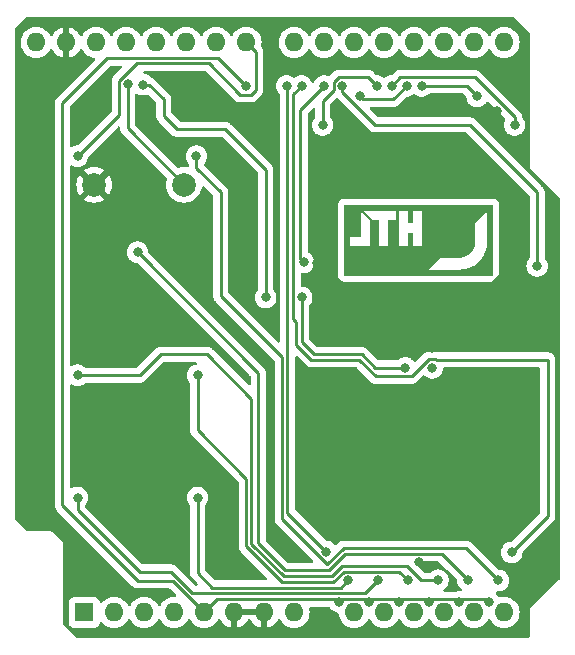
<source format=gbr>
%TF.GenerationSoftware,KiCad,Pcbnew,(6.0.9)*%
%TF.CreationDate,2022-11-30T17:50:51+01:00*%
%TF.ProjectId,car-shield,6361722d-7368-4696-956c-642e6b696361,rev0*%
%TF.SameCoordinates,Original*%
%TF.FileFunction,Copper,L2,Bot*%
%TF.FilePolarity,Positive*%
%FSLAX46Y46*%
G04 Gerber Fmt 4.6, Leading zero omitted, Abs format (unit mm)*
G04 Created by KiCad (PCBNEW (6.0.9)) date 2022-11-30 17:50:51*
%MOMM*%
%LPD*%
G01*
G04 APERTURE LIST*
%TA.AperFunction,ComponentPad*%
%ADD10C,2.000000*%
%TD*%
%TA.AperFunction,ComponentPad*%
%ADD11R,1.600000X1.600000*%
%TD*%
%TA.AperFunction,ComponentPad*%
%ADD12O,1.600000X1.600000*%
%TD*%
%TA.AperFunction,ViaPad*%
%ADD13C,0.800000*%
%TD*%
%TA.AperFunction,Conductor*%
%ADD14C,0.250000*%
%TD*%
G04 APERTURE END LIST*
%TO.C,REF\u002A\u002A*%
G36*
X149020027Y-93396676D02*
G01*
X149020027Y-92896448D01*
X156131217Y-92896448D01*
X158723830Y-92896448D01*
X158847437Y-92893331D01*
X158969411Y-92884079D01*
X159089603Y-92868844D01*
X159207861Y-92847774D01*
X159324037Y-92821020D01*
X159437980Y-92788730D01*
X159549541Y-92751057D01*
X159658569Y-92708148D01*
X159764915Y-92660155D01*
X159868429Y-92607226D01*
X159968961Y-92549512D01*
X160066360Y-92487164D01*
X160160478Y-92420329D01*
X160251163Y-92349160D01*
X160338267Y-92273805D01*
X160421639Y-92194414D01*
X160501129Y-92111137D01*
X160576588Y-92024125D01*
X160647865Y-91933526D01*
X160714811Y-91839492D01*
X160777276Y-91742171D01*
X160835109Y-91641714D01*
X160888162Y-91538271D01*
X160936283Y-91431991D01*
X160979323Y-91323025D01*
X161017133Y-91211522D01*
X161049561Y-91097632D01*
X161076459Y-90981506D01*
X161097677Y-90863292D01*
X161113064Y-90743141D01*
X161122470Y-90621203D01*
X161125746Y-90497628D01*
X161125746Y-87901921D01*
X160117537Y-88914261D01*
X160117537Y-90494526D01*
X160115728Y-90566185D01*
X160110358Y-90636897D01*
X160101515Y-90706577D01*
X160089286Y-90775136D01*
X160073758Y-90842488D01*
X160070437Y-90854195D01*
X160055018Y-90908546D01*
X160033154Y-90973223D01*
X160008252Y-91036430D01*
X159980399Y-91098082D01*
X159949684Y-91158091D01*
X159916192Y-91216369D01*
X159880011Y-91272830D01*
X159841228Y-91327387D01*
X159799930Y-91379952D01*
X159756205Y-91430438D01*
X159710140Y-91478758D01*
X159661821Y-91524824D01*
X159611336Y-91568551D01*
X159558772Y-91609850D01*
X159504216Y-91648634D01*
X159447755Y-91684816D01*
X159389477Y-91718310D01*
X159329469Y-91749027D01*
X159267817Y-91776881D01*
X159204608Y-91801785D01*
X159139931Y-91823650D01*
X159073872Y-91842391D01*
X159006518Y-91857920D01*
X158937956Y-91870150D01*
X158868274Y-91878993D01*
X158797559Y-91884363D01*
X158725897Y-91886173D01*
X157147696Y-91886173D01*
X156131217Y-92896448D01*
X149020027Y-92896448D01*
X149020027Y-90854195D01*
X149519737Y-90854195D01*
X151159950Y-90854195D01*
X151159950Y-88710139D01*
X150397720Y-87947913D01*
X150397720Y-90130725D01*
X149519737Y-90130725D01*
X149519737Y-90854195D01*
X149020027Y-90854195D01*
X149020027Y-87896752D01*
X150686591Y-87896752D01*
X151494811Y-88692570D01*
X151992454Y-88692570D01*
X151992454Y-90854195D01*
X152754684Y-90854195D01*
X153619743Y-90854195D01*
X154381972Y-90854195D01*
X154381972Y-89807231D01*
X154808822Y-89807231D01*
X154808822Y-90854195D01*
X155574149Y-90854195D01*
X155574149Y-87896752D01*
X154808822Y-87896752D01*
X154808822Y-88975756D01*
X154381972Y-88975756D01*
X154381972Y-87896752D01*
X153619743Y-87896752D01*
X153619743Y-90854195D01*
X152754684Y-90854195D01*
X152754684Y-88692570D01*
X153371185Y-88692570D01*
X153371185Y-87896752D01*
X150686591Y-87896752D01*
X149020027Y-87896752D01*
X149020027Y-87396525D01*
X161625975Y-87396525D01*
X161625975Y-93396676D01*
X149020027Y-93396676D01*
G37*
%TD*%
D10*
%TO.P,BZ1,1,-*%
%TO.N,speed_indicator*%
X135447000Y-85708000D03*
%TO.P,BZ1,2,+*%
%TO.N,GND*%
X127847000Y-85708000D03*
%TD*%
D11*
%TO.P,A1,1,NC*%
%TO.N,unconnected-(A1-Pad1)*%
X127000000Y-121920000D03*
D12*
%TO.P,A1,2,IOREF*%
%TO.N,unconnected-(A1-Pad2)*%
X129540000Y-121920000D03*
%TO.P,A1,3,~{RESET}*%
%TO.N,unconnected-(A1-Pad3)*%
X132080000Y-121920000D03*
%TO.P,A1,4,3V3*%
%TO.N,unconnected-(A1-Pad4)*%
X134620000Y-121920000D03*
%TO.P,A1,5,+5V*%
%TO.N,VDD*%
X137160000Y-121920000D03*
%TO.P,A1,6,GND*%
%TO.N,GND*%
X139700000Y-121920000D03*
%TO.P,A1,7,GND*%
X142240000Y-121920000D03*
%TO.P,A1,8,VIN*%
%TO.N,unconnected-(A1-Pad8)*%
X144780000Y-121920000D03*
%TO.P,A1,9,A0*%
%TO.N,sw_dipped_b*%
X149860000Y-121920000D03*
%TO.P,A1,10,A1*%
%TO.N,sw_decel*%
X152400000Y-121920000D03*
%TO.P,A1,11,A2*%
%TO.N,sw_high_b*%
X154940000Y-121920000D03*
%TO.P,A1,12,A3*%
%TO.N,sw_accel*%
X157480000Y-121920000D03*
%TO.P,A1,13,SDA/A4*%
%TO.N,sw_stop*%
X160020000Y-121920000D03*
%TO.P,A1,14,SCL/A5*%
%TO.N,sw_right*%
X162560000Y-121920000D03*
%TO.P,A1,15,D0/RX*%
%TO.N,unconnected-(A1-Pad15)*%
X162560000Y-73660000D03*
%TO.P,A1,16,D1/TX*%
%TO.N,unconnected-(A1-Pad16)*%
X160020000Y-73660000D03*
%TO.P,A1,17,D2*%
%TO.N,unconnected-(A1-Pad17)*%
X157480000Y-73660000D03*
%TO.P,A1,18,D3*%
%TO.N,high_beam*%
X154940000Y-73660000D03*
%TO.P,A1,19,D4*%
%TO.N,dipped_beam*%
X152400000Y-73660000D03*
%TO.P,A1,20,D5*%
%TO.N,turn_right*%
X149860000Y-73660000D03*
%TO.P,A1,21,D6*%
%TO.N,turn_left*%
X147320000Y-73660000D03*
%TO.P,A1,22,D7*%
%TO.N,break_lights*%
X144780000Y-73660000D03*
%TO.P,A1,23,D8*%
%TO.N,sw_left*%
X140720000Y-73660000D03*
%TO.P,A1,24,D9*%
%TO.N,unconnected-(A1-Pad24)*%
X138180000Y-73660000D03*
%TO.P,A1,25,D10*%
%TO.N,speed_indicator*%
X135640000Y-73660000D03*
%TO.P,A1,26,D11*%
%TO.N,unconnected-(A1-Pad26)*%
X133100000Y-73660000D03*
%TO.P,A1,27,D12*%
%TO.N,unconnected-(A1-Pad27)*%
X130560000Y-73660000D03*
%TO.P,A1,28,D13*%
%TO.N,unconnected-(A1-Pad28)*%
X128020000Y-73660000D03*
%TO.P,A1,29,GND*%
%TO.N,GND*%
X125480000Y-73660000D03*
%TO.P,A1,30,AREF*%
%TO.N,unconnected-(A1-Pad30)*%
X122940000Y-73660000D03*
%TD*%
D13*
%TO.N,speed_indicator*%
X130683000Y-77216000D03*
%TO.N,sw_right*%
X136510500Y-83295000D03*
X162076754Y-119215114D03*
%TO.N,sw_stop*%
X159491705Y-119187931D03*
X131520000Y-91423000D03*
%TO.N,sw_accel*%
X156951705Y-119187931D03*
X126440000Y-101837000D03*
%TO.N,sw_decel*%
X151871705Y-119187931D03*
X126440000Y-112196000D03*
%TO.N,sw_dipped_b*%
X136600000Y-112196000D03*
X149376754Y-119215114D03*
%TO.N,sw_high_b*%
X136601200Y-101854000D03*
X154411705Y-119187931D03*
%TO.N,GND*%
X131520000Y-88121000D03*
X161925000Y-79502000D03*
X156464000Y-99568000D03*
X148717000Y-79502000D03*
X136346000Y-79993000D03*
X146685000Y-92329000D03*
X136600000Y-108894000D03*
X155321000Y-117691500D03*
X126440000Y-98408000D03*
X163957000Y-92329000D03*
X126441200Y-79959200D03*
X154178000Y-99568000D03*
X136600000Y-98535000D03*
X155321000Y-78917180D03*
X126440000Y-108894000D03*
%TO.N,Net-(D1-Pad2)*%
X154305000Y-77343000D03*
X150373839Y-78236866D03*
%TO.N,Net-(D2-Pad2)*%
X155575000Y-77343000D03*
X160274000Y-78232000D03*
%TO.N,Net-(D3-Pad2)*%
X147193000Y-80645000D03*
X151765000Y-77343000D03*
%TO.N,Net-(D4-Pad2)*%
X153035000Y-77343000D03*
X163449000Y-80645000D03*
%TO.N,Net-(D5-Pad2)*%
X145578049Y-92292951D03*
X147320000Y-77343000D03*
%TO.N,Net-(D6-Pad2)*%
X165354000Y-92583000D03*
X148844000Y-77343000D03*
%TO.N,sw_left*%
X126440000Y-83295000D03*
%TO.N,Net-(D7-Pad2)*%
X142367000Y-95250000D03*
X145415000Y-95250000D03*
X154182299Y-101214701D03*
X131969911Y-77223649D03*
X156464000Y-101219000D03*
%TO.N,Net-(D8-Pad2)*%
X163195000Y-116840000D03*
X145415000Y-77343000D03*
%TO.N,Net-(D9-Pad2)*%
X144145000Y-77343000D03*
X147510500Y-116767901D03*
%TO.N,VDD*%
X161290000Y-121031000D03*
X148590000Y-121031000D03*
X151130000Y-121031000D03*
X158750000Y-121031000D03*
X140716000Y-77341000D03*
X153670000Y-121031000D03*
X156210000Y-121031000D03*
%TD*%
D14*
%TO.N,sw_high_b*%
X149001139Y-118462931D02*
X153686705Y-118462931D01*
X153686705Y-118462931D02*
X154411705Y-119187931D01*
X143764000Y-119380000D02*
X148084070Y-119380000D01*
X140716000Y-110617000D02*
X140716000Y-116332000D01*
X136601200Y-106502200D02*
X140716000Y-110617000D01*
X140716000Y-116332000D02*
X143764000Y-119380000D01*
X148084070Y-119380000D02*
X149001139Y-118462931D01*
X136601200Y-101854000D02*
X136601200Y-106502200D01*
%TO.N,Net-(D7-Pad2)*%
X133731000Y-78486000D02*
X133731000Y-79883000D01*
X132468649Y-77223649D02*
X133731000Y-78486000D01*
X131969911Y-77223649D02*
X132468649Y-77223649D01*
X138938000Y-81026000D02*
X142367000Y-84455000D01*
X134874000Y-81026000D02*
X138938000Y-81026000D01*
X142367000Y-84455000D02*
X142367000Y-95377000D01*
X133731000Y-79883000D02*
X134874000Y-81026000D01*
%TO.N,sw_right*%
X136510500Y-84313500D02*
X136510500Y-83295000D01*
X138557000Y-95123000D02*
X138557000Y-86360000D01*
X143764000Y-100330000D02*
X138557000Y-95123000D01*
X143764000Y-114046000D02*
X143764000Y-100330000D01*
X147574000Y-117856000D02*
X143764000Y-114046000D01*
X148960998Y-116469002D02*
X147574000Y-117856000D01*
X159330642Y-116469002D02*
X148960998Y-116469002D01*
X138557000Y-86360000D02*
X136510500Y-84313500D01*
X162076754Y-119215114D02*
X159330642Y-116469002D01*
%TO.N,VDD*%
X138363499Y-74988499D02*
X140716000Y-77341000D01*
X128973501Y-74988499D02*
X138363499Y-74988499D01*
X125158155Y-78803845D02*
X128973501Y-74988499D01*
X134493000Y-119253000D02*
X131572000Y-119253000D01*
X131572000Y-119253000D02*
X125158155Y-112839155D01*
X125158155Y-112839155D02*
X125158155Y-78803845D01*
X137160000Y-121920000D02*
X134493000Y-119253000D01*
%TO.N,sw_accel*%
X155509931Y-119187931D02*
X156951705Y-119187931D01*
X154315002Y-117993002D02*
X155509931Y-119187931D01*
X148835378Y-117993002D02*
X154315002Y-117993002D01*
X147956380Y-118872000D02*
X148835378Y-117993002D01*
X143891690Y-118872000D02*
X147956380Y-118872000D01*
X141165501Y-116145811D02*
X143891690Y-118872000D01*
X141165501Y-103827501D02*
X141165501Y-116145811D01*
X133477000Y-100076000D02*
X137414000Y-100076000D01*
X137414000Y-100076000D02*
X141165501Y-103827501D01*
X131716000Y-101837000D02*
X133477000Y-100076000D01*
X126440000Y-101837000D02*
X131716000Y-101837000D01*
%TO.N,sw_stop*%
X141732000Y-101635000D02*
X131520000Y-91423000D01*
X147701000Y-118364000D02*
X144019380Y-118364000D01*
X147759499Y-118305501D02*
X147701000Y-118364000D01*
X144019380Y-118364000D02*
X141732000Y-116076620D01*
X149098690Y-116967000D02*
X147760189Y-118305501D01*
X147760189Y-118305501D02*
X147759499Y-118305501D01*
X157270774Y-116967000D02*
X149098690Y-116967000D01*
X159491705Y-119187931D02*
X157270774Y-116967000D01*
X141732000Y-116076620D02*
X141732000Y-101635000D01*
%TO.N,sw_dipped_b*%
X136600000Y-118566000D02*
X136600000Y-112196000D01*
X137863501Y-119829501D02*
X136600000Y-118566000D01*
X148762367Y-119829501D02*
X137863501Y-119829501D01*
X149376754Y-119215114D02*
X148762367Y-119829501D01*
%TO.N,sw_decel*%
X150780634Y-120279002D02*
X151871705Y-119187931D01*
X134366690Y-118491000D02*
X136154692Y-120279002D01*
X136154692Y-120279002D02*
X150780634Y-120279002D01*
X131699000Y-118491000D02*
X134366690Y-118491000D01*
X126440000Y-113232000D02*
X131699000Y-118491000D01*
X126440000Y-112196000D02*
X126440000Y-113232000D01*
%TO.N,speed_indicator*%
X130683000Y-80944000D02*
X130683000Y-77216000D01*
X135372000Y-85633000D02*
X130683000Y-80944000D01*
%TO.N,sw_left*%
X141519999Y-74459999D02*
X140720000Y-73660000D01*
X141519999Y-77682001D02*
X141519999Y-74459999D01*
X141097000Y-78105000D02*
X141519999Y-77682001D01*
X140208000Y-78105000D02*
X141097000Y-78105000D01*
X137541000Y-75438000D02*
X140208000Y-78105000D01*
X131436402Y-75438000D02*
X137541000Y-75438000D01*
X129958500Y-79776500D02*
X129958500Y-76915902D01*
X129958500Y-76915902D02*
X131436402Y-75438000D01*
X126365000Y-83370000D02*
X129958500Y-79776500D01*
%TO.N,GND*%
X163195000Y-92329000D02*
X163957000Y-92329000D01*
X156464000Y-99060000D02*
X163195000Y-92329000D01*
X156464000Y-99568000D02*
X156464000Y-99060000D01*
%TO.N,Net-(D1-Pad2)*%
X154305000Y-77343000D02*
X153162000Y-78486000D01*
X150622973Y-78486000D02*
X150373839Y-78236866D01*
X153162000Y-78486000D02*
X150622973Y-78486000D01*
%TO.N,Net-(D2-Pad2)*%
X155575000Y-77343000D02*
X159385000Y-77343000D01*
X159385000Y-77343000D02*
X160274000Y-78232000D01*
%TO.N,Net-(D3-Pad2)*%
X148119500Y-77042902D02*
X148119500Y-77677902D01*
X151040500Y-76618500D02*
X148543902Y-76618500D01*
X148543902Y-76618500D02*
X148119500Y-77042902D01*
X151765000Y-77343000D02*
X151040500Y-76618500D01*
X148119500Y-77677902D02*
X147193000Y-78604402D01*
X147193000Y-78604402D02*
X147193000Y-80645000D01*
%TO.N,Net-(D4-Pad2)*%
X163449000Y-80000695D02*
X163449000Y-80645000D01*
X153760000Y-76618000D02*
X160066305Y-76618000D01*
X160066305Y-76618000D02*
X163449000Y-80000695D01*
X153035000Y-77343000D02*
X153760000Y-76618000D01*
%TO.N,Net-(D5-Pad2)*%
X145288000Y-92002902D02*
X145578049Y-92292951D01*
X145288000Y-79375000D02*
X145288000Y-92002902D01*
X147320000Y-77343000D02*
X145288000Y-79375000D01*
%TO.N,Net-(D6-Pad2)*%
X159639000Y-80645000D02*
X151638000Y-80645000D01*
X148844000Y-77851000D02*
X148844000Y-77343000D01*
X151638000Y-80645000D02*
X148844000Y-77851000D01*
X165354000Y-86360000D02*
X159639000Y-80645000D01*
X165354000Y-92583000D02*
X165354000Y-86360000D01*
%TO.N,Net-(D7-Pad2)*%
X151633701Y-101214701D02*
X150495000Y-100076000D01*
X150495000Y-100076000D02*
X146431000Y-100076000D01*
X154182299Y-101214701D02*
X151633701Y-101214701D01*
X145415000Y-99060000D02*
X145415000Y-95250000D01*
X146431000Y-100076000D02*
X145415000Y-99060000D01*
%TO.N,Net-(D8-Pad2)*%
X144965499Y-97340499D02*
X144965499Y-99246189D01*
X144690500Y-97065500D02*
X144965499Y-97340499D01*
X144690500Y-78067500D02*
X144690500Y-97065500D01*
X151723003Y-101939701D02*
X154717994Y-101939701D01*
X156163695Y-100494000D02*
X156764305Y-100494000D01*
X156764305Y-100494000D02*
X156795806Y-100525501D01*
X166243000Y-100525501D02*
X166243000Y-113792000D01*
X145415000Y-77343000D02*
X144690500Y-78067500D01*
X154717994Y-101939701D02*
X156163695Y-100494000D01*
X146244811Y-100525501D02*
X150308803Y-100525501D01*
X144965499Y-99246189D02*
X146244811Y-100525501D01*
X150308803Y-100525501D02*
X151723003Y-101939701D01*
X156795806Y-100525501D02*
X166243000Y-100525501D01*
X166243000Y-113792000D02*
X163195000Y-116840000D01*
%TO.N,Net-(D9-Pad2)*%
X144145000Y-77343000D02*
X144213501Y-77411501D01*
X144213501Y-113470902D02*
X147510500Y-116767901D01*
X144213501Y-77411501D02*
X144213501Y-113470902D01*
%TO.N,VDD*%
X156210000Y-121031000D02*
X156446000Y-120795000D01*
X148590000Y-121031000D02*
X148354000Y-120795000D01*
X161054000Y-120795000D02*
X161290000Y-121031000D01*
X151130000Y-121031000D02*
X151366000Y-120795000D01*
X138285000Y-120795000D02*
X137160000Y-121920000D01*
X158750000Y-121031000D02*
X158986000Y-120795000D01*
X150894000Y-120795000D02*
X151130000Y-121031000D01*
X151366000Y-120795000D02*
X153434000Y-120795000D01*
X153906000Y-120795000D02*
X155974000Y-120795000D01*
X155974000Y-120795000D02*
X156210000Y-121031000D01*
X148590000Y-121031000D02*
X148826000Y-120795000D01*
X153670000Y-121031000D02*
X153906000Y-120795000D01*
X158514000Y-120795000D02*
X158750000Y-121031000D01*
X148826000Y-120795000D02*
X150894000Y-120795000D01*
X148354000Y-120795000D02*
X138285000Y-120795000D01*
X156446000Y-120795000D02*
X158514000Y-120795000D01*
X153434000Y-120795000D02*
X153670000Y-121031000D01*
X158986000Y-120795000D02*
X161054000Y-120795000D01*
%TD*%
%TA.AperFunction,Conductor*%
%TO.N,GND*%
G36*
X163381304Y-71521502D02*
G01*
X163402278Y-71538405D01*
X164681595Y-72817723D01*
X164715621Y-72880035D01*
X164718500Y-72906818D01*
X164718500Y-84002928D01*
X164717145Y-84015058D01*
X164717627Y-84015097D01*
X164716907Y-84024044D01*
X164714926Y-84032800D01*
X164716061Y-84051095D01*
X164718258Y-84086508D01*
X164718500Y-84094310D01*
X164718500Y-84110513D01*
X164719136Y-84114953D01*
X164719984Y-84120878D01*
X164721013Y-84130928D01*
X164723945Y-84178177D01*
X164726994Y-84186623D01*
X164727593Y-84189514D01*
X164731822Y-84206480D01*
X164732648Y-84209305D01*
X164733920Y-84218187D01*
X164753522Y-84261298D01*
X164757327Y-84270647D01*
X164773404Y-84315181D01*
X164778699Y-84322429D01*
X164780080Y-84325027D01*
X164788915Y-84340145D01*
X164790494Y-84342614D01*
X164794208Y-84350782D01*
X164825115Y-84386652D01*
X164831401Y-84394569D01*
X164836548Y-84401615D01*
X164836553Y-84401620D01*
X164839425Y-84405552D01*
X164850400Y-84416527D01*
X164856758Y-84423375D01*
X164877127Y-84447014D01*
X164889287Y-84461127D01*
X164896822Y-84466011D01*
X164903066Y-84471458D01*
X164914931Y-84481058D01*
X167221595Y-86787723D01*
X167255621Y-86850035D01*
X167258500Y-86876818D01*
X167258500Y-119107602D01*
X167238498Y-119175723D01*
X167219282Y-119198952D01*
X164922356Y-121381032D01*
X164902810Y-121396243D01*
X164901637Y-121396983D01*
X164901632Y-121396987D01*
X164894042Y-121401776D01*
X164888102Y-121408502D01*
X164888096Y-121408507D01*
X164863934Y-121435866D01*
X164856278Y-121443806D01*
X164850299Y-121449486D01*
X164847526Y-121452994D01*
X164847523Y-121452998D01*
X164838762Y-121464084D01*
X164834349Y-121469365D01*
X164797622Y-121510951D01*
X164793809Y-121519073D01*
X164790990Y-121523364D01*
X164788420Y-121527786D01*
X164782856Y-121534826D01*
X164779491Y-121543147D01*
X164762052Y-121586270D01*
X164759297Y-121592581D01*
X164735719Y-121642800D01*
X164734338Y-121651669D01*
X164732840Y-121656568D01*
X164731613Y-121661538D01*
X164728248Y-121669859D01*
X164727354Y-121678787D01*
X164727353Y-121678790D01*
X164722717Y-121725080D01*
X164721844Y-121731905D01*
X164718500Y-121753386D01*
X164718500Y-121760898D01*
X164717873Y-121773453D01*
X164713733Y-121814792D01*
X164715382Y-121823619D01*
X164715382Y-121823622D01*
X164716357Y-121828844D01*
X164718500Y-121851981D01*
X164718500Y-123952500D01*
X164698498Y-124020621D01*
X164644842Y-124067114D01*
X164592500Y-124078500D01*
X126373818Y-124078500D01*
X126305697Y-124058498D01*
X126284723Y-124041595D01*
X125259405Y-123016278D01*
X125225380Y-122953966D01*
X125222500Y-122927183D01*
X125222500Y-116276073D01*
X125223855Y-116263943D01*
X125223373Y-116263904D01*
X125224093Y-116254957D01*
X125226074Y-116246201D01*
X125222742Y-116192492D01*
X125222500Y-116184690D01*
X125222500Y-116168487D01*
X125221016Y-116158122D01*
X125219987Y-116148072D01*
X125217611Y-116109782D01*
X125217611Y-116109781D01*
X125217055Y-116100823D01*
X125214007Y-116092382D01*
X125213404Y-116089468D01*
X125209182Y-116072534D01*
X125208352Y-116069695D01*
X125207080Y-116060813D01*
X125187477Y-116017700D01*
X125183671Y-116008349D01*
X125183612Y-116008184D01*
X125175530Y-115985798D01*
X125170644Y-115972262D01*
X125170643Y-115972260D01*
X125167596Y-115963820D01*
X125162304Y-115956576D01*
X125160925Y-115953982D01*
X125152078Y-115938843D01*
X125150505Y-115936383D01*
X125146792Y-115928218D01*
X125140938Y-115921424D01*
X125140936Y-115921421D01*
X125124022Y-115901792D01*
X125115881Y-115892343D01*
X125109597Y-115884428D01*
X125104450Y-115877382D01*
X125104444Y-115877375D01*
X125101575Y-115873448D01*
X125090600Y-115862473D01*
X125084242Y-115855625D01*
X125057576Y-115824677D01*
X125057575Y-115824676D01*
X125051713Y-115817873D01*
X125044178Y-115812989D01*
X125037934Y-115807542D01*
X125026069Y-115797942D01*
X124488823Y-115260696D01*
X124481200Y-115251156D01*
X124480832Y-115251470D01*
X124475014Y-115244634D01*
X124470224Y-115237042D01*
X124429875Y-115201407D01*
X124424188Y-115196061D01*
X124412745Y-115184618D01*
X124404370Y-115178341D01*
X124396541Y-115171967D01*
X124361049Y-115140622D01*
X124352926Y-115136808D01*
X124350438Y-115135174D01*
X124335477Y-115126186D01*
X124332892Y-115124771D01*
X124325705Y-115119384D01*
X124281357Y-115102759D01*
X124272040Y-115098832D01*
X124237326Y-115082534D01*
X124229200Y-115078719D01*
X124220331Y-115077338D01*
X124217498Y-115076472D01*
X124200611Y-115072042D01*
X124197726Y-115071408D01*
X124189316Y-115068255D01*
X124160158Y-115066088D01*
X124142094Y-115064746D01*
X124132048Y-115063592D01*
X124123425Y-115062249D01*
X124123422Y-115062249D01*
X124118614Y-115061500D01*
X124103094Y-115061500D01*
X124093757Y-115061154D01*
X124076854Y-115059898D01*
X124044059Y-115057461D01*
X124035280Y-115059335D01*
X124027022Y-115059898D01*
X124011839Y-115061500D01*
X122182819Y-115061500D01*
X122114698Y-115041498D01*
X122093724Y-115024596D01*
X121195405Y-114126278D01*
X121161380Y-114063965D01*
X121158500Y-114037182D01*
X121158500Y-78783788D01*
X124519935Y-78783788D01*
X124520681Y-78791680D01*
X124524096Y-78827806D01*
X124524655Y-78839664D01*
X124524655Y-112760388D01*
X124524128Y-112771571D01*
X124522453Y-112779064D01*
X124522702Y-112786990D01*
X124522702Y-112786991D01*
X124524593Y-112847141D01*
X124524655Y-112851100D01*
X124524655Y-112879011D01*
X124525152Y-112882945D01*
X124525152Y-112882946D01*
X124525160Y-112883011D01*
X124526093Y-112894848D01*
X124527482Y-112939044D01*
X124533133Y-112958494D01*
X124537142Y-112977855D01*
X124539681Y-112997952D01*
X124542600Y-113005323D01*
X124542600Y-113005325D01*
X124555959Y-113039067D01*
X124559804Y-113050297D01*
X124572137Y-113092748D01*
X124576170Y-113099567D01*
X124576172Y-113099572D01*
X124582448Y-113110183D01*
X124591143Y-113127931D01*
X124598603Y-113146772D01*
X124603265Y-113153188D01*
X124603265Y-113153189D01*
X124624591Y-113182542D01*
X124631107Y-113192462D01*
X124653613Y-113230517D01*
X124667934Y-113244838D01*
X124680774Y-113259871D01*
X124692683Y-113276262D01*
X124698789Y-113281313D01*
X124726760Y-113304453D01*
X124735539Y-113312443D01*
X131068343Y-119645247D01*
X131075887Y-119653537D01*
X131080000Y-119660018D01*
X131085777Y-119665443D01*
X131129667Y-119706658D01*
X131132509Y-119709413D01*
X131152231Y-119729135D01*
X131155355Y-119731558D01*
X131155359Y-119731562D01*
X131155424Y-119731612D01*
X131164445Y-119739317D01*
X131196679Y-119769586D01*
X131203627Y-119773405D01*
X131203629Y-119773407D01*
X131214432Y-119779346D01*
X131230959Y-119790202D01*
X131240698Y-119797757D01*
X131240700Y-119797758D01*
X131246960Y-119802614D01*
X131287540Y-119820174D01*
X131298188Y-119825391D01*
X131299571Y-119826151D01*
X131336940Y-119846695D01*
X131344616Y-119848666D01*
X131344619Y-119848667D01*
X131356562Y-119851733D01*
X131375266Y-119858137D01*
X131383930Y-119861886D01*
X131393855Y-119866181D01*
X131401678Y-119867420D01*
X131401688Y-119867423D01*
X131437524Y-119873099D01*
X131449144Y-119875505D01*
X131484289Y-119884528D01*
X131491970Y-119886500D01*
X131512224Y-119886500D01*
X131531934Y-119888051D01*
X131551943Y-119891220D01*
X131559835Y-119890474D01*
X131595961Y-119887059D01*
X131607819Y-119886500D01*
X134178406Y-119886500D01*
X134246527Y-119906502D01*
X134267501Y-119923405D01*
X134737507Y-120393411D01*
X134771533Y-120455723D01*
X134766468Y-120526538D01*
X134723921Y-120583374D01*
X134657401Y-120608185D01*
X134637430Y-120608026D01*
X134625486Y-120606981D01*
X134625475Y-120606981D01*
X134620000Y-120606502D01*
X134391913Y-120626457D01*
X134386600Y-120627881D01*
X134386598Y-120627881D01*
X134176067Y-120684293D01*
X134176065Y-120684294D01*
X134170757Y-120685716D01*
X134165776Y-120688039D01*
X134165775Y-120688039D01*
X133968238Y-120780151D01*
X133968233Y-120780154D01*
X133963251Y-120782477D01*
X133858389Y-120855902D01*
X133780211Y-120910643D01*
X133780208Y-120910645D01*
X133775700Y-120913802D01*
X133613802Y-121075700D01*
X133482477Y-121263251D01*
X133480154Y-121268233D01*
X133480151Y-121268238D01*
X133464195Y-121302457D01*
X133417278Y-121355742D01*
X133349001Y-121375203D01*
X133281041Y-121354661D01*
X133235805Y-121302457D01*
X133219849Y-121268238D01*
X133219846Y-121268233D01*
X133217523Y-121263251D01*
X133086198Y-121075700D01*
X132924300Y-120913802D01*
X132919792Y-120910645D01*
X132919789Y-120910643D01*
X132841611Y-120855902D01*
X132736749Y-120782477D01*
X132731767Y-120780154D01*
X132731762Y-120780151D01*
X132534225Y-120688039D01*
X132534224Y-120688039D01*
X132529243Y-120685716D01*
X132523935Y-120684294D01*
X132523933Y-120684293D01*
X132313402Y-120627881D01*
X132313400Y-120627881D01*
X132308087Y-120626457D01*
X132080000Y-120606502D01*
X131851913Y-120626457D01*
X131846600Y-120627881D01*
X131846598Y-120627881D01*
X131636067Y-120684293D01*
X131636065Y-120684294D01*
X131630757Y-120685716D01*
X131625776Y-120688039D01*
X131625775Y-120688039D01*
X131428238Y-120780151D01*
X131428233Y-120780154D01*
X131423251Y-120782477D01*
X131318389Y-120855902D01*
X131240211Y-120910643D01*
X131240208Y-120910645D01*
X131235700Y-120913802D01*
X131073802Y-121075700D01*
X130942477Y-121263251D01*
X130940154Y-121268233D01*
X130940151Y-121268238D01*
X130924195Y-121302457D01*
X130877278Y-121355742D01*
X130809001Y-121375203D01*
X130741041Y-121354661D01*
X130695805Y-121302457D01*
X130679849Y-121268238D01*
X130679846Y-121268233D01*
X130677523Y-121263251D01*
X130546198Y-121075700D01*
X130384300Y-120913802D01*
X130379792Y-120910645D01*
X130379789Y-120910643D01*
X130301611Y-120855902D01*
X130196749Y-120782477D01*
X130191767Y-120780154D01*
X130191762Y-120780151D01*
X129994225Y-120688039D01*
X129994224Y-120688039D01*
X129989243Y-120685716D01*
X129983935Y-120684294D01*
X129983933Y-120684293D01*
X129773402Y-120627881D01*
X129773400Y-120627881D01*
X129768087Y-120626457D01*
X129540000Y-120606502D01*
X129311913Y-120626457D01*
X129306600Y-120627881D01*
X129306598Y-120627881D01*
X129096067Y-120684293D01*
X129096065Y-120684294D01*
X129090757Y-120685716D01*
X129085776Y-120688039D01*
X129085775Y-120688039D01*
X128888238Y-120780151D01*
X128888233Y-120780154D01*
X128883251Y-120782477D01*
X128778389Y-120855902D01*
X128700211Y-120910643D01*
X128700208Y-120910645D01*
X128695700Y-120913802D01*
X128533802Y-121075700D01*
X128530643Y-121080211D01*
X128527108Y-121084424D01*
X128525974Y-121083473D01*
X128475929Y-121123471D01*
X128405310Y-121130776D01*
X128341951Y-121098742D01*
X128305970Y-121037538D01*
X128302918Y-121020483D01*
X128301745Y-121009684D01*
X128250615Y-120873295D01*
X128163261Y-120756739D01*
X128046705Y-120669385D01*
X127910316Y-120618255D01*
X127848134Y-120611500D01*
X126151866Y-120611500D01*
X126089684Y-120618255D01*
X125953295Y-120669385D01*
X125836739Y-120756739D01*
X125749385Y-120873295D01*
X125698255Y-121009684D01*
X125691500Y-121071866D01*
X125691500Y-122768134D01*
X125698255Y-122830316D01*
X125749385Y-122966705D01*
X125836739Y-123083261D01*
X125953295Y-123170615D01*
X126089684Y-123221745D01*
X126151866Y-123228500D01*
X127848134Y-123228500D01*
X127910316Y-123221745D01*
X128046705Y-123170615D01*
X128163261Y-123083261D01*
X128250615Y-122966705D01*
X128301745Y-122830316D01*
X128302917Y-122819526D01*
X128303803Y-122817394D01*
X128304425Y-122814778D01*
X128304848Y-122814879D01*
X128330155Y-122753965D01*
X128388517Y-122713537D01*
X128459471Y-122711078D01*
X128520490Y-122747371D01*
X128527489Y-122756031D01*
X128530643Y-122759789D01*
X128533802Y-122764300D01*
X128695700Y-122926198D01*
X128700208Y-122929355D01*
X128700211Y-122929357D01*
X128741542Y-122958297D01*
X128883251Y-123057523D01*
X128888233Y-123059846D01*
X128888238Y-123059849D01*
X129078996Y-123148800D01*
X129090757Y-123154284D01*
X129096065Y-123155706D01*
X129096067Y-123155707D01*
X129306598Y-123212119D01*
X129306600Y-123212119D01*
X129311913Y-123213543D01*
X129540000Y-123233498D01*
X129768087Y-123213543D01*
X129773400Y-123212119D01*
X129773402Y-123212119D01*
X129983933Y-123155707D01*
X129983935Y-123155706D01*
X129989243Y-123154284D01*
X130001004Y-123148800D01*
X130191762Y-123059849D01*
X130191767Y-123059846D01*
X130196749Y-123057523D01*
X130338458Y-122958297D01*
X130379789Y-122929357D01*
X130379792Y-122929355D01*
X130384300Y-122926198D01*
X130546198Y-122764300D01*
X130677523Y-122576749D01*
X130679846Y-122571767D01*
X130679849Y-122571762D01*
X130695805Y-122537543D01*
X130742722Y-122484258D01*
X130810999Y-122464797D01*
X130878959Y-122485339D01*
X130924195Y-122537543D01*
X130940151Y-122571762D01*
X130940154Y-122571767D01*
X130942477Y-122576749D01*
X131073802Y-122764300D01*
X131235700Y-122926198D01*
X131240208Y-122929355D01*
X131240211Y-122929357D01*
X131281542Y-122958297D01*
X131423251Y-123057523D01*
X131428233Y-123059846D01*
X131428238Y-123059849D01*
X131618996Y-123148800D01*
X131630757Y-123154284D01*
X131636065Y-123155706D01*
X131636067Y-123155707D01*
X131846598Y-123212119D01*
X131846600Y-123212119D01*
X131851913Y-123213543D01*
X132080000Y-123233498D01*
X132308087Y-123213543D01*
X132313400Y-123212119D01*
X132313402Y-123212119D01*
X132523933Y-123155707D01*
X132523935Y-123155706D01*
X132529243Y-123154284D01*
X132541004Y-123148800D01*
X132731762Y-123059849D01*
X132731767Y-123059846D01*
X132736749Y-123057523D01*
X132878458Y-122958297D01*
X132919789Y-122929357D01*
X132919792Y-122929355D01*
X132924300Y-122926198D01*
X133086198Y-122764300D01*
X133217523Y-122576749D01*
X133219846Y-122571767D01*
X133219849Y-122571762D01*
X133235805Y-122537543D01*
X133282722Y-122484258D01*
X133350999Y-122464797D01*
X133418959Y-122485339D01*
X133464195Y-122537543D01*
X133480151Y-122571762D01*
X133480154Y-122571767D01*
X133482477Y-122576749D01*
X133613802Y-122764300D01*
X133775700Y-122926198D01*
X133780208Y-122929355D01*
X133780211Y-122929357D01*
X133821542Y-122958297D01*
X133963251Y-123057523D01*
X133968233Y-123059846D01*
X133968238Y-123059849D01*
X134158996Y-123148800D01*
X134170757Y-123154284D01*
X134176065Y-123155706D01*
X134176067Y-123155707D01*
X134386598Y-123212119D01*
X134386600Y-123212119D01*
X134391913Y-123213543D01*
X134620000Y-123233498D01*
X134848087Y-123213543D01*
X134853400Y-123212119D01*
X134853402Y-123212119D01*
X135063933Y-123155707D01*
X135063935Y-123155706D01*
X135069243Y-123154284D01*
X135081004Y-123148800D01*
X135271762Y-123059849D01*
X135271767Y-123059846D01*
X135276749Y-123057523D01*
X135418458Y-122958297D01*
X135459789Y-122929357D01*
X135459792Y-122929355D01*
X135464300Y-122926198D01*
X135626198Y-122764300D01*
X135757523Y-122576749D01*
X135759846Y-122571767D01*
X135759849Y-122571762D01*
X135775805Y-122537543D01*
X135822722Y-122484258D01*
X135890999Y-122464797D01*
X135958959Y-122485339D01*
X136004195Y-122537543D01*
X136020151Y-122571762D01*
X136020154Y-122571767D01*
X136022477Y-122576749D01*
X136153802Y-122764300D01*
X136315700Y-122926198D01*
X136320208Y-122929355D01*
X136320211Y-122929357D01*
X136361542Y-122958297D01*
X136503251Y-123057523D01*
X136508233Y-123059846D01*
X136508238Y-123059849D01*
X136698996Y-123148800D01*
X136710757Y-123154284D01*
X136716065Y-123155706D01*
X136716067Y-123155707D01*
X136926598Y-123212119D01*
X136926600Y-123212119D01*
X136931913Y-123213543D01*
X137160000Y-123233498D01*
X137388087Y-123213543D01*
X137393400Y-123212119D01*
X137393402Y-123212119D01*
X137603933Y-123155707D01*
X137603935Y-123155706D01*
X137609243Y-123154284D01*
X137621004Y-123148800D01*
X137811762Y-123059849D01*
X137811767Y-123059846D01*
X137816749Y-123057523D01*
X137958458Y-122958297D01*
X137999789Y-122929357D01*
X137999792Y-122929355D01*
X138004300Y-122926198D01*
X138166198Y-122764300D01*
X138297523Y-122576749D01*
X138299846Y-122571767D01*
X138299849Y-122571762D01*
X138316081Y-122536951D01*
X138362998Y-122483666D01*
X138431275Y-122464205D01*
X138499235Y-122484747D01*
X138544471Y-122536951D01*
X138560586Y-122571511D01*
X138566069Y-122581007D01*
X138691028Y-122759467D01*
X138698084Y-122767875D01*
X138852125Y-122921916D01*
X138860533Y-122928972D01*
X139038993Y-123053931D01*
X139048489Y-123059414D01*
X139245947Y-123151490D01*
X139256239Y-123155236D01*
X139428503Y-123201394D01*
X139442599Y-123201058D01*
X139446000Y-123193116D01*
X139446000Y-123187967D01*
X139954000Y-123187967D01*
X139957973Y-123201498D01*
X139966522Y-123202727D01*
X140143761Y-123155236D01*
X140154053Y-123151490D01*
X140351511Y-123059414D01*
X140361007Y-123053931D01*
X140539467Y-122928972D01*
X140547875Y-122921916D01*
X140701916Y-122767875D01*
X140708972Y-122759467D01*
X140833931Y-122581007D01*
X140839414Y-122571511D01*
X140855805Y-122536359D01*
X140902722Y-122483074D01*
X140970999Y-122463613D01*
X141038959Y-122484155D01*
X141084195Y-122536359D01*
X141100586Y-122571511D01*
X141106069Y-122581007D01*
X141231028Y-122759467D01*
X141238084Y-122767875D01*
X141392125Y-122921916D01*
X141400533Y-122928972D01*
X141578993Y-123053931D01*
X141588489Y-123059414D01*
X141785947Y-123151490D01*
X141796239Y-123155236D01*
X141968503Y-123201394D01*
X141982599Y-123201058D01*
X141986000Y-123193116D01*
X141986000Y-122192115D01*
X141981525Y-122176876D01*
X141980135Y-122175671D01*
X141972452Y-122174000D01*
X139972115Y-122174000D01*
X139956876Y-122178475D01*
X139955671Y-122179865D01*
X139954000Y-122187548D01*
X139954000Y-123187967D01*
X139446000Y-123187967D01*
X139446000Y-121792000D01*
X139466002Y-121723879D01*
X139519658Y-121677386D01*
X139572000Y-121666000D01*
X142368000Y-121666000D01*
X142436121Y-121686002D01*
X142482614Y-121739658D01*
X142494000Y-121792000D01*
X142494000Y-123187967D01*
X142497973Y-123201498D01*
X142506522Y-123202727D01*
X142683761Y-123155236D01*
X142694053Y-123151490D01*
X142891511Y-123059414D01*
X142901007Y-123053931D01*
X143079467Y-122928972D01*
X143087875Y-122921916D01*
X143241916Y-122767875D01*
X143248972Y-122759467D01*
X143373931Y-122581007D01*
X143379414Y-122571511D01*
X143395529Y-122536951D01*
X143442446Y-122483666D01*
X143510723Y-122464205D01*
X143578683Y-122484747D01*
X143623919Y-122536951D01*
X143640151Y-122571762D01*
X143640154Y-122571767D01*
X143642477Y-122576749D01*
X143773802Y-122764300D01*
X143935700Y-122926198D01*
X143940208Y-122929355D01*
X143940211Y-122929357D01*
X143981542Y-122958297D01*
X144123251Y-123057523D01*
X144128233Y-123059846D01*
X144128238Y-123059849D01*
X144318996Y-123148800D01*
X144330757Y-123154284D01*
X144336065Y-123155706D01*
X144336067Y-123155707D01*
X144546598Y-123212119D01*
X144546600Y-123212119D01*
X144551913Y-123213543D01*
X144780000Y-123233498D01*
X145008087Y-123213543D01*
X145013400Y-123212119D01*
X145013402Y-123212119D01*
X145223933Y-123155707D01*
X145223935Y-123155706D01*
X145229243Y-123154284D01*
X145241004Y-123148800D01*
X145431762Y-123059849D01*
X145431767Y-123059846D01*
X145436749Y-123057523D01*
X145578458Y-122958297D01*
X145619789Y-122929357D01*
X145619792Y-122929355D01*
X145624300Y-122926198D01*
X145786198Y-122764300D01*
X145917523Y-122576749D01*
X145919846Y-122571767D01*
X145919849Y-122571762D01*
X146011961Y-122374225D01*
X146011961Y-122374224D01*
X146014284Y-122369243D01*
X146062970Y-122187548D01*
X146072119Y-122153402D01*
X146072119Y-122153400D01*
X146073543Y-122148087D01*
X146093498Y-121920000D01*
X146073543Y-121691913D01*
X146045461Y-121587110D01*
X146047151Y-121516135D01*
X146086945Y-121457339D01*
X146152209Y-121429391D01*
X146167168Y-121428500D01*
X147697706Y-121428500D01*
X147765827Y-121448502D01*
X147806825Y-121491500D01*
X147850960Y-121567944D01*
X147855378Y-121572851D01*
X147855379Y-121572852D01*
X147949502Y-121677386D01*
X147978747Y-121709866D01*
X148004389Y-121728496D01*
X148123165Y-121814792D01*
X148133248Y-121822118D01*
X148139276Y-121824802D01*
X148139278Y-121824803D01*
X148301681Y-121897109D01*
X148307712Y-121899794D01*
X148314164Y-121901166D01*
X148314169Y-121901167D01*
X148458027Y-121931745D01*
X148520501Y-121965474D01*
X148554822Y-122027623D01*
X148557350Y-122044010D01*
X148565976Y-122142595D01*
X148565977Y-122142601D01*
X148566457Y-122148087D01*
X148567881Y-122153400D01*
X148567881Y-122153402D01*
X148577031Y-122187548D01*
X148625716Y-122369243D01*
X148628039Y-122374224D01*
X148628039Y-122374225D01*
X148720151Y-122571762D01*
X148720154Y-122571767D01*
X148722477Y-122576749D01*
X148853802Y-122764300D01*
X149015700Y-122926198D01*
X149020208Y-122929355D01*
X149020211Y-122929357D01*
X149061542Y-122958297D01*
X149203251Y-123057523D01*
X149208233Y-123059846D01*
X149208238Y-123059849D01*
X149398996Y-123148800D01*
X149410757Y-123154284D01*
X149416065Y-123155706D01*
X149416067Y-123155707D01*
X149626598Y-123212119D01*
X149626600Y-123212119D01*
X149631913Y-123213543D01*
X149860000Y-123233498D01*
X150088087Y-123213543D01*
X150093400Y-123212119D01*
X150093402Y-123212119D01*
X150303933Y-123155707D01*
X150303935Y-123155706D01*
X150309243Y-123154284D01*
X150321004Y-123148800D01*
X150511762Y-123059849D01*
X150511767Y-123059846D01*
X150516749Y-123057523D01*
X150658458Y-122958297D01*
X150699789Y-122929357D01*
X150699792Y-122929355D01*
X150704300Y-122926198D01*
X150866198Y-122764300D01*
X150997523Y-122576749D01*
X150999846Y-122571767D01*
X150999849Y-122571762D01*
X151015805Y-122537543D01*
X151062722Y-122484258D01*
X151130999Y-122464797D01*
X151198959Y-122485339D01*
X151244195Y-122537543D01*
X151260151Y-122571762D01*
X151260154Y-122571767D01*
X151262477Y-122576749D01*
X151393802Y-122764300D01*
X151555700Y-122926198D01*
X151560208Y-122929355D01*
X151560211Y-122929357D01*
X151601542Y-122958297D01*
X151743251Y-123057523D01*
X151748233Y-123059846D01*
X151748238Y-123059849D01*
X151938996Y-123148800D01*
X151950757Y-123154284D01*
X151956065Y-123155706D01*
X151956067Y-123155707D01*
X152166598Y-123212119D01*
X152166600Y-123212119D01*
X152171913Y-123213543D01*
X152400000Y-123233498D01*
X152628087Y-123213543D01*
X152633400Y-123212119D01*
X152633402Y-123212119D01*
X152843933Y-123155707D01*
X152843935Y-123155706D01*
X152849243Y-123154284D01*
X152861004Y-123148800D01*
X153051762Y-123059849D01*
X153051767Y-123059846D01*
X153056749Y-123057523D01*
X153198458Y-122958297D01*
X153239789Y-122929357D01*
X153239792Y-122929355D01*
X153244300Y-122926198D01*
X153406198Y-122764300D01*
X153537523Y-122576749D01*
X153539846Y-122571767D01*
X153539849Y-122571762D01*
X153555805Y-122537543D01*
X153602722Y-122484258D01*
X153670999Y-122464797D01*
X153738959Y-122485339D01*
X153784195Y-122537543D01*
X153800151Y-122571762D01*
X153800154Y-122571767D01*
X153802477Y-122576749D01*
X153933802Y-122764300D01*
X154095700Y-122926198D01*
X154100208Y-122929355D01*
X154100211Y-122929357D01*
X154141542Y-122958297D01*
X154283251Y-123057523D01*
X154288233Y-123059846D01*
X154288238Y-123059849D01*
X154478996Y-123148800D01*
X154490757Y-123154284D01*
X154496065Y-123155706D01*
X154496067Y-123155707D01*
X154706598Y-123212119D01*
X154706600Y-123212119D01*
X154711913Y-123213543D01*
X154940000Y-123233498D01*
X155168087Y-123213543D01*
X155173400Y-123212119D01*
X155173402Y-123212119D01*
X155383933Y-123155707D01*
X155383935Y-123155706D01*
X155389243Y-123154284D01*
X155401004Y-123148800D01*
X155591762Y-123059849D01*
X155591767Y-123059846D01*
X155596749Y-123057523D01*
X155738458Y-122958297D01*
X155779789Y-122929357D01*
X155779792Y-122929355D01*
X155784300Y-122926198D01*
X155946198Y-122764300D01*
X156077523Y-122576749D01*
X156079846Y-122571767D01*
X156079849Y-122571762D01*
X156095805Y-122537543D01*
X156142722Y-122484258D01*
X156210999Y-122464797D01*
X156278959Y-122485339D01*
X156324195Y-122537543D01*
X156340151Y-122571762D01*
X156340154Y-122571767D01*
X156342477Y-122576749D01*
X156473802Y-122764300D01*
X156635700Y-122926198D01*
X156640208Y-122929355D01*
X156640211Y-122929357D01*
X156681542Y-122958297D01*
X156823251Y-123057523D01*
X156828233Y-123059846D01*
X156828238Y-123059849D01*
X157018996Y-123148800D01*
X157030757Y-123154284D01*
X157036065Y-123155706D01*
X157036067Y-123155707D01*
X157246598Y-123212119D01*
X157246600Y-123212119D01*
X157251913Y-123213543D01*
X157480000Y-123233498D01*
X157708087Y-123213543D01*
X157713400Y-123212119D01*
X157713402Y-123212119D01*
X157923933Y-123155707D01*
X157923935Y-123155706D01*
X157929243Y-123154284D01*
X157941004Y-123148800D01*
X158131762Y-123059849D01*
X158131767Y-123059846D01*
X158136749Y-123057523D01*
X158278458Y-122958297D01*
X158319789Y-122929357D01*
X158319792Y-122929355D01*
X158324300Y-122926198D01*
X158486198Y-122764300D01*
X158617523Y-122576749D01*
X158619846Y-122571767D01*
X158619849Y-122571762D01*
X158635805Y-122537543D01*
X158682722Y-122484258D01*
X158750999Y-122464797D01*
X158818959Y-122485339D01*
X158864195Y-122537543D01*
X158880151Y-122571762D01*
X158880154Y-122571767D01*
X158882477Y-122576749D01*
X159013802Y-122764300D01*
X159175700Y-122926198D01*
X159180208Y-122929355D01*
X159180211Y-122929357D01*
X159221542Y-122958297D01*
X159363251Y-123057523D01*
X159368233Y-123059846D01*
X159368238Y-123059849D01*
X159558996Y-123148800D01*
X159570757Y-123154284D01*
X159576065Y-123155706D01*
X159576067Y-123155707D01*
X159786598Y-123212119D01*
X159786600Y-123212119D01*
X159791913Y-123213543D01*
X160020000Y-123233498D01*
X160248087Y-123213543D01*
X160253400Y-123212119D01*
X160253402Y-123212119D01*
X160463933Y-123155707D01*
X160463935Y-123155706D01*
X160469243Y-123154284D01*
X160481004Y-123148800D01*
X160671762Y-123059849D01*
X160671767Y-123059846D01*
X160676749Y-123057523D01*
X160818458Y-122958297D01*
X160859789Y-122929357D01*
X160859792Y-122929355D01*
X160864300Y-122926198D01*
X161026198Y-122764300D01*
X161157523Y-122576749D01*
X161159846Y-122571767D01*
X161159849Y-122571762D01*
X161175805Y-122537543D01*
X161222722Y-122484258D01*
X161290999Y-122464797D01*
X161358959Y-122485339D01*
X161404195Y-122537543D01*
X161420151Y-122571762D01*
X161420154Y-122571767D01*
X161422477Y-122576749D01*
X161553802Y-122764300D01*
X161715700Y-122926198D01*
X161720208Y-122929355D01*
X161720211Y-122929357D01*
X161761542Y-122958297D01*
X161903251Y-123057523D01*
X161908233Y-123059846D01*
X161908238Y-123059849D01*
X162098996Y-123148800D01*
X162110757Y-123154284D01*
X162116065Y-123155706D01*
X162116067Y-123155707D01*
X162326598Y-123212119D01*
X162326600Y-123212119D01*
X162331913Y-123213543D01*
X162560000Y-123233498D01*
X162788087Y-123213543D01*
X162793400Y-123212119D01*
X162793402Y-123212119D01*
X163003933Y-123155707D01*
X163003935Y-123155706D01*
X163009243Y-123154284D01*
X163021004Y-123148800D01*
X163211762Y-123059849D01*
X163211767Y-123059846D01*
X163216749Y-123057523D01*
X163358458Y-122958297D01*
X163399789Y-122929357D01*
X163399792Y-122929355D01*
X163404300Y-122926198D01*
X163566198Y-122764300D01*
X163697523Y-122576749D01*
X163699846Y-122571767D01*
X163699849Y-122571762D01*
X163791961Y-122374225D01*
X163791961Y-122374224D01*
X163794284Y-122369243D01*
X163842970Y-122187548D01*
X163852119Y-122153402D01*
X163852119Y-122153400D01*
X163853543Y-122148087D01*
X163873498Y-121920000D01*
X163853543Y-121691913D01*
X163850027Y-121678790D01*
X163795707Y-121476067D01*
X163795706Y-121476065D01*
X163794284Y-121470757D01*
X163784365Y-121449486D01*
X163699849Y-121268238D01*
X163699846Y-121268233D01*
X163697523Y-121263251D01*
X163566198Y-121075700D01*
X163404300Y-120913802D01*
X163399792Y-120910645D01*
X163399789Y-120910643D01*
X163321611Y-120855902D01*
X163216749Y-120782477D01*
X163211767Y-120780154D01*
X163211762Y-120780151D01*
X163014225Y-120688039D01*
X163014224Y-120688039D01*
X163009243Y-120685716D01*
X163003935Y-120684294D01*
X163003933Y-120684293D01*
X162793402Y-120627881D01*
X162793400Y-120627881D01*
X162788087Y-120626457D01*
X162560000Y-120606502D01*
X162331913Y-120626457D01*
X162326598Y-120627881D01*
X162326599Y-120627881D01*
X162229206Y-120653977D01*
X162158230Y-120652287D01*
X162099434Y-120612493D01*
X162087476Y-120595270D01*
X162080608Y-120583374D01*
X162029040Y-120494056D01*
X161901253Y-120352134D01*
X161895909Y-120348251D01*
X161891002Y-120343833D01*
X161892614Y-120342042D01*
X161855951Y-120294492D01*
X161849879Y-120223755D01*
X161883014Y-120160965D01*
X161944836Y-120126057D01*
X161981267Y-120123800D01*
X161981267Y-120123614D01*
X162172241Y-120123614D01*
X162178693Y-120122242D01*
X162178698Y-120122242D01*
X162265642Y-120103761D01*
X162359042Y-120083908D01*
X162365073Y-120081223D01*
X162527476Y-120008917D01*
X162527478Y-120008916D01*
X162533506Y-120006232D01*
X162688007Y-119893980D01*
X162692429Y-119889069D01*
X162811375Y-119756966D01*
X162811376Y-119756965D01*
X162815794Y-119752058D01*
X162877314Y-119645502D01*
X162907977Y-119592393D01*
X162907978Y-119592392D01*
X162911281Y-119586670D01*
X162970296Y-119405042D01*
X162975219Y-119358208D01*
X162989568Y-119221679D01*
X162990258Y-119215114D01*
X162970296Y-119025186D01*
X162911281Y-118843558D01*
X162815794Y-118678170D01*
X162791319Y-118650987D01*
X162692429Y-118541159D01*
X162692428Y-118541158D01*
X162688007Y-118536248D01*
X162533506Y-118423996D01*
X162527478Y-118421312D01*
X162527476Y-118421311D01*
X162365073Y-118349005D01*
X162365072Y-118349005D01*
X162359042Y-118346320D01*
X162243789Y-118321822D01*
X162178698Y-118307986D01*
X162178693Y-118307986D01*
X162172241Y-118306614D01*
X162116348Y-118306614D01*
X162048227Y-118286612D01*
X162027253Y-118269709D01*
X160942014Y-117184469D01*
X159834294Y-116076749D01*
X159826754Y-116068463D01*
X159822642Y-116061984D01*
X159772990Y-116015358D01*
X159770149Y-116012604D01*
X159750412Y-115992867D01*
X159747215Y-115990387D01*
X159738193Y-115982682D01*
X159729052Y-115974098D01*
X159705963Y-115952416D01*
X159699017Y-115948597D01*
X159699014Y-115948595D01*
X159688208Y-115942654D01*
X159671689Y-115931803D01*
X159671225Y-115931443D01*
X159655683Y-115919388D01*
X159648414Y-115916243D01*
X159648410Y-115916240D01*
X159615105Y-115901828D01*
X159604455Y-115896611D01*
X159565702Y-115875307D01*
X159546079Y-115870269D01*
X159527376Y-115863865D01*
X159516062Y-115858969D01*
X159516061Y-115858969D01*
X159508787Y-115855821D01*
X159500964Y-115854582D01*
X159500954Y-115854579D01*
X159465118Y-115848903D01*
X159453498Y-115846497D01*
X159418353Y-115837474D01*
X159418352Y-115837474D01*
X159410672Y-115835502D01*
X159390418Y-115835502D01*
X159370707Y-115833951D01*
X159368176Y-115833550D01*
X159350699Y-115830782D01*
X159342807Y-115831528D01*
X159306681Y-115834943D01*
X159294823Y-115835502D01*
X149039761Y-115835502D01*
X149028577Y-115834975D01*
X149021089Y-115833301D01*
X149013166Y-115833550D01*
X148953031Y-115835440D01*
X148949073Y-115835502D01*
X148921142Y-115835502D01*
X148917227Y-115835997D01*
X148917223Y-115835997D01*
X148917165Y-115836005D01*
X148917136Y-115836008D01*
X148905294Y-115836941D01*
X148861108Y-115838329D01*
X148843742Y-115843374D01*
X148841656Y-115843980D01*
X148822304Y-115847988D01*
X148810066Y-115849534D01*
X148810064Y-115849535D01*
X148802201Y-115850528D01*
X148761084Y-115866808D01*
X148749883Y-115870643D01*
X148707404Y-115882984D01*
X148700585Y-115887017D01*
X148700580Y-115887019D01*
X148689969Y-115893295D01*
X148672219Y-115901992D01*
X148653381Y-115909450D01*
X148646965Y-115914111D01*
X148646964Y-115914112D01*
X148617623Y-115935430D01*
X148607699Y-115941949D01*
X148576458Y-115960424D01*
X148576453Y-115960428D01*
X148569635Y-115964460D01*
X148555311Y-115978784D01*
X148540279Y-115991623D01*
X148523891Y-116003530D01*
X148495710Y-116037595D01*
X148487720Y-116046375D01*
X148368821Y-116165274D01*
X148306509Y-116199300D01*
X148235694Y-116194235D01*
X148186093Y-116160491D01*
X148121753Y-116089035D01*
X147987682Y-115991626D01*
X147972594Y-115980664D01*
X147972593Y-115980663D01*
X147967252Y-115976783D01*
X147961224Y-115974099D01*
X147961222Y-115974098D01*
X147798819Y-115901792D01*
X147798818Y-115901792D01*
X147792788Y-115899107D01*
X147698771Y-115879123D01*
X147612444Y-115860773D01*
X147612439Y-115860773D01*
X147605987Y-115859401D01*
X147550094Y-115859401D01*
X147481973Y-115839399D01*
X147460999Y-115822496D01*
X144883906Y-113245402D01*
X144849880Y-113183090D01*
X144847001Y-113156307D01*
X144847001Y-100327785D01*
X144867003Y-100259664D01*
X144920659Y-100213171D01*
X144990933Y-100203067D01*
X145055513Y-100232561D01*
X145062096Y-100238690D01*
X145741154Y-100917748D01*
X145748698Y-100926038D01*
X145752811Y-100932519D01*
X145758588Y-100937944D01*
X145802478Y-100979159D01*
X145805320Y-100981914D01*
X145825041Y-101001635D01*
X145828236Y-101004113D01*
X145837258Y-101011819D01*
X145869490Y-101042087D01*
X145876439Y-101045907D01*
X145887243Y-101051847D01*
X145903767Y-101062700D01*
X145919770Y-101075114D01*
X145960354Y-101092677D01*
X145970984Y-101097884D01*
X146009751Y-101119196D01*
X146017428Y-101121167D01*
X146017433Y-101121169D01*
X146029369Y-101124233D01*
X146048077Y-101130638D01*
X146066666Y-101138682D01*
X146074491Y-101139921D01*
X146074493Y-101139922D01*
X146110330Y-101145598D01*
X146121951Y-101148005D01*
X146157100Y-101157029D01*
X146164781Y-101159001D01*
X146185042Y-101159001D01*
X146204751Y-101160552D01*
X146224754Y-101163720D01*
X146232646Y-101162974D01*
X146237873Y-101162480D01*
X146268765Y-101159560D01*
X146280622Y-101159001D01*
X149994209Y-101159001D01*
X150062330Y-101179003D01*
X150083304Y-101195906D01*
X150681594Y-101794197D01*
X151219351Y-102331954D01*
X151226891Y-102340240D01*
X151231003Y-102346719D01*
X151236780Y-102352144D01*
X151280654Y-102393344D01*
X151283496Y-102396099D01*
X151303233Y-102415836D01*
X151306430Y-102418316D01*
X151315450Y-102426019D01*
X151347682Y-102456287D01*
X151354628Y-102460106D01*
X151354631Y-102460108D01*
X151365437Y-102466049D01*
X151381956Y-102476900D01*
X151397962Y-102489315D01*
X151405231Y-102492460D01*
X151405235Y-102492463D01*
X151438540Y-102506875D01*
X151449190Y-102512092D01*
X151487943Y-102533396D01*
X151495618Y-102535367D01*
X151495619Y-102535367D01*
X151507565Y-102538434D01*
X151526270Y-102544838D01*
X151544858Y-102552882D01*
X151552681Y-102554121D01*
X151552691Y-102554124D01*
X151588527Y-102559800D01*
X151600147Y-102562206D01*
X151631962Y-102570374D01*
X151642973Y-102573201D01*
X151663227Y-102573201D01*
X151682937Y-102574752D01*
X151702946Y-102577921D01*
X151710838Y-102577175D01*
X151729583Y-102575403D01*
X151746965Y-102573760D01*
X151758822Y-102573201D01*
X154639227Y-102573201D01*
X154650410Y-102573728D01*
X154657903Y-102575403D01*
X154665829Y-102575154D01*
X154665830Y-102575154D01*
X154725980Y-102573263D01*
X154729939Y-102573201D01*
X154757850Y-102573201D01*
X154761785Y-102572704D01*
X154761850Y-102572696D01*
X154773687Y-102571763D01*
X154805945Y-102570749D01*
X154809964Y-102570623D01*
X154817883Y-102570374D01*
X154837337Y-102564722D01*
X154856694Y-102560714D01*
X154868924Y-102559169D01*
X154868925Y-102559169D01*
X154876791Y-102558175D01*
X154884162Y-102555256D01*
X154884164Y-102555256D01*
X154917906Y-102541897D01*
X154929136Y-102538052D01*
X154963977Y-102527930D01*
X154963978Y-102527930D01*
X154971587Y-102525719D01*
X154978406Y-102521686D01*
X154978411Y-102521684D01*
X154989022Y-102515408D01*
X155006770Y-102506713D01*
X155025611Y-102499253D01*
X155061381Y-102473265D01*
X155071301Y-102466749D01*
X155102529Y-102448281D01*
X155102532Y-102448279D01*
X155109356Y-102444243D01*
X155123677Y-102429922D01*
X155138711Y-102417081D01*
X155148688Y-102409832D01*
X155155101Y-102405173D01*
X155160151Y-102399069D01*
X155160156Y-102399064D01*
X155183287Y-102371103D01*
X155191277Y-102362322D01*
X155665517Y-101888083D01*
X155727829Y-101854058D01*
X155798645Y-101859123D01*
X155842839Y-101889190D01*
X155843423Y-101888541D01*
X155848177Y-101892822D01*
X155848249Y-101892871D01*
X155852747Y-101897866D01*
X156007248Y-102010118D01*
X156013276Y-102012802D01*
X156013278Y-102012803D01*
X156175681Y-102085109D01*
X156181712Y-102087794D01*
X156275113Y-102107647D01*
X156362056Y-102126128D01*
X156362061Y-102126128D01*
X156368513Y-102127500D01*
X156559487Y-102127500D01*
X156565939Y-102126128D01*
X156565944Y-102126128D01*
X156652887Y-102107647D01*
X156746288Y-102087794D01*
X156752319Y-102085109D01*
X156914722Y-102012803D01*
X156914724Y-102012802D01*
X156920752Y-102010118D01*
X157075253Y-101897866D01*
X157108839Y-101860565D01*
X157198621Y-101760852D01*
X157198622Y-101760851D01*
X157203040Y-101755944D01*
X157261314Y-101655010D01*
X157295223Y-101596279D01*
X157295224Y-101596278D01*
X157298527Y-101590556D01*
X157357542Y-101408928D01*
X157371951Y-101271830D01*
X157398964Y-101206174D01*
X157457185Y-101165544D01*
X157497261Y-101159001D01*
X165483500Y-101159001D01*
X165551621Y-101179003D01*
X165598114Y-101232659D01*
X165609500Y-101285001D01*
X165609500Y-113477406D01*
X165589498Y-113545527D01*
X165572595Y-113566501D01*
X163244500Y-115894595D01*
X163182188Y-115928621D01*
X163155405Y-115931500D01*
X163099513Y-115931500D01*
X163093061Y-115932872D01*
X163093056Y-115932872D01*
X163006112Y-115951353D01*
X162912712Y-115971206D01*
X162906682Y-115973891D01*
X162906681Y-115973891D01*
X162744278Y-116046197D01*
X162744276Y-116046198D01*
X162738248Y-116048882D01*
X162732907Y-116052762D01*
X162732906Y-116052763D01*
X162697482Y-116078500D01*
X162583747Y-116161134D01*
X162579326Y-116166044D01*
X162579325Y-116166045D01*
X162480256Y-116276073D01*
X162455960Y-116303056D01*
X162433500Y-116341958D01*
X162370349Y-116451339D01*
X162360473Y-116468444D01*
X162301458Y-116650072D01*
X162300768Y-116656633D01*
X162300768Y-116656635D01*
X162293755Y-116723362D01*
X162281496Y-116840000D01*
X162301458Y-117029928D01*
X162360473Y-117211556D01*
X162455960Y-117376944D01*
X162583747Y-117518866D01*
X162738248Y-117631118D01*
X162744276Y-117633802D01*
X162744278Y-117633803D01*
X162853580Y-117682467D01*
X162912712Y-117708794D01*
X163006113Y-117728647D01*
X163093056Y-117747128D01*
X163093061Y-117747128D01*
X163099513Y-117748500D01*
X163290487Y-117748500D01*
X163296939Y-117747128D01*
X163296944Y-117747128D01*
X163383887Y-117728647D01*
X163477288Y-117708794D01*
X163536420Y-117682467D01*
X163645722Y-117633803D01*
X163645724Y-117633802D01*
X163651752Y-117631118D01*
X163806253Y-117518866D01*
X163934040Y-117376944D01*
X164029527Y-117211556D01*
X164088542Y-117029928D01*
X164105907Y-116864706D01*
X164132920Y-116799050D01*
X164142122Y-116788782D01*
X166635253Y-114295652D01*
X166643539Y-114288112D01*
X166650018Y-114284000D01*
X166696644Y-114234348D01*
X166699398Y-114231507D01*
X166719135Y-114211770D01*
X166721615Y-114208573D01*
X166729320Y-114199551D01*
X166743266Y-114184700D01*
X166759586Y-114167321D01*
X166763405Y-114160375D01*
X166763407Y-114160372D01*
X166769348Y-114149566D01*
X166780199Y-114133047D01*
X166787758Y-114123301D01*
X166792614Y-114117041D01*
X166795759Y-114109772D01*
X166795762Y-114109768D01*
X166810174Y-114076463D01*
X166815391Y-114065813D01*
X166836695Y-114027060D01*
X166841733Y-114007437D01*
X166848137Y-113988734D01*
X166853033Y-113977420D01*
X166853033Y-113977419D01*
X166856181Y-113970145D01*
X166857420Y-113962322D01*
X166857423Y-113962312D01*
X166863099Y-113926476D01*
X166865505Y-113914856D01*
X166874528Y-113879711D01*
X166874528Y-113879710D01*
X166876500Y-113872030D01*
X166876500Y-113851776D01*
X166878051Y-113832065D01*
X166879980Y-113819886D01*
X166881220Y-113812057D01*
X166877059Y-113768038D01*
X166876500Y-113756181D01*
X166876500Y-100597294D01*
X166878732Y-100573685D01*
X166878790Y-100573382D01*
X166878790Y-100573378D01*
X166880275Y-100565595D01*
X166876749Y-100509550D01*
X166876500Y-100501639D01*
X166876500Y-100485645D01*
X166874494Y-100469771D01*
X166873751Y-100461903D01*
X166870723Y-100413764D01*
X166870723Y-100413763D01*
X166870225Y-100405851D01*
X166867679Y-100398014D01*
X166862506Y-100374870D01*
X166862468Y-100374566D01*
X166862467Y-100374561D01*
X166861474Y-100366704D01*
X166858558Y-100359339D01*
X166858557Y-100359335D01*
X166840801Y-100314490D01*
X166838129Y-100307071D01*
X166820764Y-100253626D01*
X166816514Y-100246929D01*
X166816350Y-100246670D01*
X166805585Y-100225543D01*
X166805471Y-100225255D01*
X166805468Y-100225250D01*
X166802552Y-100217884D01*
X166797896Y-100211476D01*
X166797893Y-100211470D01*
X166769542Y-100172449D01*
X166765092Y-100165902D01*
X166735000Y-100118483D01*
X166728993Y-100112842D01*
X166713312Y-100095055D01*
X166713134Y-100094810D01*
X166713132Y-100094808D01*
X166708472Y-100088394D01*
X166677291Y-100062598D01*
X166665204Y-100052598D01*
X166659270Y-100047367D01*
X166624102Y-100014343D01*
X166624099Y-100014341D01*
X166618321Y-100008915D01*
X166611097Y-100004943D01*
X166591494Y-99991620D01*
X166591254Y-99991421D01*
X166591247Y-99991417D01*
X166585144Y-99986368D01*
X166534324Y-99962454D01*
X166527292Y-99958872D01*
X166478060Y-99931806D01*
X166470385Y-99929836D01*
X166470379Y-99929833D01*
X166470081Y-99929757D01*
X166447772Y-99921725D01*
X166447497Y-99921595D01*
X166447489Y-99921592D01*
X166440318Y-99918218D01*
X166385151Y-99907695D01*
X166377442Y-99905972D01*
X166330769Y-99893988D01*
X166330707Y-99893972D01*
X166330706Y-99893972D01*
X166323030Y-99892001D01*
X166314793Y-99892001D01*
X166291184Y-99889769D01*
X166290881Y-99889711D01*
X166290877Y-99889711D01*
X166283094Y-99888226D01*
X166227049Y-99891752D01*
X166219138Y-99892001D01*
X156994384Y-99892001D01*
X156957842Y-99884435D01*
X156957336Y-99886178D01*
X156949721Y-99883966D01*
X156942450Y-99880819D01*
X156934626Y-99879580D01*
X156934620Y-99879578D01*
X156898781Y-99873901D01*
X156887161Y-99871495D01*
X156852016Y-99862472D01*
X156852015Y-99862472D01*
X156844335Y-99860500D01*
X156824081Y-99860500D01*
X156804370Y-99858949D01*
X156792191Y-99857020D01*
X156784362Y-99855780D01*
X156755091Y-99858547D01*
X156740344Y-99859941D01*
X156728486Y-99860500D01*
X156242462Y-99860500D01*
X156231279Y-99859973D01*
X156223786Y-99858298D01*
X156215860Y-99858547D01*
X156215859Y-99858547D01*
X156155696Y-99860438D01*
X156151738Y-99860500D01*
X156123839Y-99860500D01*
X156119849Y-99861004D01*
X156108015Y-99861936D01*
X156063806Y-99863326D01*
X156056192Y-99865538D01*
X156056187Y-99865539D01*
X156044354Y-99868977D01*
X156024991Y-99872988D01*
X156004898Y-99875526D01*
X155997531Y-99878443D01*
X155997526Y-99878444D01*
X155963787Y-99891802D01*
X155952560Y-99895646D01*
X155910102Y-99907982D01*
X155903276Y-99912019D01*
X155892667Y-99918293D01*
X155874919Y-99926988D01*
X155856078Y-99934448D01*
X155849662Y-99939110D01*
X155849661Y-99939110D01*
X155820308Y-99960436D01*
X155810388Y-99966952D01*
X155779160Y-99985420D01*
X155779157Y-99985422D01*
X155772333Y-99989458D01*
X155758012Y-100003779D01*
X155742979Y-100016619D01*
X155726588Y-100028528D01*
X155721538Y-100034632D01*
X155721533Y-100034637D01*
X155698402Y-100062598D01*
X155690412Y-100071379D01*
X155092309Y-100669481D01*
X155029997Y-100703506D01*
X154959181Y-100698441D01*
X154909578Y-100664695D01*
X154797974Y-100540746D01*
X154797973Y-100540745D01*
X154793552Y-100535835D01*
X154639051Y-100423583D01*
X154633023Y-100420899D01*
X154633021Y-100420898D01*
X154470618Y-100348592D01*
X154470617Y-100348592D01*
X154464587Y-100345907D01*
X154371187Y-100326054D01*
X154284243Y-100307573D01*
X154284238Y-100307573D01*
X154277786Y-100306201D01*
X154086812Y-100306201D01*
X154080360Y-100307573D01*
X154080355Y-100307573D01*
X153993412Y-100326054D01*
X153900011Y-100345907D01*
X153893981Y-100348592D01*
X153893980Y-100348592D01*
X153731577Y-100420898D01*
X153731575Y-100420899D01*
X153725547Y-100423583D01*
X153720206Y-100427463D01*
X153720205Y-100427464D01*
X153640126Y-100485645D01*
X153571046Y-100535835D01*
X153566631Y-100540738D01*
X153561719Y-100545161D01*
X153560594Y-100543912D01*
X153507285Y-100576752D01*
X153474099Y-100581201D01*
X151948296Y-100581201D01*
X151880175Y-100561199D01*
X151859201Y-100544296D01*
X150998652Y-99683747D01*
X150991112Y-99675461D01*
X150987000Y-99668982D01*
X150937348Y-99622356D01*
X150934507Y-99619602D01*
X150914770Y-99599865D01*
X150911573Y-99597385D01*
X150902551Y-99589680D01*
X150889122Y-99577069D01*
X150870321Y-99559414D01*
X150863375Y-99555595D01*
X150863372Y-99555593D01*
X150852566Y-99549652D01*
X150836047Y-99538801D01*
X150835583Y-99538441D01*
X150820041Y-99526386D01*
X150812772Y-99523241D01*
X150812768Y-99523238D01*
X150779463Y-99508826D01*
X150768813Y-99503609D01*
X150730060Y-99482305D01*
X150710437Y-99477267D01*
X150691734Y-99470863D01*
X150680420Y-99465967D01*
X150680419Y-99465967D01*
X150673145Y-99462819D01*
X150665322Y-99461580D01*
X150665312Y-99461577D01*
X150629476Y-99455901D01*
X150617856Y-99453495D01*
X150582711Y-99444472D01*
X150582710Y-99444472D01*
X150575030Y-99442500D01*
X150554776Y-99442500D01*
X150535065Y-99440949D01*
X150522886Y-99439020D01*
X150515057Y-99437780D01*
X150485786Y-99440547D01*
X150471039Y-99441941D01*
X150459181Y-99442500D01*
X146745595Y-99442500D01*
X146677474Y-99422498D01*
X146656499Y-99405595D01*
X146085404Y-98834499D01*
X146051379Y-98772187D01*
X146048500Y-98745404D01*
X146048500Y-95952524D01*
X146068502Y-95884403D01*
X146080858Y-95868221D01*
X146154040Y-95786944D01*
X146249527Y-95621556D01*
X146308542Y-95439928D01*
X146310296Y-95423246D01*
X146327814Y-95256565D01*
X146328504Y-95250000D01*
X146319765Y-95166856D01*
X146309232Y-95066635D01*
X146309232Y-95066633D01*
X146308542Y-95060072D01*
X146249527Y-94878444D01*
X146154040Y-94713056D01*
X146026253Y-94571134D01*
X145871752Y-94458882D01*
X145865724Y-94456198D01*
X145865722Y-94456197D01*
X145703319Y-94383891D01*
X145703318Y-94383891D01*
X145697288Y-94381206D01*
X145603888Y-94361353D01*
X145516944Y-94342872D01*
X145516939Y-94342872D01*
X145510487Y-94341500D01*
X145450000Y-94341500D01*
X145381879Y-94321498D01*
X145335386Y-94267842D01*
X145324000Y-94215500D01*
X145324000Y-93466397D01*
X148511051Y-93466397D01*
X148513518Y-93475028D01*
X148519177Y-93494829D01*
X148522755Y-93511591D01*
X148526947Y-93540863D01*
X148530661Y-93549031D01*
X148530661Y-93549032D01*
X148537575Y-93564238D01*
X148544023Y-93581762D01*
X148551078Y-93606447D01*
X148555870Y-93614041D01*
X148555871Y-93614044D01*
X148566857Y-93631456D01*
X148574996Y-93646539D01*
X148587235Y-93673458D01*
X148593096Y-93680260D01*
X148603997Y-93692911D01*
X148615100Y-93707915D01*
X148628803Y-93729634D01*
X148635528Y-93735573D01*
X148635531Y-93735577D01*
X148650965Y-93749208D01*
X148663009Y-93761400D01*
X148676454Y-93777003D01*
X148676457Y-93777005D01*
X148682314Y-93783803D01*
X148689843Y-93788683D01*
X148689844Y-93788684D01*
X148703862Y-93797770D01*
X148718736Y-93809061D01*
X148731244Y-93820107D01*
X148737978Y-93826054D01*
X148764738Y-93838618D01*
X148779718Y-93846939D01*
X148797010Y-93858147D01*
X148797015Y-93858149D01*
X148804542Y-93863028D01*
X148813135Y-93865598D01*
X148813140Y-93865600D01*
X148829147Y-93870387D01*
X148846591Y-93877048D01*
X148861703Y-93884143D01*
X148861705Y-93884144D01*
X148869827Y-93887957D01*
X148878694Y-93889338D01*
X148878695Y-93889338D01*
X148881380Y-93889756D01*
X148899044Y-93892506D01*
X148915759Y-93896289D01*
X148935493Y-93902191D01*
X148935499Y-93902192D01*
X148944093Y-93904762D01*
X148953064Y-93904817D01*
X148953065Y-93904817D01*
X148963124Y-93904878D01*
X148978533Y-93904972D01*
X148979316Y-93905005D01*
X148980413Y-93905176D01*
X149011404Y-93905176D01*
X149012174Y-93905178D01*
X149085812Y-93905628D01*
X149085813Y-93905628D01*
X149089748Y-93905652D01*
X149091092Y-93905268D01*
X149092437Y-93905176D01*
X161617352Y-93905176D01*
X161618123Y-93905178D01*
X161695696Y-93905652D01*
X161724127Y-93897526D01*
X161740890Y-93893948D01*
X161741728Y-93893828D01*
X161770162Y-93889756D01*
X161793539Y-93879127D01*
X161811062Y-93872680D01*
X161835746Y-93865625D01*
X161843340Y-93860833D01*
X161843343Y-93860832D01*
X161860755Y-93849846D01*
X161875840Y-93841706D01*
X161902757Y-93829468D01*
X161922210Y-93812706D01*
X161937214Y-93801603D01*
X161958933Y-93787900D01*
X161964872Y-93781175D01*
X161964876Y-93781172D01*
X161978507Y-93765738D01*
X161990699Y-93753694D01*
X162006302Y-93740249D01*
X162006304Y-93740246D01*
X162013102Y-93734389D01*
X162027069Y-93712841D01*
X162038360Y-93697967D01*
X162049406Y-93685459D01*
X162049407Y-93685458D01*
X162055353Y-93678725D01*
X162067918Y-93651963D01*
X162076238Y-93636985D01*
X162087446Y-93619693D01*
X162087448Y-93619688D01*
X162092327Y-93612161D01*
X162094897Y-93603568D01*
X162094899Y-93603563D01*
X162099686Y-93587556D01*
X162106347Y-93570112D01*
X162113442Y-93555000D01*
X162113443Y-93554998D01*
X162117256Y-93546876D01*
X162121805Y-93517659D01*
X162125588Y-93500944D01*
X162131490Y-93481210D01*
X162131491Y-93481204D01*
X162134061Y-93472610D01*
X162134271Y-93438170D01*
X162134304Y-93437387D01*
X162134475Y-93436290D01*
X162134475Y-93405299D01*
X162134477Y-93404529D01*
X162134927Y-93330891D01*
X162134927Y-93330890D01*
X162134951Y-93326955D01*
X162134567Y-93325611D01*
X162134475Y-93324266D01*
X162134475Y-87910544D01*
X162134477Y-87909774D01*
X162134927Y-87836136D01*
X162134927Y-87836135D01*
X162134951Y-87832200D01*
X162134567Y-87830856D01*
X162134475Y-87829511D01*
X162134475Y-87405148D01*
X162134477Y-87404378D01*
X162134775Y-87355627D01*
X162134951Y-87326804D01*
X162126825Y-87298372D01*
X162123247Y-87281610D01*
X162120327Y-87261223D01*
X162119055Y-87252338D01*
X162108426Y-87228961D01*
X162101979Y-87211438D01*
X162097391Y-87195387D01*
X162094924Y-87186754D01*
X162090131Y-87179157D01*
X162079145Y-87161745D01*
X162071005Y-87146660D01*
X162068539Y-87141236D01*
X162058767Y-87119743D01*
X162042005Y-87100290D01*
X162030902Y-87085286D01*
X162017199Y-87063567D01*
X162010474Y-87057628D01*
X162010471Y-87057624D01*
X161995037Y-87043993D01*
X161982993Y-87031801D01*
X161969548Y-87016198D01*
X161969545Y-87016196D01*
X161963688Y-87009398D01*
X161949984Y-87000515D01*
X161942140Y-86995431D01*
X161927266Y-86984140D01*
X161914758Y-86973094D01*
X161914757Y-86973093D01*
X161908024Y-86967147D01*
X161881262Y-86954582D01*
X161866284Y-86946262D01*
X161848992Y-86935054D01*
X161848987Y-86935052D01*
X161841460Y-86930173D01*
X161832867Y-86927603D01*
X161832862Y-86927601D01*
X161816855Y-86922814D01*
X161799411Y-86916153D01*
X161784299Y-86909058D01*
X161784297Y-86909057D01*
X161776175Y-86905244D01*
X161767308Y-86903863D01*
X161767307Y-86903863D01*
X161756453Y-86902173D01*
X161746958Y-86900695D01*
X161730243Y-86896912D01*
X161710509Y-86891010D01*
X161710503Y-86891009D01*
X161701909Y-86888439D01*
X161692938Y-86888384D01*
X161692937Y-86888384D01*
X161682878Y-86888323D01*
X161667469Y-86888229D01*
X161666686Y-86888196D01*
X161665589Y-86888025D01*
X161634598Y-86888025D01*
X161633828Y-86888023D01*
X161560190Y-86887573D01*
X161560189Y-86887573D01*
X161556254Y-86887549D01*
X161554910Y-86887933D01*
X161553565Y-86888025D01*
X149028650Y-86888025D01*
X149027880Y-86888023D01*
X149027064Y-86888018D01*
X148950306Y-86887549D01*
X148927945Y-86893940D01*
X148921874Y-86895675D01*
X148905112Y-86899253D01*
X148875840Y-86903445D01*
X148867672Y-86907159D01*
X148867671Y-86907159D01*
X148852465Y-86914073D01*
X148834941Y-86920521D01*
X148810256Y-86927576D01*
X148802662Y-86932368D01*
X148802659Y-86932369D01*
X148785247Y-86943355D01*
X148770164Y-86951494D01*
X148743245Y-86963733D01*
X148736443Y-86969594D01*
X148723792Y-86980495D01*
X148708788Y-86991598D01*
X148687069Y-87005301D01*
X148681130Y-87012026D01*
X148681126Y-87012029D01*
X148667495Y-87027463D01*
X148655303Y-87039507D01*
X148639700Y-87052952D01*
X148639698Y-87052955D01*
X148632900Y-87058812D01*
X148628020Y-87066341D01*
X148628019Y-87066342D01*
X148618933Y-87080360D01*
X148607642Y-87095234D01*
X148596596Y-87107742D01*
X148590649Y-87114476D01*
X148584339Y-87127916D01*
X148578085Y-87141236D01*
X148569764Y-87156216D01*
X148558556Y-87173508D01*
X148558554Y-87173513D01*
X148553675Y-87181040D01*
X148551105Y-87189633D01*
X148551103Y-87189638D01*
X148546316Y-87205645D01*
X148539655Y-87223089D01*
X148532560Y-87238201D01*
X148528746Y-87246325D01*
X148527365Y-87255192D01*
X148527365Y-87255193D01*
X148524197Y-87275540D01*
X148520414Y-87292257D01*
X148514512Y-87311991D01*
X148514511Y-87311997D01*
X148511941Y-87320591D01*
X148511886Y-87329562D01*
X148511886Y-87329563D01*
X148511731Y-87355022D01*
X148511698Y-87355814D01*
X148511527Y-87356911D01*
X148511527Y-87387902D01*
X148511525Y-87388672D01*
X148511051Y-87466246D01*
X148511435Y-87467590D01*
X148511527Y-87468935D01*
X148511527Y-93388053D01*
X148511525Y-93388823D01*
X148511051Y-93466397D01*
X145324000Y-93466397D01*
X145324000Y-93323345D01*
X145344002Y-93255224D01*
X145397658Y-93208731D01*
X145467932Y-93198627D01*
X145476052Y-93200073D01*
X145476106Y-93200079D01*
X145482562Y-93201451D01*
X145673536Y-93201451D01*
X145679988Y-93200079D01*
X145679993Y-93200079D01*
X145766937Y-93181598D01*
X145860337Y-93161745D01*
X145866368Y-93159060D01*
X146028771Y-93086754D01*
X146028773Y-93086753D01*
X146034801Y-93084069D01*
X146189302Y-92971817D01*
X146317089Y-92829895D01*
X146412576Y-92664507D01*
X146471591Y-92482879D01*
X146491553Y-92292951D01*
X146483550Y-92216803D01*
X146472281Y-92109586D01*
X146472281Y-92109584D01*
X146471591Y-92103023D01*
X146412576Y-91921395D01*
X146317089Y-91756007D01*
X146189302Y-91614085D01*
X146034801Y-91501833D01*
X146028774Y-91499150D01*
X146028766Y-91499145D01*
X145996250Y-91484668D01*
X145942155Y-91438688D01*
X145921500Y-91369562D01*
X145921500Y-79689594D01*
X145941502Y-79621473D01*
X145958405Y-79600499D01*
X146344405Y-79214499D01*
X146406717Y-79180473D01*
X146477532Y-79185538D01*
X146534368Y-79228085D01*
X146559179Y-79294605D01*
X146559500Y-79303594D01*
X146559500Y-79942476D01*
X146539498Y-80010597D01*
X146527142Y-80026779D01*
X146453960Y-80108056D01*
X146433544Y-80143417D01*
X146361885Y-80267535D01*
X146358473Y-80273444D01*
X146299458Y-80455072D01*
X146298768Y-80461633D01*
X146298768Y-80461635D01*
X146287272Y-80571016D01*
X146279496Y-80645000D01*
X146280186Y-80651565D01*
X146292599Y-80769664D01*
X146299458Y-80834928D01*
X146358473Y-81016556D01*
X146361776Y-81022278D01*
X146361777Y-81022279D01*
X146378646Y-81051497D01*
X146453960Y-81181944D01*
X146458378Y-81186851D01*
X146458379Y-81186852D01*
X146545149Y-81283220D01*
X146581747Y-81323866D01*
X146660532Y-81381107D01*
X146720255Y-81424498D01*
X146736248Y-81436118D01*
X146742276Y-81438802D01*
X146742278Y-81438803D01*
X146898271Y-81508255D01*
X146910712Y-81513794D01*
X147004112Y-81533647D01*
X147091056Y-81552128D01*
X147091061Y-81552128D01*
X147097513Y-81553500D01*
X147288487Y-81553500D01*
X147294939Y-81552128D01*
X147294944Y-81552128D01*
X147381888Y-81533647D01*
X147475288Y-81513794D01*
X147487729Y-81508255D01*
X147643722Y-81438803D01*
X147643724Y-81438802D01*
X147649752Y-81436118D01*
X147665746Y-81424498D01*
X147725468Y-81381107D01*
X147804253Y-81323866D01*
X147840851Y-81283220D01*
X147927621Y-81186852D01*
X147927622Y-81186851D01*
X147932040Y-81181944D01*
X148007354Y-81051497D01*
X148024223Y-81022279D01*
X148024224Y-81022278D01*
X148027527Y-81016556D01*
X148086542Y-80834928D01*
X148093402Y-80769664D01*
X148105814Y-80651565D01*
X148106504Y-80645000D01*
X148098728Y-80571016D01*
X148087232Y-80461635D01*
X148087232Y-80461633D01*
X148086542Y-80455072D01*
X148027527Y-80273444D01*
X148024116Y-80267535D01*
X147952456Y-80143417D01*
X147932040Y-80108056D01*
X147858863Y-80026785D01*
X147828147Y-79962779D01*
X147826500Y-79942476D01*
X147826500Y-78918997D01*
X147846502Y-78850876D01*
X147863405Y-78829901D01*
X148306107Y-78387200D01*
X148368419Y-78353175D01*
X148439235Y-78358240D01*
X148484297Y-78387201D01*
X151134343Y-81037247D01*
X151141887Y-81045537D01*
X151146000Y-81052018D01*
X151151777Y-81057443D01*
X151195667Y-81098658D01*
X151198509Y-81101413D01*
X151218231Y-81121135D01*
X151221373Y-81123572D01*
X151221433Y-81123619D01*
X151230445Y-81131317D01*
X151243858Y-81143912D01*
X151262679Y-81161586D01*
X151269622Y-81165403D01*
X151280431Y-81171345D01*
X151296953Y-81182198D01*
X151312959Y-81194614D01*
X151320237Y-81197764D01*
X151320238Y-81197764D01*
X151353537Y-81212174D01*
X151364187Y-81217391D01*
X151402940Y-81238695D01*
X151410615Y-81240666D01*
X151410616Y-81240666D01*
X151422562Y-81243733D01*
X151441267Y-81250137D01*
X151459855Y-81258181D01*
X151467678Y-81259420D01*
X151467688Y-81259423D01*
X151503524Y-81265099D01*
X151515144Y-81267505D01*
X151550289Y-81276528D01*
X151557970Y-81278500D01*
X151578224Y-81278500D01*
X151597934Y-81280051D01*
X151617943Y-81283220D01*
X151625835Y-81282474D01*
X151661961Y-81279059D01*
X151673819Y-81278500D01*
X159324406Y-81278500D01*
X159392527Y-81298502D01*
X159413501Y-81315405D01*
X164683595Y-86585499D01*
X164717621Y-86647811D01*
X164720500Y-86674594D01*
X164720500Y-91880476D01*
X164700498Y-91948597D01*
X164688142Y-91964779D01*
X164614960Y-92046056D01*
X164519473Y-92211444D01*
X164460458Y-92393072D01*
X164440496Y-92583000D01*
X164460458Y-92772928D01*
X164519473Y-92954556D01*
X164522776Y-92960278D01*
X164522777Y-92960279D01*
X164556686Y-93019010D01*
X164614960Y-93119944D01*
X164619378Y-93124851D01*
X164619379Y-93124852D01*
X164738325Y-93256955D01*
X164742747Y-93261866D01*
X164897248Y-93374118D01*
X164903276Y-93376802D01*
X164903278Y-93376803D01*
X165030169Y-93433298D01*
X165071712Y-93451794D01*
X165165113Y-93471647D01*
X165252056Y-93490128D01*
X165252061Y-93490128D01*
X165258513Y-93491500D01*
X165449487Y-93491500D01*
X165455939Y-93490128D01*
X165455944Y-93490128D01*
X165542888Y-93471647D01*
X165636288Y-93451794D01*
X165677831Y-93433298D01*
X165804722Y-93376803D01*
X165804724Y-93376802D01*
X165810752Y-93374118D01*
X165965253Y-93261866D01*
X165969675Y-93256955D01*
X166088621Y-93124852D01*
X166088622Y-93124851D01*
X166093040Y-93119944D01*
X166151314Y-93019010D01*
X166185223Y-92960279D01*
X166185224Y-92960278D01*
X166188527Y-92954556D01*
X166247542Y-92772928D01*
X166267504Y-92583000D01*
X166247542Y-92393072D01*
X166188527Y-92211444D01*
X166093040Y-92046056D01*
X166019863Y-91964785D01*
X165989147Y-91900779D01*
X165987500Y-91880476D01*
X165987500Y-86438768D01*
X165988027Y-86427585D01*
X165989702Y-86420092D01*
X165988769Y-86390389D01*
X165987562Y-86352002D01*
X165987500Y-86348044D01*
X165987500Y-86320144D01*
X165986995Y-86316144D01*
X165986063Y-86304311D01*
X165984923Y-86268036D01*
X165984674Y-86260111D01*
X165982461Y-86252493D01*
X165979021Y-86240652D01*
X165975012Y-86221293D01*
X165974387Y-86216350D01*
X165972474Y-86201203D01*
X165969558Y-86193837D01*
X165969556Y-86193831D01*
X165956200Y-86160098D01*
X165952355Y-86148868D01*
X165942230Y-86114017D01*
X165942230Y-86114016D01*
X165940019Y-86106407D01*
X165934927Y-86097797D01*
X165929705Y-86088966D01*
X165921008Y-86071213D01*
X165916472Y-86059758D01*
X165913552Y-86052383D01*
X165887563Y-86016612D01*
X165881047Y-86006692D01*
X165858542Y-85968638D01*
X165844221Y-85954317D01*
X165831380Y-85939283D01*
X165824131Y-85929306D01*
X165819472Y-85922893D01*
X165785395Y-85894702D01*
X165776616Y-85886712D01*
X160142652Y-80252747D01*
X160135112Y-80244461D01*
X160131000Y-80237982D01*
X160118653Y-80226387D01*
X160081349Y-80191357D01*
X160078507Y-80188602D01*
X160058770Y-80168865D01*
X160055573Y-80166385D01*
X160046551Y-80158680D01*
X160041597Y-80154028D01*
X160014321Y-80128414D01*
X160007375Y-80124595D01*
X160007372Y-80124593D01*
X159996566Y-80118652D01*
X159980047Y-80107801D01*
X159979583Y-80107441D01*
X159964041Y-80095386D01*
X159956772Y-80092241D01*
X159956768Y-80092238D01*
X159923463Y-80077826D01*
X159912813Y-80072609D01*
X159874060Y-80051305D01*
X159854437Y-80046267D01*
X159835734Y-80039863D01*
X159824420Y-80034967D01*
X159824419Y-80034967D01*
X159817145Y-80031819D01*
X159809322Y-80030580D01*
X159809312Y-80030577D01*
X159773476Y-80024901D01*
X159761856Y-80022495D01*
X159726711Y-80013472D01*
X159726710Y-80013472D01*
X159719030Y-80011500D01*
X159698776Y-80011500D01*
X159679065Y-80009949D01*
X159666886Y-80008020D01*
X159659057Y-80006780D01*
X159651165Y-80007526D01*
X159615039Y-80010941D01*
X159603181Y-80011500D01*
X151952594Y-80011500D01*
X151884473Y-79991498D01*
X151863499Y-79974595D01*
X151223499Y-79334595D01*
X151189473Y-79272283D01*
X151194538Y-79201468D01*
X151237085Y-79144632D01*
X151303605Y-79119821D01*
X151312594Y-79119500D01*
X153083233Y-79119500D01*
X153094416Y-79120027D01*
X153101909Y-79121702D01*
X153109835Y-79121453D01*
X153109836Y-79121453D01*
X153169986Y-79119562D01*
X153173945Y-79119500D01*
X153201856Y-79119500D01*
X153205791Y-79119003D01*
X153205856Y-79118995D01*
X153217693Y-79118062D01*
X153249951Y-79117048D01*
X153253970Y-79116922D01*
X153261889Y-79116673D01*
X153281343Y-79111021D01*
X153300700Y-79107013D01*
X153312930Y-79105468D01*
X153312931Y-79105468D01*
X153320797Y-79104474D01*
X153328168Y-79101555D01*
X153328170Y-79101555D01*
X153361912Y-79088196D01*
X153373142Y-79084351D01*
X153407983Y-79074229D01*
X153407984Y-79074229D01*
X153415593Y-79072018D01*
X153422412Y-79067985D01*
X153422417Y-79067983D01*
X153433028Y-79061707D01*
X153450776Y-79053012D01*
X153469617Y-79045552D01*
X153505387Y-79019564D01*
X153515307Y-79013048D01*
X153546535Y-78994580D01*
X153546538Y-78994578D01*
X153553362Y-78990542D01*
X153567683Y-78976221D01*
X153582717Y-78963380D01*
X153592694Y-78956131D01*
X153599107Y-78951472D01*
X153604157Y-78945368D01*
X153604162Y-78945363D01*
X153627293Y-78917402D01*
X153635283Y-78908621D01*
X154255501Y-78288404D01*
X154317813Y-78254379D01*
X154344596Y-78251500D01*
X154400487Y-78251500D01*
X154406939Y-78250128D01*
X154406944Y-78250128D01*
X154493887Y-78231647D01*
X154587288Y-78211794D01*
X154620038Y-78197213D01*
X154755722Y-78136803D01*
X154755724Y-78136802D01*
X154761752Y-78134118D01*
X154775175Y-78124366D01*
X154819112Y-78092443D01*
X154865940Y-78058421D01*
X154932806Y-78034563D01*
X155001958Y-78050643D01*
X155014056Y-78058418D01*
X155060888Y-78092443D01*
X155104826Y-78124366D01*
X155118248Y-78134118D01*
X155124276Y-78136802D01*
X155124278Y-78136803D01*
X155259962Y-78197213D01*
X155292712Y-78211794D01*
X155386113Y-78231647D01*
X155473056Y-78250128D01*
X155473061Y-78250128D01*
X155479513Y-78251500D01*
X155670487Y-78251500D01*
X155676939Y-78250128D01*
X155676944Y-78250128D01*
X155763887Y-78231647D01*
X155857288Y-78211794D01*
X155890038Y-78197213D01*
X156025722Y-78136803D01*
X156025724Y-78136802D01*
X156031752Y-78134118D01*
X156045175Y-78124366D01*
X156180914Y-78025745D01*
X156186253Y-78021866D01*
X156190668Y-78016963D01*
X156195580Y-78012540D01*
X156196705Y-78013789D01*
X156250014Y-77980949D01*
X156283200Y-77976500D01*
X159070406Y-77976500D01*
X159138527Y-77996502D01*
X159159501Y-78013405D01*
X159326878Y-78180782D01*
X159360904Y-78243094D01*
X159363093Y-78256707D01*
X159376694Y-78386111D01*
X159380458Y-78421928D01*
X159439473Y-78603556D01*
X159442776Y-78609278D01*
X159442777Y-78609279D01*
X159474689Y-78664552D01*
X159534960Y-78768944D01*
X159539378Y-78773851D01*
X159539379Y-78773852D01*
X159608732Y-78850876D01*
X159662747Y-78910866D01*
X159710228Y-78945363D01*
X159784609Y-78999404D01*
X159817248Y-79023118D01*
X159823276Y-79025802D01*
X159823278Y-79025803D01*
X159954780Y-79084351D01*
X159991712Y-79100794D01*
X160082346Y-79120059D01*
X160172056Y-79139128D01*
X160172061Y-79139128D01*
X160178513Y-79140500D01*
X160369487Y-79140500D01*
X160375939Y-79139128D01*
X160375944Y-79139128D01*
X160465654Y-79120059D01*
X160556288Y-79100794D01*
X160593220Y-79084351D01*
X160724722Y-79025803D01*
X160724724Y-79025802D01*
X160730752Y-79023118D01*
X160763392Y-78999404D01*
X160837772Y-78945363D01*
X160885253Y-78910866D01*
X160939268Y-78850876D01*
X161008621Y-78773852D01*
X161008622Y-78773851D01*
X161013040Y-78768944D01*
X161043785Y-78715692D01*
X161095168Y-78666699D01*
X161164882Y-78653264D01*
X161230793Y-78679651D01*
X161241999Y-78689598D01*
X162623475Y-80071074D01*
X162657501Y-80133386D01*
X162652436Y-80204201D01*
X162643499Y-80223169D01*
X162617777Y-80267721D01*
X162614473Y-80273444D01*
X162555458Y-80455072D01*
X162554768Y-80461633D01*
X162554768Y-80461635D01*
X162543272Y-80571016D01*
X162535496Y-80645000D01*
X162536186Y-80651565D01*
X162548599Y-80769664D01*
X162555458Y-80834928D01*
X162614473Y-81016556D01*
X162617776Y-81022278D01*
X162617777Y-81022279D01*
X162634646Y-81051497D01*
X162709960Y-81181944D01*
X162714378Y-81186851D01*
X162714379Y-81186852D01*
X162801149Y-81283220D01*
X162837747Y-81323866D01*
X162916532Y-81381107D01*
X162976255Y-81424498D01*
X162992248Y-81436118D01*
X162998276Y-81438802D01*
X162998278Y-81438803D01*
X163154271Y-81508255D01*
X163166712Y-81513794D01*
X163260112Y-81533647D01*
X163347056Y-81552128D01*
X163347061Y-81552128D01*
X163353513Y-81553500D01*
X163544487Y-81553500D01*
X163550939Y-81552128D01*
X163550944Y-81552128D01*
X163637887Y-81533647D01*
X163731288Y-81513794D01*
X163743729Y-81508255D01*
X163899722Y-81438803D01*
X163899724Y-81438802D01*
X163905752Y-81436118D01*
X163921746Y-81424498D01*
X163981468Y-81381107D01*
X164060253Y-81323866D01*
X164096851Y-81283220D01*
X164183621Y-81186852D01*
X164183622Y-81186851D01*
X164188040Y-81181944D01*
X164263354Y-81051497D01*
X164280223Y-81022279D01*
X164280224Y-81022278D01*
X164283527Y-81016556D01*
X164342542Y-80834928D01*
X164349402Y-80769664D01*
X164361814Y-80651565D01*
X164362504Y-80645000D01*
X164354728Y-80571016D01*
X164343232Y-80461635D01*
X164343232Y-80461633D01*
X164342542Y-80455072D01*
X164283527Y-80273444D01*
X164280116Y-80267535D01*
X164191343Y-80113777D01*
X164191341Y-80113774D01*
X164188040Y-80108056D01*
X164170370Y-80088431D01*
X164135018Y-80049170D01*
X164113357Y-80025112D01*
X164082640Y-79961106D01*
X164081055Y-79944762D01*
X164079922Y-79908724D01*
X164079673Y-79900805D01*
X164074022Y-79881353D01*
X164070014Y-79862001D01*
X164068467Y-79849758D01*
X164067474Y-79841898D01*
X164064556Y-79834527D01*
X164051200Y-79800792D01*
X164047355Y-79789565D01*
X164046721Y-79787382D01*
X164035018Y-79747102D01*
X164024707Y-79729667D01*
X164016012Y-79711919D01*
X164008552Y-79693078D01*
X163982564Y-79657308D01*
X163976048Y-79647388D01*
X163957580Y-79616160D01*
X163957578Y-79616157D01*
X163953542Y-79609333D01*
X163939221Y-79595012D01*
X163926380Y-79579978D01*
X163919131Y-79570001D01*
X163914472Y-79563588D01*
X163880395Y-79535397D01*
X163871616Y-79527407D01*
X160569957Y-76225747D01*
X160562417Y-76217461D01*
X160558305Y-76210982D01*
X160532339Y-76186598D01*
X160508654Y-76164357D01*
X160505812Y-76161602D01*
X160486075Y-76141865D01*
X160482878Y-76139385D01*
X160473856Y-76131680D01*
X160441626Y-76101414D01*
X160434680Y-76097595D01*
X160434677Y-76097593D01*
X160423871Y-76091652D01*
X160407352Y-76080801D01*
X160398251Y-76073742D01*
X160391346Y-76068386D01*
X160384077Y-76065241D01*
X160384073Y-76065238D01*
X160350768Y-76050826D01*
X160340118Y-76045609D01*
X160301365Y-76024305D01*
X160281742Y-76019267D01*
X160263039Y-76012863D01*
X160251725Y-76007967D01*
X160251724Y-76007967D01*
X160244450Y-76004819D01*
X160236627Y-76003580D01*
X160236617Y-76003577D01*
X160200781Y-75997901D01*
X160189161Y-75995495D01*
X160154016Y-75986472D01*
X160154015Y-75986472D01*
X160146335Y-75984500D01*
X160126081Y-75984500D01*
X160106370Y-75982949D01*
X160094191Y-75981020D01*
X160086362Y-75979780D01*
X160047549Y-75983449D01*
X160042344Y-75983941D01*
X160030486Y-75984500D01*
X153838767Y-75984500D01*
X153827584Y-75983973D01*
X153820091Y-75982298D01*
X153812165Y-75982547D01*
X153812164Y-75982547D01*
X153752001Y-75984438D01*
X153748043Y-75984500D01*
X153720144Y-75984500D01*
X153716154Y-75985004D01*
X153704320Y-75985936D01*
X153660111Y-75987326D01*
X153652497Y-75989538D01*
X153652492Y-75989539D01*
X153640659Y-75992977D01*
X153621296Y-75996988D01*
X153601203Y-75999526D01*
X153593836Y-76002443D01*
X153593831Y-76002444D01*
X153560092Y-76015802D01*
X153548865Y-76019646D01*
X153506407Y-76031982D01*
X153499581Y-76036019D01*
X153488972Y-76042293D01*
X153471224Y-76050988D01*
X153452383Y-76058448D01*
X153445967Y-76063110D01*
X153445966Y-76063110D01*
X153416613Y-76084436D01*
X153406693Y-76090952D01*
X153375465Y-76109420D01*
X153375462Y-76109422D01*
X153368638Y-76113458D01*
X153354317Y-76127779D01*
X153339284Y-76140619D01*
X153322893Y-76152528D01*
X153317840Y-76158636D01*
X153294708Y-76186598D01*
X153286718Y-76195378D01*
X153084501Y-76397595D01*
X153022189Y-76431621D01*
X152995406Y-76434500D01*
X152939513Y-76434500D01*
X152933061Y-76435872D01*
X152933056Y-76435872D01*
X152846112Y-76454353D01*
X152752712Y-76474206D01*
X152746682Y-76476891D01*
X152746681Y-76476891D01*
X152584278Y-76549197D01*
X152584276Y-76549198D01*
X152578248Y-76551882D01*
X152572907Y-76555762D01*
X152572906Y-76555763D01*
X152544057Y-76576723D01*
X152474060Y-76627579D01*
X152407194Y-76651437D01*
X152338042Y-76635357D01*
X152325944Y-76627582D01*
X152255943Y-76576723D01*
X152227094Y-76555763D01*
X152227093Y-76555762D01*
X152221752Y-76551882D01*
X152215724Y-76549198D01*
X152215722Y-76549197D01*
X152053319Y-76476891D01*
X152053318Y-76476891D01*
X152047288Y-76474206D01*
X151953888Y-76454353D01*
X151866944Y-76435872D01*
X151866939Y-76435872D01*
X151860487Y-76434500D01*
X151804595Y-76434500D01*
X151736474Y-76414498D01*
X151715500Y-76397595D01*
X151544152Y-76226247D01*
X151536612Y-76217961D01*
X151532500Y-76211482D01*
X151526191Y-76205557D01*
X151482849Y-76164857D01*
X151480007Y-76162102D01*
X151460270Y-76142365D01*
X151457073Y-76139885D01*
X151448051Y-76132180D01*
X151443898Y-76128280D01*
X151415821Y-76101914D01*
X151408875Y-76098095D01*
X151408872Y-76098093D01*
X151398066Y-76092152D01*
X151381547Y-76081301D01*
X151380902Y-76080801D01*
X151365541Y-76068886D01*
X151358272Y-76065741D01*
X151358268Y-76065738D01*
X151324963Y-76051326D01*
X151314313Y-76046109D01*
X151275560Y-76024805D01*
X151255937Y-76019767D01*
X151237234Y-76013363D01*
X151225920Y-76008467D01*
X151225919Y-76008467D01*
X151218645Y-76005319D01*
X151210822Y-76004080D01*
X151210812Y-76004077D01*
X151174976Y-75998401D01*
X151163356Y-75995995D01*
X151128211Y-75986972D01*
X151128210Y-75986972D01*
X151120530Y-75985000D01*
X151100276Y-75985000D01*
X151080565Y-75983449D01*
X151068386Y-75981520D01*
X151060557Y-75980280D01*
X151016571Y-75984438D01*
X151016539Y-75984441D01*
X151004681Y-75985000D01*
X148622669Y-75985000D01*
X148611486Y-75984473D01*
X148603993Y-75982798D01*
X148596067Y-75983047D01*
X148596066Y-75983047D01*
X148535916Y-75984938D01*
X148531957Y-75985000D01*
X148504046Y-75985000D01*
X148500112Y-75985497D01*
X148500111Y-75985497D01*
X148500046Y-75985505D01*
X148488209Y-75986438D01*
X148455951Y-75987452D01*
X148451932Y-75987578D01*
X148444013Y-75987827D01*
X148424559Y-75993479D01*
X148405202Y-75997487D01*
X148392972Y-75999032D01*
X148392971Y-75999032D01*
X148385105Y-76000026D01*
X148377734Y-76002945D01*
X148377732Y-76002945D01*
X148343990Y-76016304D01*
X148332760Y-76020149D01*
X148297919Y-76030271D01*
X148297918Y-76030271D01*
X148290309Y-76032482D01*
X148283490Y-76036515D01*
X148283485Y-76036517D01*
X148272874Y-76042793D01*
X148255126Y-76051488D01*
X148236285Y-76058948D01*
X148229869Y-76063610D01*
X148229868Y-76063610D01*
X148200515Y-76084936D01*
X148190595Y-76091452D01*
X148190257Y-76091652D01*
X148152540Y-76113958D01*
X148146933Y-76119564D01*
X148138217Y-76128280D01*
X148123184Y-76141120D01*
X148106795Y-76153028D01*
X148101743Y-76159135D01*
X148078614Y-76187093D01*
X148070624Y-76195873D01*
X147794991Y-76471506D01*
X147732679Y-76505532D01*
X147661864Y-76500467D01*
X147654647Y-76497518D01*
X147645237Y-76493328D01*
X147602288Y-76474206D01*
X147508888Y-76454353D01*
X147421944Y-76435872D01*
X147421939Y-76435872D01*
X147415487Y-76434500D01*
X147224513Y-76434500D01*
X147218061Y-76435872D01*
X147218056Y-76435872D01*
X147131112Y-76454353D01*
X147037712Y-76474206D01*
X147031682Y-76476891D01*
X147031681Y-76476891D01*
X146869278Y-76549197D01*
X146869276Y-76549198D01*
X146863248Y-76551882D01*
X146857907Y-76555762D01*
X146857906Y-76555763D01*
X146829057Y-76576723D01*
X146708747Y-76664134D01*
X146704326Y-76669044D01*
X146704325Y-76669045D01*
X146613420Y-76770006D01*
X146580960Y-76806056D01*
X146485473Y-76971444D01*
X146483433Y-76977723D01*
X146482606Y-76979580D01*
X146436626Y-77033675D01*
X146368699Y-77054324D01*
X146300391Y-77034971D01*
X146252394Y-76979580D01*
X146251567Y-76977723D01*
X146249527Y-76971444D01*
X146154040Y-76806056D01*
X146121581Y-76770006D01*
X146030675Y-76669045D01*
X146030674Y-76669044D01*
X146026253Y-76664134D01*
X145905943Y-76576723D01*
X145877094Y-76555763D01*
X145877093Y-76555762D01*
X145871752Y-76551882D01*
X145865724Y-76549198D01*
X145865722Y-76549197D01*
X145703319Y-76476891D01*
X145703318Y-76476891D01*
X145697288Y-76474206D01*
X145603888Y-76454353D01*
X145516944Y-76435872D01*
X145516939Y-76435872D01*
X145510487Y-76434500D01*
X145319513Y-76434500D01*
X145313061Y-76435872D01*
X145313056Y-76435872D01*
X145226112Y-76454353D01*
X145132712Y-76474206D01*
X145126682Y-76476891D01*
X145126681Y-76476891D01*
X144964278Y-76549197D01*
X144964276Y-76549198D01*
X144958248Y-76551882D01*
X144952907Y-76555762D01*
X144952906Y-76555763D01*
X144924057Y-76576723D01*
X144854060Y-76627579D01*
X144787194Y-76651437D01*
X144718042Y-76635357D01*
X144705944Y-76627582D01*
X144635943Y-76576723D01*
X144607094Y-76555763D01*
X144607093Y-76555762D01*
X144601752Y-76551882D01*
X144595724Y-76549198D01*
X144595722Y-76549197D01*
X144433319Y-76476891D01*
X144433318Y-76476891D01*
X144427288Y-76474206D01*
X144333888Y-76454353D01*
X144246944Y-76435872D01*
X144246939Y-76435872D01*
X144240487Y-76434500D01*
X144049513Y-76434500D01*
X144043061Y-76435872D01*
X144043056Y-76435872D01*
X143956112Y-76454353D01*
X143862712Y-76474206D01*
X143856682Y-76476891D01*
X143856681Y-76476891D01*
X143694278Y-76549197D01*
X143694276Y-76549198D01*
X143688248Y-76551882D01*
X143682907Y-76555762D01*
X143682906Y-76555763D01*
X143654057Y-76576723D01*
X143533747Y-76664134D01*
X143529326Y-76669044D01*
X143529325Y-76669045D01*
X143438420Y-76770006D01*
X143405960Y-76806056D01*
X143310473Y-76971444D01*
X143251458Y-77153072D01*
X143231496Y-77343000D01*
X143251458Y-77532928D01*
X143310473Y-77714556D01*
X143405960Y-77879944D01*
X143410378Y-77884851D01*
X143410379Y-77884852D01*
X143526129Y-78013405D01*
X143533747Y-78021866D01*
X143538467Y-78025295D01*
X143575553Y-78085501D01*
X143580001Y-78118684D01*
X143580001Y-98945907D01*
X143559999Y-99014028D01*
X143506343Y-99060521D01*
X143436069Y-99070625D01*
X143371489Y-99041131D01*
X143364906Y-99035002D01*
X139227405Y-94897500D01*
X139193379Y-94835188D01*
X139190500Y-94808405D01*
X139190500Y-86438767D01*
X139191027Y-86427584D01*
X139192702Y-86420091D01*
X139190562Y-86352002D01*
X139190500Y-86348055D01*
X139190500Y-86320144D01*
X139189995Y-86316144D01*
X139189062Y-86304301D01*
X139187922Y-86268030D01*
X139187673Y-86260111D01*
X139182020Y-86240652D01*
X139178013Y-86221300D01*
X139176468Y-86209070D01*
X139176468Y-86209069D01*
X139175474Y-86201203D01*
X139172555Y-86193830D01*
X139159196Y-86160088D01*
X139155351Y-86148858D01*
X139145229Y-86114017D01*
X139145229Y-86114016D01*
X139143018Y-86106407D01*
X139138983Y-86099584D01*
X139138983Y-86099583D01*
X139132707Y-86088972D01*
X139124012Y-86071224D01*
X139116552Y-86052383D01*
X139090563Y-86016612D01*
X139084048Y-86006693D01*
X139065580Y-85975465D01*
X139065578Y-85975462D01*
X139061542Y-85968638D01*
X139047221Y-85954317D01*
X139034380Y-85939283D01*
X139027131Y-85929306D01*
X139022472Y-85922893D01*
X138988395Y-85894702D01*
X138979616Y-85886712D01*
X137180905Y-84088000D01*
X137146879Y-84025688D01*
X137144000Y-83998905D01*
X137144000Y-83997524D01*
X137164002Y-83929403D01*
X137176358Y-83913221D01*
X137249540Y-83831944D01*
X137345027Y-83666556D01*
X137404042Y-83484928D01*
X137424004Y-83295000D01*
X137404042Y-83105072D01*
X137345027Y-82923444D01*
X137249540Y-82758056D01*
X137121753Y-82616134D01*
X136967252Y-82503882D01*
X136961224Y-82501198D01*
X136961222Y-82501197D01*
X136798819Y-82428891D01*
X136798818Y-82428891D01*
X136792788Y-82426206D01*
X136699387Y-82406353D01*
X136612444Y-82387872D01*
X136612439Y-82387872D01*
X136605987Y-82386500D01*
X136415013Y-82386500D01*
X136408561Y-82387872D01*
X136408556Y-82387872D01*
X136321613Y-82406353D01*
X136228212Y-82426206D01*
X136222182Y-82428891D01*
X136222181Y-82428891D01*
X136059778Y-82501197D01*
X136059776Y-82501198D01*
X136053748Y-82503882D01*
X135899247Y-82616134D01*
X135771460Y-82758056D01*
X135675973Y-82923444D01*
X135616958Y-83105072D01*
X135596996Y-83295000D01*
X135616958Y-83484928D01*
X135675973Y-83666556D01*
X135771460Y-83831944D01*
X135844637Y-83913215D01*
X135875353Y-83977221D01*
X135877000Y-83997524D01*
X135877000Y-84100039D01*
X135856998Y-84168160D01*
X135803342Y-84214653D01*
X135733068Y-84224757D01*
X135721586Y-84222558D01*
X135688524Y-84214620D01*
X135688518Y-84214619D01*
X135683711Y-84213465D01*
X135447000Y-84194835D01*
X135210289Y-84213465D01*
X135205482Y-84214619D01*
X135205476Y-84214620D01*
X135043910Y-84253409D01*
X134987049Y-84267060D01*
X134916142Y-84263513D01*
X134868541Y-84233636D01*
X131353405Y-80718500D01*
X131319379Y-80656188D01*
X131316500Y-80629405D01*
X131316500Y-78118667D01*
X131336502Y-78050546D01*
X131390158Y-78004053D01*
X131460432Y-77993949D01*
X131505503Y-78009549D01*
X131507812Y-78010882D01*
X131513159Y-78014767D01*
X131519194Y-78017454D01*
X131681130Y-78089552D01*
X131687623Y-78092443D01*
X131781024Y-78112296D01*
X131867967Y-78130777D01*
X131867972Y-78130777D01*
X131874424Y-78132149D01*
X132065398Y-78132149D01*
X132071850Y-78130777D01*
X132071855Y-78130777D01*
X132158798Y-78112296D01*
X132252199Y-78092443D01*
X132258226Y-78089760D01*
X132258234Y-78089757D01*
X132304100Y-78069336D01*
X132374467Y-78059902D01*
X132438764Y-78090009D01*
X132444443Y-78095348D01*
X133060595Y-78711500D01*
X133094621Y-78773812D01*
X133097500Y-78800595D01*
X133097500Y-79804233D01*
X133096973Y-79815416D01*
X133095298Y-79822909D01*
X133095547Y-79830835D01*
X133095547Y-79830836D01*
X133097438Y-79890986D01*
X133097500Y-79894945D01*
X133097500Y-79922856D01*
X133097997Y-79926790D01*
X133097997Y-79926791D01*
X133098005Y-79926856D01*
X133098938Y-79938693D01*
X133100327Y-79982889D01*
X133105978Y-80002339D01*
X133109987Y-80021700D01*
X133111109Y-80030577D01*
X133112526Y-80041797D01*
X133115445Y-80049168D01*
X133115445Y-80049170D01*
X133128804Y-80082912D01*
X133132649Y-80094142D01*
X133138383Y-80113879D01*
X133144982Y-80136593D01*
X133149015Y-80143412D01*
X133149017Y-80143417D01*
X133155293Y-80154028D01*
X133163988Y-80171776D01*
X133171448Y-80190617D01*
X133176110Y-80197033D01*
X133176110Y-80197034D01*
X133197436Y-80226387D01*
X133203952Y-80236307D01*
X133213675Y-80252747D01*
X133226458Y-80274362D01*
X133240779Y-80288683D01*
X133253619Y-80303716D01*
X133265528Y-80320107D01*
X133271634Y-80325158D01*
X133299605Y-80348298D01*
X133308384Y-80356288D01*
X134370348Y-81418253D01*
X134377888Y-81426539D01*
X134382000Y-81433018D01*
X134387777Y-81438443D01*
X134431651Y-81479643D01*
X134434493Y-81482398D01*
X134454230Y-81502135D01*
X134457427Y-81504615D01*
X134466447Y-81512318D01*
X134498679Y-81542586D01*
X134505625Y-81546405D01*
X134505628Y-81546407D01*
X134516434Y-81552348D01*
X134532953Y-81563199D01*
X134548959Y-81575614D01*
X134556228Y-81578759D01*
X134556232Y-81578762D01*
X134589537Y-81593174D01*
X134600187Y-81598391D01*
X134638940Y-81619695D01*
X134646615Y-81621666D01*
X134646616Y-81621666D01*
X134658562Y-81624733D01*
X134677267Y-81631137D01*
X134695855Y-81639181D01*
X134703678Y-81640420D01*
X134703688Y-81640423D01*
X134739524Y-81646099D01*
X134751144Y-81648505D01*
X134786289Y-81657528D01*
X134793970Y-81659500D01*
X134814224Y-81659500D01*
X134833934Y-81661051D01*
X134853943Y-81664220D01*
X134861835Y-81663474D01*
X134897961Y-81660059D01*
X134909819Y-81659500D01*
X138623406Y-81659500D01*
X138691527Y-81679502D01*
X138712501Y-81696405D01*
X141696595Y-84680499D01*
X141730621Y-84742811D01*
X141733500Y-84769594D01*
X141733500Y-94547476D01*
X141713498Y-94615597D01*
X141701142Y-94631779D01*
X141627960Y-94713056D01*
X141532473Y-94878444D01*
X141473458Y-95060072D01*
X141472768Y-95066633D01*
X141472768Y-95066635D01*
X141462235Y-95166856D01*
X141453496Y-95250000D01*
X141454186Y-95256565D01*
X141471705Y-95423246D01*
X141473458Y-95439928D01*
X141532473Y-95621556D01*
X141627960Y-95786944D01*
X141755747Y-95928866D01*
X141910248Y-96041118D01*
X141916276Y-96043802D01*
X141916278Y-96043803D01*
X142078681Y-96116109D01*
X142084712Y-96118794D01*
X142178112Y-96138647D01*
X142265056Y-96157128D01*
X142265061Y-96157128D01*
X142271513Y-96158500D01*
X142462487Y-96158500D01*
X142468939Y-96157128D01*
X142468944Y-96157128D01*
X142555887Y-96138647D01*
X142649288Y-96118794D01*
X142655319Y-96116109D01*
X142817722Y-96043803D01*
X142817724Y-96043802D01*
X142823752Y-96041118D01*
X142978253Y-95928866D01*
X143106040Y-95786944D01*
X143201527Y-95621556D01*
X143260542Y-95439928D01*
X143262296Y-95423246D01*
X143279814Y-95256565D01*
X143280504Y-95250000D01*
X143271765Y-95166856D01*
X143261232Y-95066635D01*
X143261232Y-95066633D01*
X143260542Y-95060072D01*
X143201527Y-94878444D01*
X143106040Y-94713056D01*
X143032863Y-94631785D01*
X143002147Y-94567779D01*
X143000500Y-94547476D01*
X143000500Y-84533767D01*
X143001027Y-84522584D01*
X143002702Y-84515091D01*
X143001337Y-84471652D01*
X143000562Y-84447014D01*
X143000500Y-84443055D01*
X143000500Y-84415144D01*
X142999995Y-84411144D01*
X142999062Y-84399301D01*
X142998914Y-84394569D01*
X142997673Y-84355110D01*
X142992022Y-84335658D01*
X142988014Y-84316306D01*
X142986467Y-84304063D01*
X142985474Y-84296203D01*
X142975357Y-84270649D01*
X142969200Y-84255097D01*
X142965355Y-84243870D01*
X142964721Y-84241687D01*
X142953018Y-84201407D01*
X142948984Y-84194585D01*
X142948981Y-84194579D01*
X142942706Y-84183968D01*
X142934010Y-84166218D01*
X142929472Y-84154756D01*
X142929469Y-84154751D01*
X142926552Y-84147383D01*
X142907295Y-84120878D01*
X142900573Y-84111625D01*
X142894057Y-84101707D01*
X142875575Y-84070457D01*
X142871542Y-84063637D01*
X142857218Y-84049313D01*
X142844376Y-84034278D01*
X142832472Y-84017893D01*
X142798406Y-83989711D01*
X142789627Y-83981722D01*
X139441652Y-80633747D01*
X139434112Y-80625461D01*
X139430000Y-80618982D01*
X139380348Y-80572356D01*
X139377507Y-80569602D01*
X139357770Y-80549865D01*
X139354573Y-80547385D01*
X139345551Y-80539680D01*
X139319100Y-80514841D01*
X139313321Y-80509414D01*
X139306375Y-80505595D01*
X139306372Y-80505593D01*
X139295566Y-80499652D01*
X139279047Y-80488801D01*
X139278583Y-80488441D01*
X139263041Y-80476386D01*
X139255772Y-80473241D01*
X139255768Y-80473238D01*
X139222463Y-80458826D01*
X139211813Y-80453609D01*
X139173060Y-80432305D01*
X139153437Y-80427267D01*
X139134734Y-80420863D01*
X139123420Y-80415967D01*
X139123419Y-80415967D01*
X139116145Y-80412819D01*
X139108322Y-80411580D01*
X139108312Y-80411577D01*
X139072476Y-80405901D01*
X139060856Y-80403495D01*
X139025711Y-80394472D01*
X139025710Y-80394472D01*
X139018030Y-80392500D01*
X138997776Y-80392500D01*
X138978065Y-80390949D01*
X138965886Y-80389020D01*
X138958057Y-80387780D01*
X138950165Y-80388526D01*
X138914039Y-80391941D01*
X138902181Y-80392500D01*
X135188595Y-80392500D01*
X135120474Y-80372498D01*
X135099499Y-80355595D01*
X134401404Y-79657499D01*
X134367379Y-79595187D01*
X134364500Y-79568404D01*
X134364500Y-78564767D01*
X134365027Y-78553584D01*
X134366702Y-78546091D01*
X134364562Y-78478000D01*
X134364500Y-78474043D01*
X134364500Y-78446144D01*
X134363996Y-78442153D01*
X134363063Y-78430311D01*
X134362826Y-78422745D01*
X134361674Y-78386111D01*
X134359462Y-78378497D01*
X134359461Y-78378492D01*
X134356023Y-78366659D01*
X134352012Y-78347295D01*
X134350467Y-78335064D01*
X134349474Y-78327203D01*
X134346557Y-78319836D01*
X134346556Y-78319831D01*
X134333198Y-78286092D01*
X134329354Y-78274865D01*
X134322565Y-78251500D01*
X134317018Y-78232407D01*
X134312697Y-78225100D01*
X134306707Y-78214972D01*
X134298012Y-78197224D01*
X134290552Y-78178383D01*
X134264564Y-78142613D01*
X134258048Y-78132693D01*
X134239580Y-78101465D01*
X134239578Y-78101462D01*
X134235542Y-78094638D01*
X134221221Y-78080317D01*
X134208380Y-78065283D01*
X134206795Y-78063101D01*
X134196472Y-78048893D01*
X134162395Y-78020702D01*
X134153616Y-78012712D01*
X132972301Y-76831396D01*
X132964761Y-76823110D01*
X132960649Y-76816631D01*
X132910997Y-76770005D01*
X132908156Y-76767251D01*
X132888419Y-76747514D01*
X132885222Y-76745034D01*
X132876200Y-76737329D01*
X132868909Y-76730482D01*
X132843970Y-76707063D01*
X132837024Y-76703244D01*
X132837021Y-76703242D01*
X132826215Y-76697301D01*
X132809696Y-76686450D01*
X132809232Y-76686090D01*
X132793690Y-76674035D01*
X132786421Y-76670890D01*
X132786417Y-76670887D01*
X132753112Y-76656475D01*
X132742462Y-76651258D01*
X132703709Y-76629954D01*
X132684086Y-76624916D01*
X132665392Y-76618516D01*
X132661384Y-76616782D01*
X132617783Y-76585453D01*
X132585583Y-76549691D01*
X132581164Y-76544783D01*
X132575381Y-76540581D01*
X132432005Y-76436412D01*
X132432004Y-76436411D01*
X132426663Y-76432531D01*
X132420635Y-76429847D01*
X132420633Y-76429846D01*
X132258230Y-76357540D01*
X132258229Y-76357540D01*
X132252199Y-76354855D01*
X132091734Y-76320747D01*
X132029261Y-76287018D01*
X131994939Y-76224869D01*
X131999667Y-76154030D01*
X132041943Y-76096992D01*
X132108344Y-76071865D01*
X132117931Y-76071500D01*
X137226406Y-76071500D01*
X137294527Y-76091502D01*
X137315501Y-76108405D01*
X139704343Y-78497247D01*
X139711887Y-78505537D01*
X139716000Y-78512018D01*
X139721777Y-78517443D01*
X139765667Y-78558658D01*
X139768509Y-78561413D01*
X139788231Y-78581135D01*
X139791355Y-78583558D01*
X139791359Y-78583562D01*
X139791424Y-78583612D01*
X139800445Y-78591317D01*
X139832679Y-78621586D01*
X139839627Y-78625405D01*
X139839629Y-78625407D01*
X139850432Y-78631346D01*
X139866959Y-78642202D01*
X139876698Y-78649757D01*
X139876700Y-78649758D01*
X139882960Y-78654614D01*
X139923540Y-78672174D01*
X139934188Y-78677391D01*
X139958976Y-78691018D01*
X139972940Y-78698695D01*
X139980616Y-78700666D01*
X139980619Y-78700667D01*
X139992562Y-78703733D01*
X140011267Y-78710137D01*
X140029855Y-78718181D01*
X140037678Y-78719420D01*
X140037688Y-78719423D01*
X140073524Y-78725099D01*
X140085144Y-78727505D01*
X140116959Y-78735673D01*
X140127970Y-78738500D01*
X140148224Y-78738500D01*
X140167934Y-78740051D01*
X140187943Y-78743220D01*
X140195835Y-78742474D01*
X140214580Y-78740702D01*
X140231962Y-78739059D01*
X140243819Y-78738500D01*
X141018233Y-78738500D01*
X141029416Y-78739027D01*
X141036909Y-78740702D01*
X141044835Y-78740453D01*
X141044836Y-78740453D01*
X141104986Y-78738562D01*
X141108945Y-78738500D01*
X141136856Y-78738500D01*
X141140791Y-78738003D01*
X141140856Y-78737995D01*
X141152693Y-78737062D01*
X141184951Y-78736048D01*
X141188970Y-78735922D01*
X141196889Y-78735673D01*
X141216343Y-78730021D01*
X141235700Y-78726013D01*
X141247930Y-78724468D01*
X141247931Y-78724468D01*
X141255797Y-78723474D01*
X141263168Y-78720555D01*
X141263170Y-78720555D01*
X141296912Y-78707196D01*
X141308142Y-78703351D01*
X141342983Y-78693229D01*
X141342984Y-78693229D01*
X141350593Y-78691018D01*
X141357412Y-78686985D01*
X141357417Y-78686983D01*
X141368028Y-78680707D01*
X141385776Y-78672012D01*
X141404617Y-78664552D01*
X141440387Y-78638564D01*
X141450307Y-78632048D01*
X141467997Y-78621586D01*
X141488362Y-78609542D01*
X141493969Y-78603936D01*
X141502685Y-78595220D01*
X141517719Y-78582379D01*
X141527695Y-78575131D01*
X141527696Y-78575130D01*
X141534107Y-78570472D01*
X141562288Y-78536407D01*
X141570278Y-78527626D01*
X141912258Y-78185647D01*
X141920536Y-78178114D01*
X141927017Y-78174001D01*
X141956492Y-78142613D01*
X141973626Y-78124366D01*
X141976384Y-78121520D01*
X141993333Y-78104572D01*
X141996134Y-78101771D01*
X141998614Y-78098574D01*
X142006319Y-78089552D01*
X142031158Y-78063101D01*
X142036585Y-78057322D01*
X142040404Y-78050376D01*
X142040406Y-78050373D01*
X142046347Y-78039567D01*
X142057198Y-78023048D01*
X142063621Y-78014767D01*
X142069613Y-78007042D01*
X142072758Y-77999773D01*
X142072761Y-77999769D01*
X142087173Y-77966464D01*
X142092390Y-77955814D01*
X142113694Y-77917061D01*
X142118732Y-77897438D01*
X142125136Y-77878735D01*
X142130032Y-77867421D01*
X142130032Y-77867420D01*
X142133180Y-77860146D01*
X142134419Y-77852323D01*
X142134422Y-77852313D01*
X142140098Y-77816477D01*
X142142504Y-77804857D01*
X142151527Y-77769712D01*
X142151527Y-77769711D01*
X142153499Y-77762031D01*
X142153499Y-77741777D01*
X142155050Y-77722066D01*
X142156240Y-77714556D01*
X142158219Y-77702058D01*
X142154058Y-77658039D01*
X142153499Y-77646182D01*
X142153499Y-74538762D01*
X142154026Y-74527578D01*
X142155700Y-74520090D01*
X142153561Y-74452031D01*
X142153499Y-74448074D01*
X142153499Y-74420143D01*
X142152993Y-74416137D01*
X142152060Y-74404291D01*
X142150921Y-74368036D01*
X142150672Y-74360109D01*
X142145021Y-74340657D01*
X142141013Y-74321305D01*
X142139467Y-74309067D01*
X142139466Y-74309065D01*
X142138473Y-74301202D01*
X142122193Y-74260085D01*
X142118358Y-74248884D01*
X142106017Y-74206405D01*
X142101984Y-74199586D01*
X142101982Y-74199581D01*
X142095706Y-74188970D01*
X142087009Y-74171220D01*
X142079551Y-74152382D01*
X142053570Y-74116622D01*
X142047052Y-74106700D01*
X142028580Y-74075465D01*
X142028578Y-74075463D01*
X142024541Y-74068636D01*
X142018931Y-74063026D01*
X142018423Y-74062371D01*
X141992475Y-73996286D01*
X141996275Y-73952530D01*
X142012118Y-73893405D01*
X142012119Y-73893402D01*
X142013543Y-73888087D01*
X142033498Y-73660000D01*
X143466502Y-73660000D01*
X143486457Y-73888087D01*
X143487881Y-73893400D01*
X143487881Y-73893402D01*
X143533157Y-74062371D01*
X143545716Y-74109243D01*
X143548039Y-74114224D01*
X143548039Y-74114225D01*
X143640151Y-74311762D01*
X143640154Y-74311767D01*
X143642477Y-74316749D01*
X143773802Y-74504300D01*
X143935700Y-74666198D01*
X143940208Y-74669355D01*
X143940211Y-74669357D01*
X143986986Y-74702109D01*
X144123251Y-74797523D01*
X144128233Y-74799846D01*
X144128238Y-74799849D01*
X144324765Y-74891490D01*
X144330757Y-74894284D01*
X144336065Y-74895706D01*
X144336067Y-74895707D01*
X144546598Y-74952119D01*
X144546600Y-74952119D01*
X144551913Y-74953543D01*
X144780000Y-74973498D01*
X145008087Y-74953543D01*
X145013400Y-74952119D01*
X145013402Y-74952119D01*
X145223933Y-74895707D01*
X145223935Y-74895706D01*
X145229243Y-74894284D01*
X145235235Y-74891490D01*
X145431762Y-74799849D01*
X145431767Y-74799846D01*
X145436749Y-74797523D01*
X145573014Y-74702109D01*
X145619789Y-74669357D01*
X145619792Y-74669355D01*
X145624300Y-74666198D01*
X145786198Y-74504300D01*
X145917523Y-74316749D01*
X145919846Y-74311767D01*
X145919849Y-74311762D01*
X145935805Y-74277543D01*
X145982722Y-74224258D01*
X146050999Y-74204797D01*
X146118959Y-74225339D01*
X146164195Y-74277543D01*
X146180151Y-74311762D01*
X146180154Y-74311767D01*
X146182477Y-74316749D01*
X146313802Y-74504300D01*
X146475700Y-74666198D01*
X146480208Y-74669355D01*
X146480211Y-74669357D01*
X146526986Y-74702109D01*
X146663251Y-74797523D01*
X146668233Y-74799846D01*
X146668238Y-74799849D01*
X146864765Y-74891490D01*
X146870757Y-74894284D01*
X146876065Y-74895706D01*
X146876067Y-74895707D01*
X147086598Y-74952119D01*
X147086600Y-74952119D01*
X147091913Y-74953543D01*
X147320000Y-74973498D01*
X147548087Y-74953543D01*
X147553400Y-74952119D01*
X147553402Y-74952119D01*
X147763933Y-74895707D01*
X147763935Y-74895706D01*
X147769243Y-74894284D01*
X147775235Y-74891490D01*
X147971762Y-74799849D01*
X147971767Y-74799846D01*
X147976749Y-74797523D01*
X148113014Y-74702109D01*
X148159789Y-74669357D01*
X148159792Y-74669355D01*
X148164300Y-74666198D01*
X148326198Y-74504300D01*
X148457523Y-74316749D01*
X148459846Y-74311767D01*
X148459849Y-74311762D01*
X148475805Y-74277543D01*
X148522722Y-74224258D01*
X148590999Y-74204797D01*
X148658959Y-74225339D01*
X148704195Y-74277543D01*
X148720151Y-74311762D01*
X148720154Y-74311767D01*
X148722477Y-74316749D01*
X148853802Y-74504300D01*
X149015700Y-74666198D01*
X149020208Y-74669355D01*
X149020211Y-74669357D01*
X149066986Y-74702109D01*
X149203251Y-74797523D01*
X149208233Y-74799846D01*
X149208238Y-74799849D01*
X149404765Y-74891490D01*
X149410757Y-74894284D01*
X149416065Y-74895706D01*
X149416067Y-74895707D01*
X149626598Y-74952119D01*
X149626600Y-74952119D01*
X149631913Y-74953543D01*
X149860000Y-74973498D01*
X150088087Y-74953543D01*
X150093400Y-74952119D01*
X150093402Y-74952119D01*
X150303933Y-74895707D01*
X150303935Y-74895706D01*
X150309243Y-74894284D01*
X150315235Y-74891490D01*
X150511762Y-74799849D01*
X150511767Y-74799846D01*
X150516749Y-74797523D01*
X150653014Y-74702109D01*
X150699789Y-74669357D01*
X150699792Y-74669355D01*
X150704300Y-74666198D01*
X150866198Y-74504300D01*
X150997523Y-74316749D01*
X150999846Y-74311767D01*
X150999849Y-74311762D01*
X151015805Y-74277543D01*
X151062722Y-74224258D01*
X151130999Y-74204797D01*
X151198959Y-74225339D01*
X151244195Y-74277543D01*
X151260151Y-74311762D01*
X151260154Y-74311767D01*
X151262477Y-74316749D01*
X151393802Y-74504300D01*
X151555700Y-74666198D01*
X151560208Y-74669355D01*
X151560211Y-74669357D01*
X151606986Y-74702109D01*
X151743251Y-74797523D01*
X151748233Y-74799846D01*
X151748238Y-74799849D01*
X151944765Y-74891490D01*
X151950757Y-74894284D01*
X151956065Y-74895706D01*
X151956067Y-74895707D01*
X152166598Y-74952119D01*
X152166600Y-74952119D01*
X152171913Y-74953543D01*
X152400000Y-74973498D01*
X152628087Y-74953543D01*
X152633400Y-74952119D01*
X152633402Y-74952119D01*
X152843933Y-74895707D01*
X152843935Y-74895706D01*
X152849243Y-74894284D01*
X152855235Y-74891490D01*
X153051762Y-74799849D01*
X153051767Y-74799846D01*
X153056749Y-74797523D01*
X153193014Y-74702109D01*
X153239789Y-74669357D01*
X153239792Y-74669355D01*
X153244300Y-74666198D01*
X153406198Y-74504300D01*
X153537523Y-74316749D01*
X153539846Y-74311767D01*
X153539849Y-74311762D01*
X153555805Y-74277543D01*
X153602722Y-74224258D01*
X153670999Y-74204797D01*
X153738959Y-74225339D01*
X153784195Y-74277543D01*
X153800151Y-74311762D01*
X153800154Y-74311767D01*
X153802477Y-74316749D01*
X153933802Y-74504300D01*
X154095700Y-74666198D01*
X154100208Y-74669355D01*
X154100211Y-74669357D01*
X154146986Y-74702109D01*
X154283251Y-74797523D01*
X154288233Y-74799846D01*
X154288238Y-74799849D01*
X154484765Y-74891490D01*
X154490757Y-74894284D01*
X154496065Y-74895706D01*
X154496067Y-74895707D01*
X154706598Y-74952119D01*
X154706600Y-74952119D01*
X154711913Y-74953543D01*
X154940000Y-74973498D01*
X155168087Y-74953543D01*
X155173400Y-74952119D01*
X155173402Y-74952119D01*
X155383933Y-74895707D01*
X155383935Y-74895706D01*
X155389243Y-74894284D01*
X155395235Y-74891490D01*
X155591762Y-74799849D01*
X155591767Y-74799846D01*
X155596749Y-74797523D01*
X155733014Y-74702109D01*
X155779789Y-74669357D01*
X155779792Y-74669355D01*
X155784300Y-74666198D01*
X155946198Y-74504300D01*
X156077523Y-74316749D01*
X156079846Y-74311767D01*
X156079849Y-74311762D01*
X156095805Y-74277543D01*
X156142722Y-74224258D01*
X156210999Y-74204797D01*
X156278959Y-74225339D01*
X156324195Y-74277543D01*
X156340151Y-74311762D01*
X156340154Y-74311767D01*
X156342477Y-74316749D01*
X156473802Y-74504300D01*
X156635700Y-74666198D01*
X156640208Y-74669355D01*
X156640211Y-74669357D01*
X156686986Y-74702109D01*
X156823251Y-74797523D01*
X156828233Y-74799846D01*
X156828238Y-74799849D01*
X157024765Y-74891490D01*
X157030757Y-74894284D01*
X157036065Y-74895706D01*
X157036067Y-74895707D01*
X157246598Y-74952119D01*
X157246600Y-74952119D01*
X157251913Y-74953543D01*
X157480000Y-74973498D01*
X157708087Y-74953543D01*
X157713400Y-74952119D01*
X157713402Y-74952119D01*
X157923933Y-74895707D01*
X157923935Y-74895706D01*
X157929243Y-74894284D01*
X157935235Y-74891490D01*
X158131762Y-74799849D01*
X158131767Y-74799846D01*
X158136749Y-74797523D01*
X158273014Y-74702109D01*
X158319789Y-74669357D01*
X158319792Y-74669355D01*
X158324300Y-74666198D01*
X158486198Y-74504300D01*
X158617523Y-74316749D01*
X158619846Y-74311767D01*
X158619849Y-74311762D01*
X158635805Y-74277543D01*
X158682722Y-74224258D01*
X158750999Y-74204797D01*
X158818959Y-74225339D01*
X158864195Y-74277543D01*
X158880151Y-74311762D01*
X158880154Y-74311767D01*
X158882477Y-74316749D01*
X159013802Y-74504300D01*
X159175700Y-74666198D01*
X159180208Y-74669355D01*
X159180211Y-74669357D01*
X159226986Y-74702109D01*
X159363251Y-74797523D01*
X159368233Y-74799846D01*
X159368238Y-74799849D01*
X159564765Y-74891490D01*
X159570757Y-74894284D01*
X159576065Y-74895706D01*
X159576067Y-74895707D01*
X159786598Y-74952119D01*
X159786600Y-74952119D01*
X159791913Y-74953543D01*
X160020000Y-74973498D01*
X160248087Y-74953543D01*
X160253400Y-74952119D01*
X160253402Y-74952119D01*
X160463933Y-74895707D01*
X160463935Y-74895706D01*
X160469243Y-74894284D01*
X160475235Y-74891490D01*
X160671762Y-74799849D01*
X160671767Y-74799846D01*
X160676749Y-74797523D01*
X160813014Y-74702109D01*
X160859789Y-74669357D01*
X160859792Y-74669355D01*
X160864300Y-74666198D01*
X161026198Y-74504300D01*
X161157523Y-74316749D01*
X161159846Y-74311767D01*
X161159849Y-74311762D01*
X161175805Y-74277543D01*
X161222722Y-74224258D01*
X161290999Y-74204797D01*
X161358959Y-74225339D01*
X161404195Y-74277543D01*
X161420151Y-74311762D01*
X161420154Y-74311767D01*
X161422477Y-74316749D01*
X161553802Y-74504300D01*
X161715700Y-74666198D01*
X161720208Y-74669355D01*
X161720211Y-74669357D01*
X161766986Y-74702109D01*
X161903251Y-74797523D01*
X161908233Y-74799846D01*
X161908238Y-74799849D01*
X162104765Y-74891490D01*
X162110757Y-74894284D01*
X162116065Y-74895706D01*
X162116067Y-74895707D01*
X162326598Y-74952119D01*
X162326600Y-74952119D01*
X162331913Y-74953543D01*
X162560000Y-74973498D01*
X162788087Y-74953543D01*
X162793400Y-74952119D01*
X162793402Y-74952119D01*
X163003933Y-74895707D01*
X163003935Y-74895706D01*
X163009243Y-74894284D01*
X163015235Y-74891490D01*
X163211762Y-74799849D01*
X163211767Y-74799846D01*
X163216749Y-74797523D01*
X163353014Y-74702109D01*
X163399789Y-74669357D01*
X163399792Y-74669355D01*
X163404300Y-74666198D01*
X163566198Y-74504300D01*
X163697523Y-74316749D01*
X163699846Y-74311767D01*
X163699849Y-74311762D01*
X163791961Y-74114225D01*
X163791961Y-74114224D01*
X163794284Y-74109243D01*
X163806844Y-74062371D01*
X163852119Y-73893402D01*
X163852119Y-73893400D01*
X163853543Y-73888087D01*
X163873498Y-73660000D01*
X163853543Y-73431913D01*
X163794284Y-73210757D01*
X163699966Y-73008489D01*
X163699849Y-73008238D01*
X163699846Y-73008233D01*
X163697523Y-73003251D01*
X163566198Y-72815700D01*
X163404300Y-72653802D01*
X163399792Y-72650645D01*
X163399789Y-72650643D01*
X163316212Y-72592122D01*
X163216749Y-72522477D01*
X163211767Y-72520154D01*
X163211762Y-72520151D01*
X163014225Y-72428039D01*
X163014224Y-72428039D01*
X163009243Y-72425716D01*
X163003935Y-72424294D01*
X163003933Y-72424293D01*
X162793402Y-72367881D01*
X162793400Y-72367881D01*
X162788087Y-72366457D01*
X162560000Y-72346502D01*
X162331913Y-72366457D01*
X162326600Y-72367881D01*
X162326598Y-72367881D01*
X162116067Y-72424293D01*
X162116065Y-72424294D01*
X162110757Y-72425716D01*
X162105776Y-72428039D01*
X162105775Y-72428039D01*
X161908238Y-72520151D01*
X161908233Y-72520154D01*
X161903251Y-72522477D01*
X161803788Y-72592122D01*
X161720211Y-72650643D01*
X161720208Y-72650645D01*
X161715700Y-72653802D01*
X161553802Y-72815700D01*
X161422477Y-73003251D01*
X161420154Y-73008233D01*
X161420151Y-73008238D01*
X161404195Y-73042457D01*
X161357278Y-73095742D01*
X161289001Y-73115203D01*
X161221041Y-73094661D01*
X161175805Y-73042457D01*
X161159849Y-73008238D01*
X161159846Y-73008233D01*
X161157523Y-73003251D01*
X161026198Y-72815700D01*
X160864300Y-72653802D01*
X160859792Y-72650645D01*
X160859789Y-72650643D01*
X160776212Y-72592122D01*
X160676749Y-72522477D01*
X160671767Y-72520154D01*
X160671762Y-72520151D01*
X160474225Y-72428039D01*
X160474224Y-72428039D01*
X160469243Y-72425716D01*
X160463935Y-72424294D01*
X160463933Y-72424293D01*
X160253402Y-72367881D01*
X160253400Y-72367881D01*
X160248087Y-72366457D01*
X160020000Y-72346502D01*
X159791913Y-72366457D01*
X159786600Y-72367881D01*
X159786598Y-72367881D01*
X159576067Y-72424293D01*
X159576065Y-72424294D01*
X159570757Y-72425716D01*
X159565776Y-72428039D01*
X159565775Y-72428039D01*
X159368238Y-72520151D01*
X159368233Y-72520154D01*
X159363251Y-72522477D01*
X159263788Y-72592122D01*
X159180211Y-72650643D01*
X159180208Y-72650645D01*
X159175700Y-72653802D01*
X159013802Y-72815700D01*
X158882477Y-73003251D01*
X158880154Y-73008233D01*
X158880151Y-73008238D01*
X158864195Y-73042457D01*
X158817278Y-73095742D01*
X158749001Y-73115203D01*
X158681041Y-73094661D01*
X158635805Y-73042457D01*
X158619849Y-73008238D01*
X158619846Y-73008233D01*
X158617523Y-73003251D01*
X158486198Y-72815700D01*
X158324300Y-72653802D01*
X158319792Y-72650645D01*
X158319789Y-72650643D01*
X158236212Y-72592122D01*
X158136749Y-72522477D01*
X158131767Y-72520154D01*
X158131762Y-72520151D01*
X157934225Y-72428039D01*
X157934224Y-72428039D01*
X157929243Y-72425716D01*
X157923935Y-72424294D01*
X157923933Y-72424293D01*
X157713402Y-72367881D01*
X157713400Y-72367881D01*
X157708087Y-72366457D01*
X157480000Y-72346502D01*
X157251913Y-72366457D01*
X157246600Y-72367881D01*
X157246598Y-72367881D01*
X157036067Y-72424293D01*
X157036065Y-72424294D01*
X157030757Y-72425716D01*
X157025776Y-72428039D01*
X157025775Y-72428039D01*
X156828238Y-72520151D01*
X156828233Y-72520154D01*
X156823251Y-72522477D01*
X156723788Y-72592122D01*
X156640211Y-72650643D01*
X156640208Y-72650645D01*
X156635700Y-72653802D01*
X156473802Y-72815700D01*
X156342477Y-73003251D01*
X156340154Y-73008233D01*
X156340151Y-73008238D01*
X156324195Y-73042457D01*
X156277278Y-73095742D01*
X156209001Y-73115203D01*
X156141041Y-73094661D01*
X156095805Y-73042457D01*
X156079849Y-73008238D01*
X156079846Y-73008233D01*
X156077523Y-73003251D01*
X155946198Y-72815700D01*
X155784300Y-72653802D01*
X155779792Y-72650645D01*
X155779789Y-72650643D01*
X155696212Y-72592122D01*
X155596749Y-72522477D01*
X155591767Y-72520154D01*
X155591762Y-72520151D01*
X155394225Y-72428039D01*
X155394224Y-72428039D01*
X155389243Y-72425716D01*
X155383935Y-72424294D01*
X155383933Y-72424293D01*
X155173402Y-72367881D01*
X155173400Y-72367881D01*
X155168087Y-72366457D01*
X154940000Y-72346502D01*
X154711913Y-72366457D01*
X154706600Y-72367881D01*
X154706598Y-72367881D01*
X154496067Y-72424293D01*
X154496065Y-72424294D01*
X154490757Y-72425716D01*
X154485776Y-72428039D01*
X154485775Y-72428039D01*
X154288238Y-72520151D01*
X154288233Y-72520154D01*
X154283251Y-72522477D01*
X154183788Y-72592122D01*
X154100211Y-72650643D01*
X154100208Y-72650645D01*
X154095700Y-72653802D01*
X153933802Y-72815700D01*
X153802477Y-73003251D01*
X153800154Y-73008233D01*
X153800151Y-73008238D01*
X153784195Y-73042457D01*
X153737278Y-73095742D01*
X153669001Y-73115203D01*
X153601041Y-73094661D01*
X153555805Y-73042457D01*
X153539849Y-73008238D01*
X153539846Y-73008233D01*
X153537523Y-73003251D01*
X153406198Y-72815700D01*
X153244300Y-72653802D01*
X153239792Y-72650645D01*
X153239789Y-72650643D01*
X153156212Y-72592122D01*
X153056749Y-72522477D01*
X153051767Y-72520154D01*
X153051762Y-72520151D01*
X152854225Y-72428039D01*
X152854224Y-72428039D01*
X152849243Y-72425716D01*
X152843935Y-72424294D01*
X152843933Y-72424293D01*
X152633402Y-72367881D01*
X152633400Y-72367881D01*
X152628087Y-72366457D01*
X152400000Y-72346502D01*
X152171913Y-72366457D01*
X152166600Y-72367881D01*
X152166598Y-72367881D01*
X151956067Y-72424293D01*
X151956065Y-72424294D01*
X151950757Y-72425716D01*
X151945776Y-72428039D01*
X151945775Y-72428039D01*
X151748238Y-72520151D01*
X151748233Y-72520154D01*
X151743251Y-72522477D01*
X151643788Y-72592122D01*
X151560211Y-72650643D01*
X151560208Y-72650645D01*
X151555700Y-72653802D01*
X151393802Y-72815700D01*
X151262477Y-73003251D01*
X151260154Y-73008233D01*
X151260151Y-73008238D01*
X151244195Y-73042457D01*
X151197278Y-73095742D01*
X151129001Y-73115203D01*
X151061041Y-73094661D01*
X151015805Y-73042457D01*
X150999849Y-73008238D01*
X150999846Y-73008233D01*
X150997523Y-73003251D01*
X150866198Y-72815700D01*
X150704300Y-72653802D01*
X150699792Y-72650645D01*
X150699789Y-72650643D01*
X150616212Y-72592122D01*
X150516749Y-72522477D01*
X150511767Y-72520154D01*
X150511762Y-72520151D01*
X150314225Y-72428039D01*
X150314224Y-72428039D01*
X150309243Y-72425716D01*
X150303935Y-72424294D01*
X150303933Y-72424293D01*
X150093402Y-72367881D01*
X150093400Y-72367881D01*
X150088087Y-72366457D01*
X149860000Y-72346502D01*
X149631913Y-72366457D01*
X149626600Y-72367881D01*
X149626598Y-72367881D01*
X149416067Y-72424293D01*
X149416065Y-72424294D01*
X149410757Y-72425716D01*
X149405776Y-72428039D01*
X149405775Y-72428039D01*
X149208238Y-72520151D01*
X149208233Y-72520154D01*
X149203251Y-72522477D01*
X149103788Y-72592122D01*
X149020211Y-72650643D01*
X149020208Y-72650645D01*
X149015700Y-72653802D01*
X148853802Y-72815700D01*
X148722477Y-73003251D01*
X148720154Y-73008233D01*
X148720151Y-73008238D01*
X148704195Y-73042457D01*
X148657278Y-73095742D01*
X148589001Y-73115203D01*
X148521041Y-73094661D01*
X148475805Y-73042457D01*
X148459849Y-73008238D01*
X148459846Y-73008233D01*
X148457523Y-73003251D01*
X148326198Y-72815700D01*
X148164300Y-72653802D01*
X148159792Y-72650645D01*
X148159789Y-72650643D01*
X148076212Y-72592122D01*
X147976749Y-72522477D01*
X147971767Y-72520154D01*
X147971762Y-72520151D01*
X147774225Y-72428039D01*
X147774224Y-72428039D01*
X147769243Y-72425716D01*
X147763935Y-72424294D01*
X147763933Y-72424293D01*
X147553402Y-72367881D01*
X147553400Y-72367881D01*
X147548087Y-72366457D01*
X147320000Y-72346502D01*
X147091913Y-72366457D01*
X147086600Y-72367881D01*
X147086598Y-72367881D01*
X146876067Y-72424293D01*
X146876065Y-72424294D01*
X146870757Y-72425716D01*
X146865776Y-72428039D01*
X146865775Y-72428039D01*
X146668238Y-72520151D01*
X146668233Y-72520154D01*
X146663251Y-72522477D01*
X146563788Y-72592122D01*
X146480211Y-72650643D01*
X146480208Y-72650645D01*
X146475700Y-72653802D01*
X146313802Y-72815700D01*
X146182477Y-73003251D01*
X146180154Y-73008233D01*
X146180151Y-73008238D01*
X146164195Y-73042457D01*
X146117278Y-73095742D01*
X146049001Y-73115203D01*
X145981041Y-73094661D01*
X145935805Y-73042457D01*
X145919849Y-73008238D01*
X145919846Y-73008233D01*
X145917523Y-73003251D01*
X145786198Y-72815700D01*
X145624300Y-72653802D01*
X145619792Y-72650645D01*
X145619789Y-72650643D01*
X145536212Y-72592122D01*
X145436749Y-72522477D01*
X145431767Y-72520154D01*
X145431762Y-72520151D01*
X145234225Y-72428039D01*
X145234224Y-72428039D01*
X145229243Y-72425716D01*
X145223935Y-72424294D01*
X145223933Y-72424293D01*
X145013402Y-72367881D01*
X145013400Y-72367881D01*
X145008087Y-72366457D01*
X144780000Y-72346502D01*
X144551913Y-72366457D01*
X144546600Y-72367881D01*
X144546598Y-72367881D01*
X144336067Y-72424293D01*
X144336065Y-72424294D01*
X144330757Y-72425716D01*
X144325776Y-72428039D01*
X144325775Y-72428039D01*
X144128238Y-72520151D01*
X144128233Y-72520154D01*
X144123251Y-72522477D01*
X144023788Y-72592122D01*
X143940211Y-72650643D01*
X143940208Y-72650645D01*
X143935700Y-72653802D01*
X143773802Y-72815700D01*
X143642477Y-73003251D01*
X143640154Y-73008233D01*
X143640151Y-73008238D01*
X143640034Y-73008489D01*
X143545716Y-73210757D01*
X143486457Y-73431913D01*
X143466502Y-73660000D01*
X142033498Y-73660000D01*
X142013543Y-73431913D01*
X141954284Y-73210757D01*
X141859966Y-73008489D01*
X141859849Y-73008238D01*
X141859846Y-73008233D01*
X141857523Y-73003251D01*
X141726198Y-72815700D01*
X141564300Y-72653802D01*
X141559792Y-72650645D01*
X141559789Y-72650643D01*
X141476212Y-72592122D01*
X141376749Y-72522477D01*
X141371767Y-72520154D01*
X141371762Y-72520151D01*
X141174225Y-72428039D01*
X141174224Y-72428039D01*
X141169243Y-72425716D01*
X141163935Y-72424294D01*
X141163933Y-72424293D01*
X140953402Y-72367881D01*
X140953400Y-72367881D01*
X140948087Y-72366457D01*
X140720000Y-72346502D01*
X140491913Y-72366457D01*
X140486600Y-72367881D01*
X140486598Y-72367881D01*
X140276067Y-72424293D01*
X140276065Y-72424294D01*
X140270757Y-72425716D01*
X140265776Y-72428039D01*
X140265775Y-72428039D01*
X140068238Y-72520151D01*
X140068233Y-72520154D01*
X140063251Y-72522477D01*
X139963788Y-72592122D01*
X139880211Y-72650643D01*
X139880208Y-72650645D01*
X139875700Y-72653802D01*
X139713802Y-72815700D01*
X139582477Y-73003251D01*
X139580154Y-73008233D01*
X139580151Y-73008238D01*
X139564195Y-73042457D01*
X139517278Y-73095742D01*
X139449001Y-73115203D01*
X139381041Y-73094661D01*
X139335805Y-73042457D01*
X139319849Y-73008238D01*
X139319846Y-73008233D01*
X139317523Y-73003251D01*
X139186198Y-72815700D01*
X139024300Y-72653802D01*
X139019792Y-72650645D01*
X139019789Y-72650643D01*
X138936212Y-72592122D01*
X138836749Y-72522477D01*
X138831767Y-72520154D01*
X138831762Y-72520151D01*
X138634225Y-72428039D01*
X138634224Y-72428039D01*
X138629243Y-72425716D01*
X138623935Y-72424294D01*
X138623933Y-72424293D01*
X138413402Y-72367881D01*
X138413400Y-72367881D01*
X138408087Y-72366457D01*
X138180000Y-72346502D01*
X137951913Y-72366457D01*
X137946600Y-72367881D01*
X137946598Y-72367881D01*
X137736067Y-72424293D01*
X137736065Y-72424294D01*
X137730757Y-72425716D01*
X137725776Y-72428039D01*
X137725775Y-72428039D01*
X137528238Y-72520151D01*
X137528233Y-72520154D01*
X137523251Y-72522477D01*
X137423788Y-72592122D01*
X137340211Y-72650643D01*
X137340208Y-72650645D01*
X137335700Y-72653802D01*
X137173802Y-72815700D01*
X137042477Y-73003251D01*
X137040154Y-73008233D01*
X137040151Y-73008238D01*
X137024195Y-73042457D01*
X136977278Y-73095742D01*
X136909001Y-73115203D01*
X136841041Y-73094661D01*
X136795805Y-73042457D01*
X136779849Y-73008238D01*
X136779846Y-73008233D01*
X136777523Y-73003251D01*
X136646198Y-72815700D01*
X136484300Y-72653802D01*
X136479792Y-72650645D01*
X136479789Y-72650643D01*
X136396212Y-72592122D01*
X136296749Y-72522477D01*
X136291767Y-72520154D01*
X136291762Y-72520151D01*
X136094225Y-72428039D01*
X136094224Y-72428039D01*
X136089243Y-72425716D01*
X136083935Y-72424294D01*
X136083933Y-72424293D01*
X135873402Y-72367881D01*
X135873400Y-72367881D01*
X135868087Y-72366457D01*
X135640000Y-72346502D01*
X135411913Y-72366457D01*
X135406600Y-72367881D01*
X135406598Y-72367881D01*
X135196067Y-72424293D01*
X135196065Y-72424294D01*
X135190757Y-72425716D01*
X135185776Y-72428039D01*
X135185775Y-72428039D01*
X134988238Y-72520151D01*
X134988233Y-72520154D01*
X134983251Y-72522477D01*
X134883788Y-72592122D01*
X134800211Y-72650643D01*
X134800208Y-72650645D01*
X134795700Y-72653802D01*
X134633802Y-72815700D01*
X134502477Y-73003251D01*
X134500154Y-73008233D01*
X134500151Y-73008238D01*
X134484195Y-73042457D01*
X134437278Y-73095742D01*
X134369001Y-73115203D01*
X134301041Y-73094661D01*
X134255805Y-73042457D01*
X134239849Y-73008238D01*
X134239846Y-73008233D01*
X134237523Y-73003251D01*
X134106198Y-72815700D01*
X133944300Y-72653802D01*
X133939792Y-72650645D01*
X133939789Y-72650643D01*
X133856212Y-72592122D01*
X133756749Y-72522477D01*
X133751767Y-72520154D01*
X133751762Y-72520151D01*
X133554225Y-72428039D01*
X133554224Y-72428039D01*
X133549243Y-72425716D01*
X133543935Y-72424294D01*
X133543933Y-72424293D01*
X133333402Y-72367881D01*
X133333400Y-72367881D01*
X133328087Y-72366457D01*
X133100000Y-72346502D01*
X132871913Y-72366457D01*
X132866600Y-72367881D01*
X132866598Y-72367881D01*
X132656067Y-72424293D01*
X132656065Y-72424294D01*
X132650757Y-72425716D01*
X132645776Y-72428039D01*
X132645775Y-72428039D01*
X132448238Y-72520151D01*
X132448233Y-72520154D01*
X132443251Y-72522477D01*
X132343788Y-72592122D01*
X132260211Y-72650643D01*
X132260208Y-72650645D01*
X132255700Y-72653802D01*
X132093802Y-72815700D01*
X131962477Y-73003251D01*
X131960154Y-73008233D01*
X131960151Y-73008238D01*
X131944195Y-73042457D01*
X131897278Y-73095742D01*
X131829001Y-73115203D01*
X131761041Y-73094661D01*
X131715805Y-73042457D01*
X131699849Y-73008238D01*
X131699846Y-73008233D01*
X131697523Y-73003251D01*
X131566198Y-72815700D01*
X131404300Y-72653802D01*
X131399792Y-72650645D01*
X131399789Y-72650643D01*
X131316212Y-72592122D01*
X131216749Y-72522477D01*
X131211767Y-72520154D01*
X131211762Y-72520151D01*
X131014225Y-72428039D01*
X131014224Y-72428039D01*
X131009243Y-72425716D01*
X131003935Y-72424294D01*
X131003933Y-72424293D01*
X130793402Y-72367881D01*
X130793400Y-72367881D01*
X130788087Y-72366457D01*
X130560000Y-72346502D01*
X130331913Y-72366457D01*
X130326600Y-72367881D01*
X130326598Y-72367881D01*
X130116067Y-72424293D01*
X130116065Y-72424294D01*
X130110757Y-72425716D01*
X130105776Y-72428039D01*
X130105775Y-72428039D01*
X129908238Y-72520151D01*
X129908233Y-72520154D01*
X129903251Y-72522477D01*
X129803788Y-72592122D01*
X129720211Y-72650643D01*
X129720208Y-72650645D01*
X129715700Y-72653802D01*
X129553802Y-72815700D01*
X129422477Y-73003251D01*
X129420154Y-73008233D01*
X129420151Y-73008238D01*
X129404195Y-73042457D01*
X129357278Y-73095742D01*
X129289001Y-73115203D01*
X129221041Y-73094661D01*
X129175805Y-73042457D01*
X129159849Y-73008238D01*
X129159846Y-73008233D01*
X129157523Y-73003251D01*
X129026198Y-72815700D01*
X128864300Y-72653802D01*
X128859792Y-72650645D01*
X128859789Y-72650643D01*
X128776212Y-72592122D01*
X128676749Y-72522477D01*
X128671767Y-72520154D01*
X128671762Y-72520151D01*
X128474225Y-72428039D01*
X128474224Y-72428039D01*
X128469243Y-72425716D01*
X128463935Y-72424294D01*
X128463933Y-72424293D01*
X128253402Y-72367881D01*
X128253400Y-72367881D01*
X128248087Y-72366457D01*
X128020000Y-72346502D01*
X127791913Y-72366457D01*
X127786600Y-72367881D01*
X127786598Y-72367881D01*
X127576067Y-72424293D01*
X127576065Y-72424294D01*
X127570757Y-72425716D01*
X127565776Y-72428039D01*
X127565775Y-72428039D01*
X127368238Y-72520151D01*
X127368233Y-72520154D01*
X127363251Y-72522477D01*
X127263788Y-72592122D01*
X127180211Y-72650643D01*
X127180208Y-72650645D01*
X127175700Y-72653802D01*
X127013802Y-72815700D01*
X126882477Y-73003251D01*
X126880154Y-73008233D01*
X126880151Y-73008238D01*
X126863919Y-73043049D01*
X126817002Y-73096334D01*
X126748725Y-73115795D01*
X126680765Y-73095253D01*
X126635529Y-73043049D01*
X126619414Y-73008489D01*
X126613931Y-72998993D01*
X126488972Y-72820533D01*
X126481916Y-72812125D01*
X126327875Y-72658084D01*
X126319467Y-72651028D01*
X126141007Y-72526069D01*
X126131511Y-72520586D01*
X125934053Y-72428510D01*
X125923761Y-72424764D01*
X125751497Y-72378606D01*
X125737401Y-72378942D01*
X125734000Y-72386884D01*
X125734000Y-74927967D01*
X125737973Y-74941498D01*
X125746522Y-74942727D01*
X125923761Y-74895236D01*
X125934053Y-74891490D01*
X126131511Y-74799414D01*
X126141007Y-74793931D01*
X126319467Y-74668972D01*
X126327875Y-74661916D01*
X126481916Y-74507875D01*
X126488972Y-74499467D01*
X126613931Y-74321007D01*
X126619414Y-74311511D01*
X126635529Y-74276951D01*
X126682446Y-74223666D01*
X126750723Y-74204205D01*
X126818683Y-74224747D01*
X126863919Y-74276951D01*
X126880151Y-74311762D01*
X126880154Y-74311767D01*
X126882477Y-74316749D01*
X127013802Y-74504300D01*
X127175700Y-74666198D01*
X127180208Y-74669355D01*
X127180211Y-74669357D01*
X127226986Y-74702109D01*
X127363251Y-74797523D01*
X127368233Y-74799846D01*
X127368238Y-74799849D01*
X127564765Y-74891490D01*
X127570757Y-74894284D01*
X127576065Y-74895706D01*
X127576067Y-74895707D01*
X127786598Y-74952119D01*
X127786600Y-74952119D01*
X127791913Y-74953543D01*
X127797391Y-74954022D01*
X127797395Y-74954023D01*
X127810302Y-74955152D01*
X127817577Y-74955788D01*
X127883695Y-74981650D01*
X127925336Y-75039153D01*
X127929278Y-75110040D01*
X127895692Y-75170404D01*
X126328766Y-76737329D01*
X124765902Y-78300193D01*
X124757616Y-78307733D01*
X124751137Y-78311845D01*
X124745712Y-78317622D01*
X124704512Y-78361496D01*
X124701757Y-78364338D01*
X124682020Y-78384075D01*
X124679540Y-78387272D01*
X124671837Y-78396292D01*
X124641569Y-78428524D01*
X124637750Y-78435470D01*
X124637748Y-78435473D01*
X124631807Y-78446279D01*
X124620956Y-78462798D01*
X124608541Y-78478804D01*
X124605396Y-78486073D01*
X124605393Y-78486077D01*
X124590981Y-78519382D01*
X124585764Y-78530032D01*
X124564460Y-78568785D01*
X124562489Y-78576460D01*
X124562489Y-78576461D01*
X124559422Y-78588407D01*
X124553018Y-78607111D01*
X124550220Y-78613578D01*
X124544974Y-78625700D01*
X124543735Y-78633523D01*
X124543732Y-78633533D01*
X124538056Y-78669369D01*
X124535650Y-78680989D01*
X124526627Y-78716134D01*
X124524655Y-78723815D01*
X124524655Y-78744069D01*
X124523104Y-78763779D01*
X124519935Y-78783788D01*
X121158500Y-78783788D01*
X121158500Y-73660000D01*
X121626502Y-73660000D01*
X121646457Y-73888087D01*
X121647881Y-73893400D01*
X121647881Y-73893402D01*
X121693157Y-74062371D01*
X121705716Y-74109243D01*
X121708039Y-74114224D01*
X121708039Y-74114225D01*
X121800151Y-74311762D01*
X121800154Y-74311767D01*
X121802477Y-74316749D01*
X121933802Y-74504300D01*
X122095700Y-74666198D01*
X122100208Y-74669355D01*
X122100211Y-74669357D01*
X122146986Y-74702109D01*
X122283251Y-74797523D01*
X122288233Y-74799846D01*
X122288238Y-74799849D01*
X122484765Y-74891490D01*
X122490757Y-74894284D01*
X122496065Y-74895706D01*
X122496067Y-74895707D01*
X122706598Y-74952119D01*
X122706600Y-74952119D01*
X122711913Y-74953543D01*
X122940000Y-74973498D01*
X123168087Y-74953543D01*
X123173400Y-74952119D01*
X123173402Y-74952119D01*
X123383933Y-74895707D01*
X123383935Y-74895706D01*
X123389243Y-74894284D01*
X123395235Y-74891490D01*
X123591762Y-74799849D01*
X123591767Y-74799846D01*
X123596749Y-74797523D01*
X123733014Y-74702109D01*
X123779789Y-74669357D01*
X123779792Y-74669355D01*
X123784300Y-74666198D01*
X123946198Y-74504300D01*
X124077523Y-74316749D01*
X124079846Y-74311767D01*
X124079849Y-74311762D01*
X124096081Y-74276951D01*
X124142998Y-74223666D01*
X124211275Y-74204205D01*
X124279235Y-74224747D01*
X124324471Y-74276951D01*
X124340586Y-74311511D01*
X124346069Y-74321007D01*
X124471028Y-74499467D01*
X124478084Y-74507875D01*
X124632125Y-74661916D01*
X124640533Y-74668972D01*
X124818993Y-74793931D01*
X124828489Y-74799414D01*
X125025947Y-74891490D01*
X125036239Y-74895236D01*
X125208503Y-74941394D01*
X125222599Y-74941058D01*
X125226000Y-74933116D01*
X125226000Y-72392033D01*
X125222027Y-72378502D01*
X125213478Y-72377273D01*
X125036239Y-72424764D01*
X125025947Y-72428510D01*
X124828489Y-72520586D01*
X124818993Y-72526069D01*
X124640533Y-72651028D01*
X124632125Y-72658084D01*
X124478084Y-72812125D01*
X124471028Y-72820533D01*
X124346069Y-72998993D01*
X124340586Y-73008489D01*
X124324471Y-73043049D01*
X124277554Y-73096334D01*
X124209277Y-73115795D01*
X124141317Y-73095253D01*
X124096081Y-73043049D01*
X124079849Y-73008238D01*
X124079846Y-73008233D01*
X124077523Y-73003251D01*
X123946198Y-72815700D01*
X123784300Y-72653802D01*
X123779792Y-72650645D01*
X123779789Y-72650643D01*
X123696212Y-72592122D01*
X123596749Y-72522477D01*
X123591767Y-72520154D01*
X123591762Y-72520151D01*
X123394225Y-72428039D01*
X123394224Y-72428039D01*
X123389243Y-72425716D01*
X123383935Y-72424294D01*
X123383933Y-72424293D01*
X123173402Y-72367881D01*
X123173400Y-72367881D01*
X123168087Y-72366457D01*
X122940000Y-72346502D01*
X122711913Y-72366457D01*
X122706600Y-72367881D01*
X122706598Y-72367881D01*
X122496067Y-72424293D01*
X122496065Y-72424294D01*
X122490757Y-72425716D01*
X122485776Y-72428039D01*
X122485775Y-72428039D01*
X122288238Y-72520151D01*
X122288233Y-72520154D01*
X122283251Y-72522477D01*
X122183788Y-72592122D01*
X122100211Y-72650643D01*
X122100208Y-72650645D01*
X122095700Y-72653802D01*
X121933802Y-72815700D01*
X121802477Y-73003251D01*
X121800154Y-73008233D01*
X121800151Y-73008238D01*
X121800034Y-73008489D01*
X121705716Y-73210757D01*
X121646457Y-73431913D01*
X121626502Y-73660000D01*
X121158500Y-73660000D01*
X121158500Y-72525817D01*
X121178502Y-72457696D01*
X121195405Y-72436722D01*
X122093722Y-71538405D01*
X122156034Y-71504379D01*
X122182817Y-71501500D01*
X163313183Y-71501500D01*
X163381304Y-71521502D01*
G37*
%TD.AperFunction*%
%TA.AperFunction,Conductor*%
G36*
X157024301Y-117620502D02*
G01*
X157045271Y-117637401D01*
X157725345Y-118317475D01*
X157736307Y-118337551D01*
X157742208Y-118339162D01*
X157765206Y-118357336D01*
X158544585Y-119136716D01*
X158578609Y-119199026D01*
X158580798Y-119212639D01*
X158596098Y-119358208D01*
X158598163Y-119377859D01*
X158657178Y-119559487D01*
X158752665Y-119724875D01*
X158757083Y-119729782D01*
X158757084Y-119729783D01*
X158876030Y-119861886D01*
X158880452Y-119866797D01*
X158885794Y-119870678D01*
X158885796Y-119870680D01*
X158910415Y-119888567D01*
X158913041Y-119890474D01*
X158918670Y-119894564D01*
X158962024Y-119950786D01*
X158968099Y-120021522D01*
X158934968Y-120084314D01*
X158873148Y-120119226D01*
X158844609Y-120122500D01*
X158654513Y-120122500D01*
X158648060Y-120123872D01*
X158648056Y-120123872D01*
X158483985Y-120158747D01*
X158457788Y-120161500D01*
X157545122Y-120161500D01*
X157477001Y-120141498D01*
X157430508Y-120087842D01*
X157420404Y-120017568D01*
X157449898Y-119952988D01*
X157471061Y-119933564D01*
X157557614Y-119870680D01*
X157557616Y-119870678D01*
X157562958Y-119866797D01*
X157567380Y-119861886D01*
X157686326Y-119729783D01*
X157686327Y-119729782D01*
X157690745Y-119724875D01*
X157786232Y-119559487D01*
X157845247Y-119377859D01*
X157847313Y-119358208D01*
X157864519Y-119194496D01*
X157865209Y-119187931D01*
X157848794Y-119031749D01*
X157845937Y-119004566D01*
X157845937Y-119004564D01*
X157845247Y-118998003D01*
X157786232Y-118816375D01*
X157690745Y-118650987D01*
X157585796Y-118534429D01*
X157582481Y-118530747D01*
X157575971Y-118517181D01*
X157575864Y-118517158D01*
X157562193Y-118508509D01*
X157445871Y-118423996D01*
X157413799Y-118400694D01*
X157413798Y-118400693D01*
X157408457Y-118396813D01*
X157402429Y-118394129D01*
X157402427Y-118394128D01*
X157240024Y-118321822D01*
X157240023Y-118321822D01*
X157233993Y-118319137D01*
X157140593Y-118299284D01*
X157053649Y-118280803D01*
X157053644Y-118280803D01*
X157047192Y-118279431D01*
X156856218Y-118279431D01*
X156849766Y-118280803D01*
X156849761Y-118280803D01*
X156762817Y-118299284D01*
X156669417Y-118319137D01*
X156663387Y-118321822D01*
X156663386Y-118321822D01*
X156500983Y-118394128D01*
X156500981Y-118394129D01*
X156494953Y-118396813D01*
X156489612Y-118400693D01*
X156489611Y-118400694D01*
X156457539Y-118423996D01*
X156340452Y-118509065D01*
X156336037Y-118513968D01*
X156331125Y-118518391D01*
X156330000Y-118517142D01*
X156276691Y-118549982D01*
X156243505Y-118554431D01*
X155824526Y-118554431D01*
X155756405Y-118534429D01*
X155735430Y-118517526D01*
X155033500Y-117815595D01*
X154999475Y-117753283D01*
X155004540Y-117682467D01*
X155047087Y-117625632D01*
X155113607Y-117600821D01*
X155122596Y-117600500D01*
X156956180Y-117600500D01*
X157024301Y-117620502D01*
G37*
%TD.AperFunction*%
%TA.AperFunction,Conductor*%
G36*
X136485315Y-100729502D02*
G01*
X136531808Y-100783158D01*
X136541912Y-100853432D01*
X136512418Y-100918012D01*
X136452692Y-100956396D01*
X136443390Y-100958747D01*
X136318912Y-100985206D01*
X136312882Y-100987891D01*
X136312881Y-100987891D01*
X136150478Y-101060197D01*
X136150476Y-101060198D01*
X136144448Y-101062882D01*
X135989947Y-101175134D01*
X135862160Y-101317056D01*
X135766673Y-101482444D01*
X135707658Y-101664072D01*
X135687696Y-101854000D01*
X135688386Y-101860565D01*
X135704387Y-102012803D01*
X135707658Y-102043928D01*
X135766673Y-102225556D01*
X135769976Y-102231278D01*
X135769977Y-102231279D01*
X135788769Y-102263827D01*
X135862160Y-102390944D01*
X135935337Y-102472215D01*
X135966053Y-102536221D01*
X135967700Y-102556524D01*
X135967700Y-106423433D01*
X135967173Y-106434616D01*
X135965498Y-106442109D01*
X135965747Y-106450035D01*
X135965747Y-106450036D01*
X135967638Y-106510186D01*
X135967700Y-106514145D01*
X135967700Y-106542056D01*
X135968197Y-106545990D01*
X135968197Y-106545991D01*
X135968205Y-106546056D01*
X135969138Y-106557893D01*
X135970527Y-106602089D01*
X135976178Y-106621539D01*
X135980187Y-106640900D01*
X135982726Y-106660997D01*
X135985645Y-106668368D01*
X135985645Y-106668370D01*
X135999004Y-106702112D01*
X136002849Y-106713342D01*
X136015182Y-106755793D01*
X136019215Y-106762612D01*
X136019217Y-106762617D01*
X136025493Y-106773228D01*
X136034188Y-106790976D01*
X136041648Y-106809817D01*
X136046310Y-106816233D01*
X136046310Y-106816234D01*
X136067636Y-106845587D01*
X136074152Y-106855507D01*
X136096658Y-106893562D01*
X136110979Y-106907883D01*
X136123819Y-106922916D01*
X136135728Y-106939307D01*
X136141834Y-106944358D01*
X136169805Y-106967498D01*
X136178584Y-106975488D01*
X140045595Y-110842500D01*
X140079621Y-110904812D01*
X140082500Y-110931595D01*
X140082500Y-116253233D01*
X140081973Y-116264416D01*
X140080298Y-116271909D01*
X140080547Y-116279835D01*
X140080547Y-116279836D01*
X140082438Y-116339986D01*
X140082500Y-116343945D01*
X140082500Y-116371856D01*
X140082997Y-116375790D01*
X140082997Y-116375791D01*
X140083005Y-116375856D01*
X140083938Y-116387693D01*
X140085327Y-116431889D01*
X140090978Y-116451339D01*
X140094987Y-116470700D01*
X140097526Y-116490797D01*
X140100445Y-116498168D01*
X140100445Y-116498170D01*
X140113804Y-116531912D01*
X140117649Y-116543142D01*
X140129982Y-116585593D01*
X140134015Y-116592412D01*
X140134017Y-116592417D01*
X140140293Y-116603028D01*
X140148988Y-116620776D01*
X140156448Y-116639617D01*
X140161110Y-116646033D01*
X140161110Y-116646034D01*
X140182436Y-116675387D01*
X140188952Y-116685307D01*
X140211458Y-116723362D01*
X140225779Y-116737683D01*
X140238619Y-116752716D01*
X140250528Y-116769107D01*
X140256634Y-116774158D01*
X140284605Y-116797298D01*
X140293384Y-116805288D01*
X142469001Y-118980906D01*
X142503027Y-119043218D01*
X142497962Y-119114034D01*
X142455415Y-119170869D01*
X142388895Y-119195680D01*
X142379906Y-119196001D01*
X138178096Y-119196001D01*
X138109975Y-119175999D01*
X138089001Y-119159096D01*
X137270405Y-118340500D01*
X137236379Y-118278188D01*
X137233500Y-118251405D01*
X137233500Y-112898524D01*
X137253502Y-112830403D01*
X137265858Y-112814221D01*
X137339040Y-112732944D01*
X137434527Y-112567556D01*
X137493542Y-112385928D01*
X137513504Y-112196000D01*
X137493542Y-112006072D01*
X137434527Y-111824444D01*
X137339040Y-111659056D01*
X137211253Y-111517134D01*
X137056752Y-111404882D01*
X137050724Y-111402198D01*
X137050722Y-111402197D01*
X136888319Y-111329891D01*
X136888318Y-111329891D01*
X136882288Y-111327206D01*
X136788887Y-111307353D01*
X136701944Y-111288872D01*
X136701939Y-111288872D01*
X136695487Y-111287500D01*
X136504513Y-111287500D01*
X136498061Y-111288872D01*
X136498056Y-111288872D01*
X136411113Y-111307353D01*
X136317712Y-111327206D01*
X136311682Y-111329891D01*
X136311681Y-111329891D01*
X136149278Y-111402197D01*
X136149276Y-111402198D01*
X136143248Y-111404882D01*
X135988747Y-111517134D01*
X135860960Y-111659056D01*
X135765473Y-111824444D01*
X135706458Y-112006072D01*
X135686496Y-112196000D01*
X135706458Y-112385928D01*
X135765473Y-112567556D01*
X135860960Y-112732944D01*
X135934137Y-112814215D01*
X135964853Y-112878221D01*
X135966500Y-112898524D01*
X135966500Y-118487233D01*
X135965973Y-118498416D01*
X135964298Y-118505909D01*
X135964547Y-118513835D01*
X135964547Y-118513836D01*
X135966438Y-118573986D01*
X135966500Y-118577945D01*
X135966500Y-118605856D01*
X135966997Y-118609790D01*
X135966997Y-118609791D01*
X135967005Y-118609856D01*
X135967938Y-118621693D01*
X135969327Y-118665889D01*
X135972895Y-118678170D01*
X135974978Y-118685339D01*
X135978987Y-118704700D01*
X135981526Y-118724797D01*
X135984445Y-118732168D01*
X135984445Y-118732170D01*
X135997804Y-118765912D01*
X136001649Y-118777142D01*
X136013982Y-118819593D01*
X136018015Y-118826412D01*
X136018017Y-118826417D01*
X136024293Y-118837028D01*
X136032988Y-118854776D01*
X136040448Y-118873617D01*
X136045110Y-118880033D01*
X136045110Y-118880034D01*
X136066436Y-118909387D01*
X136072952Y-118919307D01*
X136095458Y-118957362D01*
X136109779Y-118971683D01*
X136122619Y-118986716D01*
X136134528Y-119003107D01*
X136140634Y-119008158D01*
X136168605Y-119031298D01*
X136177384Y-119039288D01*
X136568503Y-119430407D01*
X136602529Y-119492719D01*
X136597464Y-119563534D01*
X136554917Y-119620370D01*
X136488397Y-119645181D01*
X136479408Y-119645502D01*
X136469286Y-119645502D01*
X136401165Y-119625500D01*
X136380191Y-119608597D01*
X135637841Y-118866246D01*
X134870342Y-118098747D01*
X134862802Y-118090461D01*
X134858690Y-118083982D01*
X134809038Y-118037356D01*
X134806197Y-118034602D01*
X134786460Y-118014865D01*
X134783263Y-118012385D01*
X134774241Y-118004680D01*
X134747790Y-117979841D01*
X134742011Y-117974414D01*
X134735065Y-117970595D01*
X134735062Y-117970593D01*
X134724256Y-117964652D01*
X134707737Y-117953801D01*
X134707273Y-117953441D01*
X134691731Y-117941386D01*
X134684462Y-117938241D01*
X134684458Y-117938238D01*
X134651153Y-117923826D01*
X134640503Y-117918609D01*
X134601750Y-117897305D01*
X134582127Y-117892267D01*
X134563424Y-117885863D01*
X134552110Y-117880967D01*
X134552109Y-117880967D01*
X134544835Y-117877819D01*
X134537012Y-117876580D01*
X134537002Y-117876577D01*
X134501166Y-117870901D01*
X134489546Y-117868495D01*
X134454401Y-117859472D01*
X134454400Y-117859472D01*
X134446720Y-117857500D01*
X134426466Y-117857500D01*
X134406755Y-117855949D01*
X134394576Y-117854020D01*
X134386747Y-117852780D01*
X134378855Y-117853526D01*
X134342729Y-117856941D01*
X134330871Y-117857500D01*
X132013594Y-117857500D01*
X131945473Y-117837498D01*
X131924499Y-117820595D01*
X127110405Y-113006500D01*
X127076379Y-112944188D01*
X127073500Y-112917405D01*
X127073500Y-112898524D01*
X127093502Y-112830403D01*
X127105858Y-112814221D01*
X127179040Y-112732944D01*
X127274527Y-112567556D01*
X127333542Y-112385928D01*
X127353504Y-112196000D01*
X127333542Y-112006072D01*
X127274527Y-111824444D01*
X127179040Y-111659056D01*
X127051253Y-111517134D01*
X126896752Y-111404882D01*
X126890724Y-111402198D01*
X126890722Y-111402197D01*
X126728319Y-111329891D01*
X126728318Y-111329891D01*
X126722288Y-111327206D01*
X126628887Y-111307353D01*
X126541944Y-111288872D01*
X126541939Y-111288872D01*
X126535487Y-111287500D01*
X126344513Y-111287500D01*
X126338061Y-111288872D01*
X126338056Y-111288872D01*
X126251113Y-111307353D01*
X126157712Y-111327206D01*
X125983248Y-111404882D01*
X125979808Y-111407381D01*
X125911663Y-111423914D01*
X125844570Y-111400695D01*
X125800682Y-111344889D01*
X125791655Y-111298057D01*
X125791655Y-102734943D01*
X125811657Y-102666822D01*
X125865313Y-102620329D01*
X125935587Y-102610225D01*
X125979577Y-102625451D01*
X125983248Y-102628118D01*
X126157712Y-102705794D01*
X126251112Y-102725647D01*
X126338056Y-102744128D01*
X126338061Y-102744128D01*
X126344513Y-102745500D01*
X126535487Y-102745500D01*
X126541939Y-102744128D01*
X126541944Y-102744128D01*
X126628888Y-102725647D01*
X126722288Y-102705794D01*
X126848725Y-102649501D01*
X126890722Y-102630803D01*
X126890724Y-102630802D01*
X126896752Y-102628118D01*
X126969651Y-102575154D01*
X127045914Y-102519745D01*
X127051253Y-102515866D01*
X127055668Y-102510963D01*
X127060580Y-102506540D01*
X127061705Y-102507789D01*
X127115014Y-102474949D01*
X127148200Y-102470500D01*
X131637233Y-102470500D01*
X131648416Y-102471027D01*
X131655909Y-102472702D01*
X131663835Y-102472453D01*
X131663836Y-102472453D01*
X131723986Y-102470562D01*
X131727945Y-102470500D01*
X131755856Y-102470500D01*
X131759791Y-102470003D01*
X131759856Y-102469995D01*
X131771693Y-102469062D01*
X131803951Y-102468048D01*
X131807970Y-102467922D01*
X131815889Y-102467673D01*
X131835343Y-102462021D01*
X131854700Y-102458013D01*
X131866930Y-102456468D01*
X131866931Y-102456468D01*
X131874797Y-102455474D01*
X131882168Y-102452555D01*
X131882170Y-102452555D01*
X131915912Y-102439196D01*
X131927142Y-102435351D01*
X131961983Y-102425229D01*
X131961984Y-102425229D01*
X131969593Y-102423018D01*
X131976412Y-102418985D01*
X131976417Y-102418983D01*
X131987028Y-102412707D01*
X132004776Y-102404012D01*
X132023617Y-102396552D01*
X132059387Y-102370564D01*
X132069307Y-102364048D01*
X132100535Y-102345580D01*
X132100538Y-102345578D01*
X132107362Y-102341542D01*
X132121683Y-102327221D01*
X132136717Y-102314380D01*
X132146694Y-102307131D01*
X132153107Y-102302472D01*
X132181298Y-102268395D01*
X132189288Y-102259616D01*
X133702500Y-100746405D01*
X133764812Y-100712379D01*
X133791595Y-100709500D01*
X136417194Y-100709500D01*
X136485315Y-100729502D01*
G37*
%TD.AperFunction*%
%TA.AperFunction,Conductor*%
G36*
X129965406Y-80769664D02*
G01*
X130022242Y-80812211D01*
X130047053Y-80878731D01*
X130046994Y-80883919D01*
X130047298Y-80883909D01*
X130049438Y-80951986D01*
X130049500Y-80955945D01*
X130049500Y-80983856D01*
X130049997Y-80987790D01*
X130049997Y-80987791D01*
X130050005Y-80987856D01*
X130050938Y-80999693D01*
X130052327Y-81043889D01*
X130054689Y-81052018D01*
X130057978Y-81063339D01*
X130061987Y-81082700D01*
X130064526Y-81102797D01*
X130067445Y-81110168D01*
X130067445Y-81110170D01*
X130080804Y-81143912D01*
X130084649Y-81155142D01*
X130094705Y-81189755D01*
X130096982Y-81197593D01*
X130101015Y-81204412D01*
X130101017Y-81204417D01*
X130107293Y-81215028D01*
X130115988Y-81232776D01*
X130123448Y-81251617D01*
X130128110Y-81258033D01*
X130128110Y-81258034D01*
X130149436Y-81287387D01*
X130155952Y-81297307D01*
X130173956Y-81327749D01*
X130178458Y-81335362D01*
X130192779Y-81349683D01*
X130205619Y-81364716D01*
X130217528Y-81381107D01*
X130223634Y-81386158D01*
X130251605Y-81409298D01*
X130260384Y-81417288D01*
X133972636Y-85129540D01*
X134006662Y-85191852D01*
X134006060Y-85248049D01*
X133983154Y-85343461D01*
X133952465Y-85471289D01*
X133933835Y-85708000D01*
X133952465Y-85944711D01*
X133953619Y-85949518D01*
X133953620Y-85949524D01*
X133978315Y-86052383D01*
X134007895Y-86175594D01*
X134009788Y-86180165D01*
X134009789Y-86180167D01*
X134096772Y-86390163D01*
X134098760Y-86394963D01*
X134101346Y-86399183D01*
X134220241Y-86593202D01*
X134220245Y-86593208D01*
X134222824Y-86597416D01*
X134377031Y-86777969D01*
X134557584Y-86932176D01*
X134561792Y-86934755D01*
X134561798Y-86934759D01*
X134713077Y-87027463D01*
X134760037Y-87056240D01*
X134764607Y-87058133D01*
X134764611Y-87058135D01*
X134974833Y-87145211D01*
X134979406Y-87147105D01*
X135040386Y-87161745D01*
X135205476Y-87201380D01*
X135205482Y-87201381D01*
X135210289Y-87202535D01*
X135447000Y-87221165D01*
X135683711Y-87202535D01*
X135688518Y-87201381D01*
X135688524Y-87201380D01*
X135853614Y-87161745D01*
X135914594Y-87147105D01*
X135919167Y-87145211D01*
X136129389Y-87058135D01*
X136129393Y-87058133D01*
X136133963Y-87056240D01*
X136180923Y-87027463D01*
X136332202Y-86934759D01*
X136332208Y-86934755D01*
X136336416Y-86932176D01*
X136516969Y-86777969D01*
X136671176Y-86597416D01*
X136673755Y-86593208D01*
X136673759Y-86593202D01*
X136792654Y-86399183D01*
X136795240Y-86394963D01*
X136797229Y-86390163D01*
X136884211Y-86180167D01*
X136884212Y-86180165D01*
X136886105Y-86175594D01*
X136915685Y-86052383D01*
X136940380Y-85949524D01*
X136940381Y-85949518D01*
X136941535Y-85944711D01*
X136941923Y-85939780D01*
X136941924Y-85939774D01*
X136942290Y-85935118D01*
X136967572Y-85868776D01*
X137024708Y-85826633D01*
X137095558Y-85822071D01*
X137156997Y-85855903D01*
X137886595Y-86585501D01*
X137920621Y-86647813D01*
X137923500Y-86674596D01*
X137923500Y-95044233D01*
X137922973Y-95055416D01*
X137921298Y-95062909D01*
X137921547Y-95070835D01*
X137921547Y-95070836D01*
X137923438Y-95130986D01*
X137923500Y-95134945D01*
X137923500Y-95162856D01*
X137923997Y-95166790D01*
X137923997Y-95166791D01*
X137924005Y-95166856D01*
X137924938Y-95178693D01*
X137926327Y-95222889D01*
X137931978Y-95242339D01*
X137935987Y-95261700D01*
X137938526Y-95281797D01*
X137941445Y-95289168D01*
X137941445Y-95289170D01*
X137954804Y-95322912D01*
X137958649Y-95334142D01*
X137970982Y-95376593D01*
X137975015Y-95383412D01*
X137975017Y-95383417D01*
X137981293Y-95394028D01*
X137989988Y-95411776D01*
X137997448Y-95430617D01*
X138002110Y-95437033D01*
X138002110Y-95437034D01*
X138023436Y-95466387D01*
X138029952Y-95476307D01*
X138052458Y-95514362D01*
X138066779Y-95528683D01*
X138079619Y-95543716D01*
X138091528Y-95560107D01*
X138097634Y-95565158D01*
X138125605Y-95588298D01*
X138134384Y-95596288D01*
X143093595Y-100555500D01*
X143127621Y-100617812D01*
X143130500Y-100644595D01*
X143130500Y-113967233D01*
X143129973Y-113978416D01*
X143128298Y-113985909D01*
X143128547Y-113993835D01*
X143128547Y-113993836D01*
X143130438Y-114053986D01*
X143130500Y-114057945D01*
X143130500Y-114085856D01*
X143130997Y-114089790D01*
X143130997Y-114089791D01*
X143131005Y-114089856D01*
X143131938Y-114101693D01*
X143133327Y-114145889D01*
X143137535Y-114160372D01*
X143138978Y-114165339D01*
X143142987Y-114184700D01*
X143145526Y-114204797D01*
X143148445Y-114212168D01*
X143148445Y-114212170D01*
X143161804Y-114245912D01*
X143165649Y-114257142D01*
X143173452Y-114284000D01*
X143177982Y-114299593D01*
X143182015Y-114306412D01*
X143182017Y-114306417D01*
X143188293Y-114317028D01*
X143196988Y-114334776D01*
X143204448Y-114353617D01*
X143209110Y-114360033D01*
X143209110Y-114360034D01*
X143230436Y-114389387D01*
X143236952Y-114399307D01*
X143259458Y-114437362D01*
X143273779Y-114451683D01*
X143286619Y-114466716D01*
X143298528Y-114483107D01*
X143332605Y-114511298D01*
X143341384Y-114519288D01*
X146337501Y-117515405D01*
X146371527Y-117577717D01*
X146366462Y-117648532D01*
X146323915Y-117705368D01*
X146257395Y-117730179D01*
X146248406Y-117730500D01*
X144333974Y-117730500D01*
X144265853Y-117710498D01*
X144244879Y-117693595D01*
X142402405Y-115851120D01*
X142368379Y-115788808D01*
X142365500Y-115762025D01*
X142365500Y-101713767D01*
X142366027Y-101702584D01*
X142367702Y-101695091D01*
X142365562Y-101627000D01*
X142365500Y-101623043D01*
X142365500Y-101595144D01*
X142364996Y-101591153D01*
X142364063Y-101579311D01*
X142362923Y-101543036D01*
X142362674Y-101535111D01*
X142360462Y-101527497D01*
X142360461Y-101527492D01*
X142357023Y-101515659D01*
X142353012Y-101496295D01*
X142351467Y-101484064D01*
X142350474Y-101476203D01*
X142347557Y-101468836D01*
X142347556Y-101468831D01*
X142334198Y-101435092D01*
X142330354Y-101423865D01*
X142320230Y-101389022D01*
X142318018Y-101381407D01*
X142307707Y-101363972D01*
X142299012Y-101346224D01*
X142291552Y-101327383D01*
X142265564Y-101291613D01*
X142259048Y-101281693D01*
X142240580Y-101250465D01*
X142240578Y-101250462D01*
X142236542Y-101243638D01*
X142222221Y-101229317D01*
X142209380Y-101214283D01*
X142197472Y-101197893D01*
X142163395Y-101169702D01*
X142154616Y-101161712D01*
X132467122Y-91474217D01*
X132433096Y-91411905D01*
X132430907Y-91398292D01*
X132427888Y-91369562D01*
X132413542Y-91233072D01*
X132354527Y-91051444D01*
X132259040Y-90886056D01*
X132131253Y-90744134D01*
X131976752Y-90631882D01*
X131970724Y-90629198D01*
X131970722Y-90629197D01*
X131808319Y-90556891D01*
X131808318Y-90556891D01*
X131802288Y-90554206D01*
X131708887Y-90534353D01*
X131621944Y-90515872D01*
X131621939Y-90515872D01*
X131615487Y-90514500D01*
X131424513Y-90514500D01*
X131418061Y-90515872D01*
X131418056Y-90515872D01*
X131331113Y-90534353D01*
X131237712Y-90554206D01*
X131231682Y-90556891D01*
X131231681Y-90556891D01*
X131069278Y-90629197D01*
X131069276Y-90629198D01*
X131063248Y-90631882D01*
X130908747Y-90744134D01*
X130780960Y-90886056D01*
X130685473Y-91051444D01*
X130626458Y-91233072D01*
X130606496Y-91423000D01*
X130607186Y-91429565D01*
X130614782Y-91501833D01*
X130626458Y-91612928D01*
X130685473Y-91794556D01*
X130780960Y-91959944D01*
X130785378Y-91964851D01*
X130785379Y-91964852D01*
X130863644Y-92051774D01*
X130908747Y-92101866D01*
X130919373Y-92109586D01*
X131051691Y-92205721D01*
X131063248Y-92214118D01*
X131069276Y-92216802D01*
X131069278Y-92216803D01*
X131071358Y-92217729D01*
X131237712Y-92291794D01*
X131331113Y-92311647D01*
X131418056Y-92330128D01*
X131418061Y-92330128D01*
X131424513Y-92331500D01*
X131480406Y-92331500D01*
X131548527Y-92351502D01*
X131569501Y-92368405D01*
X141061595Y-101860500D01*
X141095621Y-101922812D01*
X141098500Y-101949595D01*
X141098500Y-102560406D01*
X141078498Y-102628527D01*
X141024842Y-102675020D01*
X140954568Y-102685124D01*
X140889988Y-102655630D01*
X140883405Y-102649501D01*
X139484370Y-101250465D01*
X137917652Y-99683747D01*
X137910112Y-99675461D01*
X137906000Y-99668982D01*
X137856348Y-99622356D01*
X137853507Y-99619602D01*
X137833770Y-99599865D01*
X137830573Y-99597385D01*
X137821551Y-99589680D01*
X137808122Y-99577069D01*
X137789321Y-99559414D01*
X137782375Y-99555595D01*
X137782372Y-99555593D01*
X137771566Y-99549652D01*
X137755047Y-99538801D01*
X137754583Y-99538441D01*
X137739041Y-99526386D01*
X137731772Y-99523241D01*
X137731768Y-99523238D01*
X137698463Y-99508826D01*
X137687813Y-99503609D01*
X137649060Y-99482305D01*
X137629437Y-99477267D01*
X137610734Y-99470863D01*
X137599420Y-99465967D01*
X137599419Y-99465967D01*
X137592145Y-99462819D01*
X137584322Y-99461580D01*
X137584312Y-99461577D01*
X137548476Y-99455901D01*
X137536856Y-99453495D01*
X137501711Y-99444472D01*
X137501710Y-99444472D01*
X137494030Y-99442500D01*
X137473776Y-99442500D01*
X137454065Y-99440949D01*
X137441886Y-99439020D01*
X137434057Y-99437780D01*
X137404786Y-99440547D01*
X137390039Y-99441941D01*
X137378181Y-99442500D01*
X133555767Y-99442500D01*
X133544584Y-99441973D01*
X133537091Y-99440298D01*
X133529165Y-99440547D01*
X133529164Y-99440547D01*
X133469014Y-99442438D01*
X133465055Y-99442500D01*
X133437144Y-99442500D01*
X133433210Y-99442997D01*
X133433209Y-99442997D01*
X133433144Y-99443005D01*
X133421307Y-99443938D01*
X133389049Y-99444952D01*
X133385030Y-99445078D01*
X133377111Y-99445327D01*
X133357657Y-99450979D01*
X133338300Y-99454987D01*
X133326070Y-99456532D01*
X133326069Y-99456532D01*
X133318203Y-99457526D01*
X133310832Y-99460445D01*
X133310830Y-99460445D01*
X133277088Y-99473804D01*
X133265858Y-99477649D01*
X133231017Y-99487771D01*
X133231016Y-99487771D01*
X133223407Y-99489982D01*
X133216588Y-99494015D01*
X133216583Y-99494017D01*
X133205972Y-99500293D01*
X133188224Y-99508988D01*
X133169383Y-99516448D01*
X133162967Y-99521110D01*
X133162966Y-99521110D01*
X133133613Y-99542436D01*
X133123693Y-99548952D01*
X133092465Y-99567420D01*
X133092462Y-99567422D01*
X133085638Y-99571458D01*
X133071317Y-99585779D01*
X133056284Y-99598619D01*
X133039893Y-99610528D01*
X133031217Y-99621016D01*
X133011702Y-99644605D01*
X133003712Y-99653384D01*
X131490500Y-101166595D01*
X131428188Y-101200621D01*
X131401405Y-101203500D01*
X127148200Y-101203500D01*
X127080079Y-101183498D01*
X127060853Y-101167157D01*
X127060580Y-101167460D01*
X127055668Y-101163037D01*
X127051253Y-101158134D01*
X127007988Y-101126700D01*
X126902094Y-101049763D01*
X126902093Y-101049762D01*
X126896752Y-101045882D01*
X126890724Y-101043198D01*
X126890722Y-101043197D01*
X126728319Y-100970891D01*
X126728318Y-100970891D01*
X126722288Y-100968206D01*
X126628888Y-100948353D01*
X126541944Y-100929872D01*
X126541939Y-100929872D01*
X126535487Y-100928500D01*
X126344513Y-100928500D01*
X126338061Y-100929872D01*
X126338056Y-100929872D01*
X126251112Y-100948353D01*
X126157712Y-100968206D01*
X126151682Y-100970891D01*
X126151681Y-100970891D01*
X126088922Y-100998833D01*
X125983248Y-101045882D01*
X125979808Y-101048381D01*
X125911663Y-101064914D01*
X125844570Y-101041695D01*
X125800682Y-100985889D01*
X125791655Y-100939057D01*
X125791655Y-86940670D01*
X126979160Y-86940670D01*
X126984887Y-86948320D01*
X127156042Y-87053205D01*
X127164837Y-87057687D01*
X127374988Y-87144734D01*
X127384373Y-87147783D01*
X127605554Y-87200885D01*
X127615301Y-87202428D01*
X127842070Y-87220275D01*
X127851930Y-87220275D01*
X128078699Y-87202428D01*
X128088446Y-87200885D01*
X128309627Y-87147783D01*
X128319012Y-87144734D01*
X128529163Y-87057687D01*
X128537958Y-87053205D01*
X128705445Y-86950568D01*
X128714907Y-86940110D01*
X128711124Y-86931334D01*
X127859812Y-86080022D01*
X127845868Y-86072408D01*
X127844035Y-86072539D01*
X127837420Y-86076790D01*
X126985920Y-86928290D01*
X126979160Y-86940670D01*
X125791655Y-86940670D01*
X125791655Y-85712930D01*
X126334725Y-85712930D01*
X126352572Y-85939699D01*
X126354115Y-85949446D01*
X126407217Y-86170627D01*
X126410266Y-86180012D01*
X126497313Y-86390163D01*
X126501795Y-86398958D01*
X126604432Y-86566445D01*
X126614890Y-86575907D01*
X126623666Y-86572124D01*
X127474978Y-85720812D01*
X127481356Y-85709132D01*
X128211408Y-85709132D01*
X128211539Y-85710965D01*
X128215790Y-85717580D01*
X129067290Y-86569080D01*
X129079670Y-86575840D01*
X129087320Y-86570113D01*
X129192205Y-86398958D01*
X129196687Y-86390163D01*
X129283734Y-86180012D01*
X129286783Y-86170627D01*
X129339885Y-85949446D01*
X129341428Y-85939699D01*
X129359275Y-85712930D01*
X129359275Y-85703070D01*
X129341428Y-85476301D01*
X129339885Y-85466554D01*
X129286783Y-85245373D01*
X129283734Y-85235988D01*
X129196687Y-85025837D01*
X129192205Y-85017042D01*
X129089568Y-84849555D01*
X129079110Y-84840093D01*
X129070334Y-84843876D01*
X128219022Y-85695188D01*
X128211408Y-85709132D01*
X127481356Y-85709132D01*
X127482592Y-85706868D01*
X127482461Y-85705035D01*
X127478210Y-85698420D01*
X126626710Y-84846920D01*
X126614330Y-84840160D01*
X126606680Y-84845887D01*
X126501795Y-85017042D01*
X126497313Y-85025837D01*
X126410266Y-85235988D01*
X126407217Y-85245373D01*
X126354115Y-85466554D01*
X126352572Y-85476301D01*
X126334725Y-85703070D01*
X126334725Y-85712930D01*
X125791655Y-85712930D01*
X125791655Y-84475890D01*
X126979093Y-84475890D01*
X126982876Y-84484666D01*
X127834188Y-85335978D01*
X127848132Y-85343592D01*
X127849965Y-85343461D01*
X127856580Y-85339210D01*
X128708080Y-84487710D01*
X128714840Y-84475330D01*
X128709113Y-84467680D01*
X128537958Y-84362795D01*
X128529163Y-84358313D01*
X128319012Y-84271266D01*
X128309627Y-84268217D01*
X128088446Y-84215115D01*
X128078699Y-84213572D01*
X127851930Y-84195725D01*
X127842070Y-84195725D01*
X127615301Y-84213572D01*
X127605554Y-84215115D01*
X127384373Y-84268217D01*
X127374988Y-84271266D01*
X127164837Y-84358313D01*
X127156042Y-84362795D01*
X126988555Y-84465432D01*
X126979093Y-84475890D01*
X125791655Y-84475890D01*
X125791655Y-84192943D01*
X125811657Y-84124822D01*
X125865313Y-84078329D01*
X125935587Y-84068225D01*
X125979577Y-84083451D01*
X125983248Y-84086118D01*
X125989283Y-84088805D01*
X126106444Y-84140968D01*
X126157712Y-84163794D01*
X126251112Y-84183647D01*
X126338056Y-84202128D01*
X126338061Y-84202128D01*
X126344513Y-84203500D01*
X126535487Y-84203500D01*
X126541939Y-84202128D01*
X126541944Y-84202128D01*
X126628888Y-84183647D01*
X126722288Y-84163794D01*
X126759148Y-84147383D01*
X126890722Y-84088803D01*
X126890724Y-84088802D01*
X126896752Y-84086118D01*
X126918308Y-84070457D01*
X126991877Y-84017005D01*
X127051253Y-83973866D01*
X127179040Y-83831944D01*
X127274527Y-83666556D01*
X127333542Y-83484928D01*
X127350907Y-83319706D01*
X127377920Y-83254050D01*
X127387122Y-83243782D01*
X129832279Y-80798625D01*
X129894591Y-80764599D01*
X129965406Y-80769664D01*
G37*
%TD.AperFunction*%
%TA.AperFunction,Conductor*%
G36*
X130120429Y-75642001D02*
G01*
X130166922Y-75695657D01*
X130177026Y-75765931D01*
X130147532Y-75830511D01*
X130141407Y-75837091D01*
X129850718Y-76127779D01*
X129566242Y-76412255D01*
X129557963Y-76419789D01*
X129551482Y-76423902D01*
X129528436Y-76448444D01*
X129504857Y-76473553D01*
X129502102Y-76476395D01*
X129482365Y-76496132D01*
X129479885Y-76499329D01*
X129472182Y-76508349D01*
X129441914Y-76540581D01*
X129438095Y-76547527D01*
X129438093Y-76547530D01*
X129432152Y-76558336D01*
X129421301Y-76574855D01*
X129408886Y-76590861D01*
X129405741Y-76598130D01*
X129405738Y-76598134D01*
X129391326Y-76631439D01*
X129386109Y-76642089D01*
X129364805Y-76680842D01*
X129362834Y-76688517D01*
X129362834Y-76688518D01*
X129359767Y-76700464D01*
X129353363Y-76719168D01*
X129345319Y-76737757D01*
X129344080Y-76745580D01*
X129344077Y-76745590D01*
X129338401Y-76781426D01*
X129335995Y-76793046D01*
X129326972Y-76828191D01*
X129325000Y-76835872D01*
X129325000Y-76856126D01*
X129323449Y-76875836D01*
X129320280Y-76895845D01*
X129321026Y-76903737D01*
X129324441Y-76939863D01*
X129325000Y-76951721D01*
X129325000Y-79461905D01*
X129304998Y-79530026D01*
X129288095Y-79551000D01*
X126489500Y-82349595D01*
X126427188Y-82383621D01*
X126400405Y-82386500D01*
X126344513Y-82386500D01*
X126338061Y-82387872D01*
X126338056Y-82387872D01*
X126251113Y-82406353D01*
X126157712Y-82426206D01*
X125983248Y-82503882D01*
X125979808Y-82506381D01*
X125911663Y-82522914D01*
X125844570Y-82499695D01*
X125800682Y-82443889D01*
X125791655Y-82397057D01*
X125791655Y-79118439D01*
X125811657Y-79050318D01*
X125828560Y-79029344D01*
X129199001Y-75658904D01*
X129261313Y-75624878D01*
X129288096Y-75621999D01*
X130052308Y-75621999D01*
X130120429Y-75642001D01*
G37*
%TD.AperFunction*%
%TD*%
M02*

</source>
